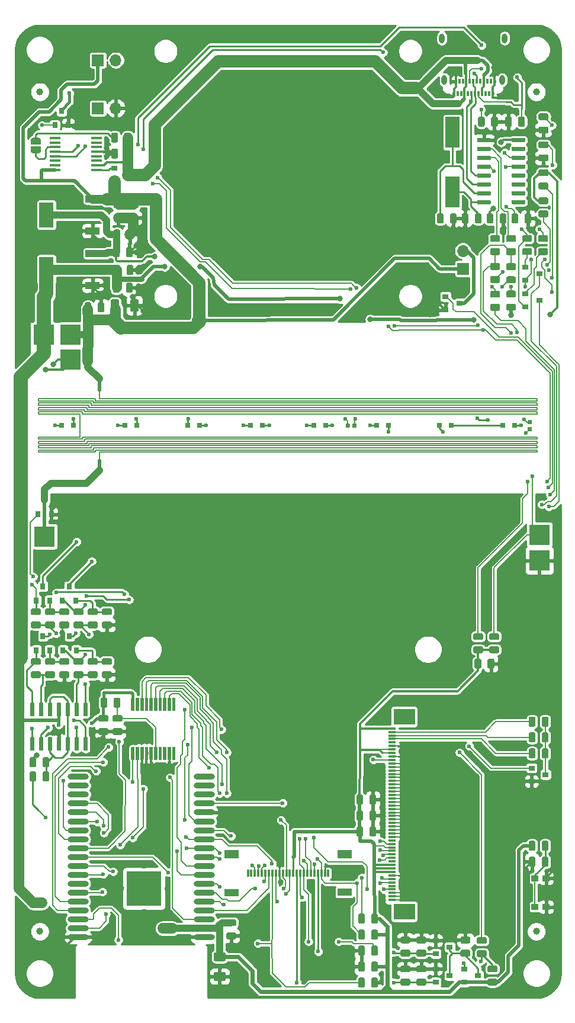
<source format=gbr>
G04 #@! TF.GenerationSoftware,KiCad,Pcbnew,5.1.5+dfsg1-2build2*
G04 #@! TF.CreationDate,2022-08-16T14:09:05+02:00*
G04 #@! TF.ProjectId,qCamPCR,7143616d-5043-4522-9e6b-696361645f70,rev?*
G04 #@! TF.SameCoordinates,Original*
G04 #@! TF.FileFunction,Copper,L1,Top*
G04 #@! TF.FilePolarity,Positive*
%FSLAX46Y46*%
G04 Gerber Fmt 4.6, Leading zero omitted, Abs format (unit mm)*
G04 Created by KiCad (PCBNEW 5.1.5+dfsg1-2build2) date 2022-08-16 14:09:05*
%MOMM*%
%LPD*%
G04 APERTURE LIST*
%ADD10C,0.100000*%
%ADD11R,1.500000X0.450000*%
%ADD12C,0.800000*%
%ADD13O,3.000000X0.900000*%
%ADD14R,5.000000X5.000000*%
%ADD15R,0.900000X0.800000*%
%ADD16R,2.000000X1.300000*%
%ADD17R,0.300000X1.000000*%
%ADD18R,0.300000X0.700000*%
%ADD19O,0.800000X1.400000*%
%ADD20R,1.100000X0.300000*%
%ADD21R,3.100000X2.300000*%
%ADD22R,0.700000X0.800000*%
%ADD23C,1.000000*%
%ADD24R,2.032000X3.657600*%
%ADD25R,2.032000X1.016000*%
%ADD26R,1.700000X1.700000*%
%ADD27O,1.700000X1.700000*%
%ADD28R,0.800000X0.900000*%
%ADD29R,2.000000X4.500000*%
%ADD30R,1.000000X0.900000*%
%ADD31R,3.000000X3.000000*%
%ADD32R,2.000000X1.000000*%
%ADD33C,0.600000*%
%ADD34C,0.150000*%
%ADD35C,0.152400*%
%ADD36C,0.300000*%
%ADD37C,0.250000*%
%ADD38C,1.500000*%
%ADD39C,0.500000*%
%ADD40C,0.400000*%
%ADD41C,1.400000*%
%ADD42C,0.600000*%
%ADD43C,1.000000*%
%ADD44C,0.800000*%
%ADD45C,2.000000*%
%ADD46C,1.800000*%
%ADD47C,0.160000*%
%ADD48C,1.300000*%
%ADD49C,0.254000*%
G04 APERTURE END LIST*
G04 #@! TA.AperFunction,SMDPad,CuDef*
D10*
G36*
X75454142Y-45834174D02*
G01*
X75477803Y-45837684D01*
X75501007Y-45843496D01*
X75523529Y-45851554D01*
X75545153Y-45861782D01*
X75565670Y-45874079D01*
X75584883Y-45888329D01*
X75602607Y-45904393D01*
X75618671Y-45922117D01*
X75632921Y-45941330D01*
X75645218Y-45961847D01*
X75655446Y-45983471D01*
X75663504Y-46005993D01*
X75669316Y-46029197D01*
X75672826Y-46052858D01*
X75674000Y-46076750D01*
X75674000Y-46989250D01*
X75672826Y-47013142D01*
X75669316Y-47036803D01*
X75663504Y-47060007D01*
X75655446Y-47082529D01*
X75645218Y-47104153D01*
X75632921Y-47124670D01*
X75618671Y-47143883D01*
X75602607Y-47161607D01*
X75584883Y-47177671D01*
X75565670Y-47191921D01*
X75545153Y-47204218D01*
X75523529Y-47214446D01*
X75501007Y-47222504D01*
X75477803Y-47228316D01*
X75454142Y-47231826D01*
X75430250Y-47233000D01*
X74942750Y-47233000D01*
X74918858Y-47231826D01*
X74895197Y-47228316D01*
X74871993Y-47222504D01*
X74849471Y-47214446D01*
X74827847Y-47204218D01*
X74807330Y-47191921D01*
X74788117Y-47177671D01*
X74770393Y-47161607D01*
X74754329Y-47143883D01*
X74740079Y-47124670D01*
X74727782Y-47104153D01*
X74717554Y-47082529D01*
X74709496Y-47060007D01*
X74703684Y-47036803D01*
X74700174Y-47013142D01*
X74699000Y-46989250D01*
X74699000Y-46076750D01*
X74700174Y-46052858D01*
X74703684Y-46029197D01*
X74709496Y-46005993D01*
X74717554Y-45983471D01*
X74727782Y-45961847D01*
X74740079Y-45941330D01*
X74754329Y-45922117D01*
X74770393Y-45904393D01*
X74788117Y-45888329D01*
X74807330Y-45874079D01*
X74827847Y-45861782D01*
X74849471Y-45851554D01*
X74871993Y-45843496D01*
X74895197Y-45837684D01*
X74918858Y-45834174D01*
X74942750Y-45833000D01*
X75430250Y-45833000D01*
X75454142Y-45834174D01*
G37*
G04 #@! TD.AperFunction*
G04 #@! TA.AperFunction,SMDPad,CuDef*
G36*
X77329142Y-45834174D02*
G01*
X77352803Y-45837684D01*
X77376007Y-45843496D01*
X77398529Y-45851554D01*
X77420153Y-45861782D01*
X77440670Y-45874079D01*
X77459883Y-45888329D01*
X77477607Y-45904393D01*
X77493671Y-45922117D01*
X77507921Y-45941330D01*
X77520218Y-45961847D01*
X77530446Y-45983471D01*
X77538504Y-46005993D01*
X77544316Y-46029197D01*
X77547826Y-46052858D01*
X77549000Y-46076750D01*
X77549000Y-46989250D01*
X77547826Y-47013142D01*
X77544316Y-47036803D01*
X77538504Y-47060007D01*
X77530446Y-47082529D01*
X77520218Y-47104153D01*
X77507921Y-47124670D01*
X77493671Y-47143883D01*
X77477607Y-47161607D01*
X77459883Y-47177671D01*
X77440670Y-47191921D01*
X77420153Y-47204218D01*
X77398529Y-47214446D01*
X77376007Y-47222504D01*
X77352803Y-47228316D01*
X77329142Y-47231826D01*
X77305250Y-47233000D01*
X76817750Y-47233000D01*
X76793858Y-47231826D01*
X76770197Y-47228316D01*
X76746993Y-47222504D01*
X76724471Y-47214446D01*
X76702847Y-47204218D01*
X76682330Y-47191921D01*
X76663117Y-47177671D01*
X76645393Y-47161607D01*
X76629329Y-47143883D01*
X76615079Y-47124670D01*
X76602782Y-47104153D01*
X76592554Y-47082529D01*
X76584496Y-47060007D01*
X76578684Y-47036803D01*
X76575174Y-47013142D01*
X76574000Y-46989250D01*
X76574000Y-46076750D01*
X76575174Y-46052858D01*
X76578684Y-46029197D01*
X76584496Y-46005993D01*
X76592554Y-45983471D01*
X76602782Y-45961847D01*
X76615079Y-45941330D01*
X76629329Y-45922117D01*
X76645393Y-45904393D01*
X76663117Y-45888329D01*
X76682330Y-45874079D01*
X76702847Y-45861782D01*
X76724471Y-45851554D01*
X76746993Y-45843496D01*
X76770197Y-45837684D01*
X76793858Y-45834174D01*
X76817750Y-45833000D01*
X77305250Y-45833000D01*
X77329142Y-45834174D01*
G37*
G04 #@! TD.AperFunction*
D11*
X72626000Y-51150000D03*
X72626000Y-50500000D03*
X72626000Y-49850000D03*
X72626000Y-49200000D03*
X72626000Y-48550000D03*
X72626000Y-47900000D03*
X72626000Y-47250000D03*
X72626000Y-46600000D03*
X66726000Y-46600000D03*
X66726000Y-47250000D03*
X66726000Y-47900000D03*
X66726000Y-48550000D03*
X66726000Y-49200000D03*
X66726000Y-49850000D03*
X66726000Y-50500000D03*
X66726000Y-51150000D03*
G04 #@! TA.AperFunction,SMDPad,CuDef*
D10*
G36*
X77949252Y-133594602D02*
G01*
X77961386Y-133596402D01*
X77973286Y-133599382D01*
X77984835Y-133603515D01*
X77995925Y-133608760D01*
X78006446Y-133615066D01*
X78016299Y-133622374D01*
X78025388Y-133630612D01*
X78033626Y-133639701D01*
X78040934Y-133649554D01*
X78047240Y-133660075D01*
X78052485Y-133671165D01*
X78056618Y-133682714D01*
X78059598Y-133694614D01*
X78061398Y-133706748D01*
X78062000Y-133719000D01*
X78062000Y-135369000D01*
X78061398Y-135381252D01*
X78059598Y-135393386D01*
X78056618Y-135405286D01*
X78052485Y-135416835D01*
X78047240Y-135427925D01*
X78040934Y-135438446D01*
X78033626Y-135448299D01*
X78025388Y-135457388D01*
X78016299Y-135465626D01*
X78006446Y-135472934D01*
X77995925Y-135479240D01*
X77984835Y-135484485D01*
X77973286Y-135488618D01*
X77961386Y-135491598D01*
X77949252Y-135493398D01*
X77937000Y-135494000D01*
X77687000Y-135494000D01*
X77674748Y-135493398D01*
X77662614Y-135491598D01*
X77650714Y-135488618D01*
X77639165Y-135484485D01*
X77628075Y-135479240D01*
X77617554Y-135472934D01*
X77607701Y-135465626D01*
X77598612Y-135457388D01*
X77590374Y-135448299D01*
X77583066Y-135438446D01*
X77576760Y-135427925D01*
X77571515Y-135416835D01*
X77567382Y-135405286D01*
X77564402Y-135393386D01*
X77562602Y-135381252D01*
X77562000Y-135369000D01*
X77562000Y-133719000D01*
X77562602Y-133706748D01*
X77564402Y-133694614D01*
X77567382Y-133682714D01*
X77571515Y-133671165D01*
X77576760Y-133660075D01*
X77583066Y-133649554D01*
X77590374Y-133639701D01*
X77598612Y-133630612D01*
X77607701Y-133622374D01*
X77617554Y-133615066D01*
X77628075Y-133608760D01*
X77639165Y-133603515D01*
X77650714Y-133599382D01*
X77662614Y-133596402D01*
X77674748Y-133594602D01*
X77687000Y-133594000D01*
X77937000Y-133594000D01*
X77949252Y-133594602D01*
G37*
G04 #@! TD.AperFunction*
G04 #@! TA.AperFunction,SMDPad,CuDef*
G36*
X78599252Y-133594602D02*
G01*
X78611386Y-133596402D01*
X78623286Y-133599382D01*
X78634835Y-133603515D01*
X78645925Y-133608760D01*
X78656446Y-133615066D01*
X78666299Y-133622374D01*
X78675388Y-133630612D01*
X78683626Y-133639701D01*
X78690934Y-133649554D01*
X78697240Y-133660075D01*
X78702485Y-133671165D01*
X78706618Y-133682714D01*
X78709598Y-133694614D01*
X78711398Y-133706748D01*
X78712000Y-133719000D01*
X78712000Y-135369000D01*
X78711398Y-135381252D01*
X78709598Y-135393386D01*
X78706618Y-135405286D01*
X78702485Y-135416835D01*
X78697240Y-135427925D01*
X78690934Y-135438446D01*
X78683626Y-135448299D01*
X78675388Y-135457388D01*
X78666299Y-135465626D01*
X78656446Y-135472934D01*
X78645925Y-135479240D01*
X78634835Y-135484485D01*
X78623286Y-135488618D01*
X78611386Y-135491598D01*
X78599252Y-135493398D01*
X78587000Y-135494000D01*
X78337000Y-135494000D01*
X78324748Y-135493398D01*
X78312614Y-135491598D01*
X78300714Y-135488618D01*
X78289165Y-135484485D01*
X78278075Y-135479240D01*
X78267554Y-135472934D01*
X78257701Y-135465626D01*
X78248612Y-135457388D01*
X78240374Y-135448299D01*
X78233066Y-135438446D01*
X78226760Y-135427925D01*
X78221515Y-135416835D01*
X78217382Y-135405286D01*
X78214402Y-135393386D01*
X78212602Y-135381252D01*
X78212000Y-135369000D01*
X78212000Y-133719000D01*
X78212602Y-133706748D01*
X78214402Y-133694614D01*
X78217382Y-133682714D01*
X78221515Y-133671165D01*
X78226760Y-133660075D01*
X78233066Y-133649554D01*
X78240374Y-133639701D01*
X78248612Y-133630612D01*
X78257701Y-133622374D01*
X78267554Y-133615066D01*
X78278075Y-133608760D01*
X78289165Y-133603515D01*
X78300714Y-133599382D01*
X78312614Y-133596402D01*
X78324748Y-133594602D01*
X78337000Y-133594000D01*
X78587000Y-133594000D01*
X78599252Y-133594602D01*
G37*
G04 #@! TD.AperFunction*
G04 #@! TA.AperFunction,SMDPad,CuDef*
G36*
X79249252Y-133594602D02*
G01*
X79261386Y-133596402D01*
X79273286Y-133599382D01*
X79284835Y-133603515D01*
X79295925Y-133608760D01*
X79306446Y-133615066D01*
X79316299Y-133622374D01*
X79325388Y-133630612D01*
X79333626Y-133639701D01*
X79340934Y-133649554D01*
X79347240Y-133660075D01*
X79352485Y-133671165D01*
X79356618Y-133682714D01*
X79359598Y-133694614D01*
X79361398Y-133706748D01*
X79362000Y-133719000D01*
X79362000Y-135369000D01*
X79361398Y-135381252D01*
X79359598Y-135393386D01*
X79356618Y-135405286D01*
X79352485Y-135416835D01*
X79347240Y-135427925D01*
X79340934Y-135438446D01*
X79333626Y-135448299D01*
X79325388Y-135457388D01*
X79316299Y-135465626D01*
X79306446Y-135472934D01*
X79295925Y-135479240D01*
X79284835Y-135484485D01*
X79273286Y-135488618D01*
X79261386Y-135491598D01*
X79249252Y-135493398D01*
X79237000Y-135494000D01*
X78987000Y-135494000D01*
X78974748Y-135493398D01*
X78962614Y-135491598D01*
X78950714Y-135488618D01*
X78939165Y-135484485D01*
X78928075Y-135479240D01*
X78917554Y-135472934D01*
X78907701Y-135465626D01*
X78898612Y-135457388D01*
X78890374Y-135448299D01*
X78883066Y-135438446D01*
X78876760Y-135427925D01*
X78871515Y-135416835D01*
X78867382Y-135405286D01*
X78864402Y-135393386D01*
X78862602Y-135381252D01*
X78862000Y-135369000D01*
X78862000Y-133719000D01*
X78862602Y-133706748D01*
X78864402Y-133694614D01*
X78867382Y-133682714D01*
X78871515Y-133671165D01*
X78876760Y-133660075D01*
X78883066Y-133649554D01*
X78890374Y-133639701D01*
X78898612Y-133630612D01*
X78907701Y-133622374D01*
X78917554Y-133615066D01*
X78928075Y-133608760D01*
X78939165Y-133603515D01*
X78950714Y-133599382D01*
X78962614Y-133596402D01*
X78974748Y-133594602D01*
X78987000Y-133594000D01*
X79237000Y-133594000D01*
X79249252Y-133594602D01*
G37*
G04 #@! TD.AperFunction*
G04 #@! TA.AperFunction,SMDPad,CuDef*
G36*
X79899252Y-133594602D02*
G01*
X79911386Y-133596402D01*
X79923286Y-133599382D01*
X79934835Y-133603515D01*
X79945925Y-133608760D01*
X79956446Y-133615066D01*
X79966299Y-133622374D01*
X79975388Y-133630612D01*
X79983626Y-133639701D01*
X79990934Y-133649554D01*
X79997240Y-133660075D01*
X80002485Y-133671165D01*
X80006618Y-133682714D01*
X80009598Y-133694614D01*
X80011398Y-133706748D01*
X80012000Y-133719000D01*
X80012000Y-135369000D01*
X80011398Y-135381252D01*
X80009598Y-135393386D01*
X80006618Y-135405286D01*
X80002485Y-135416835D01*
X79997240Y-135427925D01*
X79990934Y-135438446D01*
X79983626Y-135448299D01*
X79975388Y-135457388D01*
X79966299Y-135465626D01*
X79956446Y-135472934D01*
X79945925Y-135479240D01*
X79934835Y-135484485D01*
X79923286Y-135488618D01*
X79911386Y-135491598D01*
X79899252Y-135493398D01*
X79887000Y-135494000D01*
X79637000Y-135494000D01*
X79624748Y-135493398D01*
X79612614Y-135491598D01*
X79600714Y-135488618D01*
X79589165Y-135484485D01*
X79578075Y-135479240D01*
X79567554Y-135472934D01*
X79557701Y-135465626D01*
X79548612Y-135457388D01*
X79540374Y-135448299D01*
X79533066Y-135438446D01*
X79526760Y-135427925D01*
X79521515Y-135416835D01*
X79517382Y-135405286D01*
X79514402Y-135393386D01*
X79512602Y-135381252D01*
X79512000Y-135369000D01*
X79512000Y-133719000D01*
X79512602Y-133706748D01*
X79514402Y-133694614D01*
X79517382Y-133682714D01*
X79521515Y-133671165D01*
X79526760Y-133660075D01*
X79533066Y-133649554D01*
X79540374Y-133639701D01*
X79548612Y-133630612D01*
X79557701Y-133622374D01*
X79567554Y-133615066D01*
X79578075Y-133608760D01*
X79589165Y-133603515D01*
X79600714Y-133599382D01*
X79612614Y-133596402D01*
X79624748Y-133594602D01*
X79637000Y-133594000D01*
X79887000Y-133594000D01*
X79899252Y-133594602D01*
G37*
G04 #@! TD.AperFunction*
G04 #@! TA.AperFunction,SMDPad,CuDef*
G36*
X80549252Y-133594602D02*
G01*
X80561386Y-133596402D01*
X80573286Y-133599382D01*
X80584835Y-133603515D01*
X80595925Y-133608760D01*
X80606446Y-133615066D01*
X80616299Y-133622374D01*
X80625388Y-133630612D01*
X80633626Y-133639701D01*
X80640934Y-133649554D01*
X80647240Y-133660075D01*
X80652485Y-133671165D01*
X80656618Y-133682714D01*
X80659598Y-133694614D01*
X80661398Y-133706748D01*
X80662000Y-133719000D01*
X80662000Y-135369000D01*
X80661398Y-135381252D01*
X80659598Y-135393386D01*
X80656618Y-135405286D01*
X80652485Y-135416835D01*
X80647240Y-135427925D01*
X80640934Y-135438446D01*
X80633626Y-135448299D01*
X80625388Y-135457388D01*
X80616299Y-135465626D01*
X80606446Y-135472934D01*
X80595925Y-135479240D01*
X80584835Y-135484485D01*
X80573286Y-135488618D01*
X80561386Y-135491598D01*
X80549252Y-135493398D01*
X80537000Y-135494000D01*
X80287000Y-135494000D01*
X80274748Y-135493398D01*
X80262614Y-135491598D01*
X80250714Y-135488618D01*
X80239165Y-135484485D01*
X80228075Y-135479240D01*
X80217554Y-135472934D01*
X80207701Y-135465626D01*
X80198612Y-135457388D01*
X80190374Y-135448299D01*
X80183066Y-135438446D01*
X80176760Y-135427925D01*
X80171515Y-135416835D01*
X80167382Y-135405286D01*
X80164402Y-135393386D01*
X80162602Y-135381252D01*
X80162000Y-135369000D01*
X80162000Y-133719000D01*
X80162602Y-133706748D01*
X80164402Y-133694614D01*
X80167382Y-133682714D01*
X80171515Y-133671165D01*
X80176760Y-133660075D01*
X80183066Y-133649554D01*
X80190374Y-133639701D01*
X80198612Y-133630612D01*
X80207701Y-133622374D01*
X80217554Y-133615066D01*
X80228075Y-133608760D01*
X80239165Y-133603515D01*
X80250714Y-133599382D01*
X80262614Y-133596402D01*
X80274748Y-133594602D01*
X80287000Y-133594000D01*
X80537000Y-133594000D01*
X80549252Y-133594602D01*
G37*
G04 #@! TD.AperFunction*
G04 #@! TA.AperFunction,SMDPad,CuDef*
G36*
X81199252Y-133594602D02*
G01*
X81211386Y-133596402D01*
X81223286Y-133599382D01*
X81234835Y-133603515D01*
X81245925Y-133608760D01*
X81256446Y-133615066D01*
X81266299Y-133622374D01*
X81275388Y-133630612D01*
X81283626Y-133639701D01*
X81290934Y-133649554D01*
X81297240Y-133660075D01*
X81302485Y-133671165D01*
X81306618Y-133682714D01*
X81309598Y-133694614D01*
X81311398Y-133706748D01*
X81312000Y-133719000D01*
X81312000Y-135369000D01*
X81311398Y-135381252D01*
X81309598Y-135393386D01*
X81306618Y-135405286D01*
X81302485Y-135416835D01*
X81297240Y-135427925D01*
X81290934Y-135438446D01*
X81283626Y-135448299D01*
X81275388Y-135457388D01*
X81266299Y-135465626D01*
X81256446Y-135472934D01*
X81245925Y-135479240D01*
X81234835Y-135484485D01*
X81223286Y-135488618D01*
X81211386Y-135491598D01*
X81199252Y-135493398D01*
X81187000Y-135494000D01*
X80937000Y-135494000D01*
X80924748Y-135493398D01*
X80912614Y-135491598D01*
X80900714Y-135488618D01*
X80889165Y-135484485D01*
X80878075Y-135479240D01*
X80867554Y-135472934D01*
X80857701Y-135465626D01*
X80848612Y-135457388D01*
X80840374Y-135448299D01*
X80833066Y-135438446D01*
X80826760Y-135427925D01*
X80821515Y-135416835D01*
X80817382Y-135405286D01*
X80814402Y-135393386D01*
X80812602Y-135381252D01*
X80812000Y-135369000D01*
X80812000Y-133719000D01*
X80812602Y-133706748D01*
X80814402Y-133694614D01*
X80817382Y-133682714D01*
X80821515Y-133671165D01*
X80826760Y-133660075D01*
X80833066Y-133649554D01*
X80840374Y-133639701D01*
X80848612Y-133630612D01*
X80857701Y-133622374D01*
X80867554Y-133615066D01*
X80878075Y-133608760D01*
X80889165Y-133603515D01*
X80900714Y-133599382D01*
X80912614Y-133596402D01*
X80924748Y-133594602D01*
X80937000Y-133594000D01*
X81187000Y-133594000D01*
X81199252Y-133594602D01*
G37*
G04 #@! TD.AperFunction*
G04 #@! TA.AperFunction,SMDPad,CuDef*
G36*
X81849252Y-133594602D02*
G01*
X81861386Y-133596402D01*
X81873286Y-133599382D01*
X81884835Y-133603515D01*
X81895925Y-133608760D01*
X81906446Y-133615066D01*
X81916299Y-133622374D01*
X81925388Y-133630612D01*
X81933626Y-133639701D01*
X81940934Y-133649554D01*
X81947240Y-133660075D01*
X81952485Y-133671165D01*
X81956618Y-133682714D01*
X81959598Y-133694614D01*
X81961398Y-133706748D01*
X81962000Y-133719000D01*
X81962000Y-135369000D01*
X81961398Y-135381252D01*
X81959598Y-135393386D01*
X81956618Y-135405286D01*
X81952485Y-135416835D01*
X81947240Y-135427925D01*
X81940934Y-135438446D01*
X81933626Y-135448299D01*
X81925388Y-135457388D01*
X81916299Y-135465626D01*
X81906446Y-135472934D01*
X81895925Y-135479240D01*
X81884835Y-135484485D01*
X81873286Y-135488618D01*
X81861386Y-135491598D01*
X81849252Y-135493398D01*
X81837000Y-135494000D01*
X81587000Y-135494000D01*
X81574748Y-135493398D01*
X81562614Y-135491598D01*
X81550714Y-135488618D01*
X81539165Y-135484485D01*
X81528075Y-135479240D01*
X81517554Y-135472934D01*
X81507701Y-135465626D01*
X81498612Y-135457388D01*
X81490374Y-135448299D01*
X81483066Y-135438446D01*
X81476760Y-135427925D01*
X81471515Y-135416835D01*
X81467382Y-135405286D01*
X81464402Y-135393386D01*
X81462602Y-135381252D01*
X81462000Y-135369000D01*
X81462000Y-133719000D01*
X81462602Y-133706748D01*
X81464402Y-133694614D01*
X81467382Y-133682714D01*
X81471515Y-133671165D01*
X81476760Y-133660075D01*
X81483066Y-133649554D01*
X81490374Y-133639701D01*
X81498612Y-133630612D01*
X81507701Y-133622374D01*
X81517554Y-133615066D01*
X81528075Y-133608760D01*
X81539165Y-133603515D01*
X81550714Y-133599382D01*
X81562614Y-133596402D01*
X81574748Y-133594602D01*
X81587000Y-133594000D01*
X81837000Y-133594000D01*
X81849252Y-133594602D01*
G37*
G04 #@! TD.AperFunction*
G04 #@! TA.AperFunction,SMDPad,CuDef*
G36*
X82499252Y-133594602D02*
G01*
X82511386Y-133596402D01*
X82523286Y-133599382D01*
X82534835Y-133603515D01*
X82545925Y-133608760D01*
X82556446Y-133615066D01*
X82566299Y-133622374D01*
X82575388Y-133630612D01*
X82583626Y-133639701D01*
X82590934Y-133649554D01*
X82597240Y-133660075D01*
X82602485Y-133671165D01*
X82606618Y-133682714D01*
X82609598Y-133694614D01*
X82611398Y-133706748D01*
X82612000Y-133719000D01*
X82612000Y-135369000D01*
X82611398Y-135381252D01*
X82609598Y-135393386D01*
X82606618Y-135405286D01*
X82602485Y-135416835D01*
X82597240Y-135427925D01*
X82590934Y-135438446D01*
X82583626Y-135448299D01*
X82575388Y-135457388D01*
X82566299Y-135465626D01*
X82556446Y-135472934D01*
X82545925Y-135479240D01*
X82534835Y-135484485D01*
X82523286Y-135488618D01*
X82511386Y-135491598D01*
X82499252Y-135493398D01*
X82487000Y-135494000D01*
X82237000Y-135494000D01*
X82224748Y-135493398D01*
X82212614Y-135491598D01*
X82200714Y-135488618D01*
X82189165Y-135484485D01*
X82178075Y-135479240D01*
X82167554Y-135472934D01*
X82157701Y-135465626D01*
X82148612Y-135457388D01*
X82140374Y-135448299D01*
X82133066Y-135438446D01*
X82126760Y-135427925D01*
X82121515Y-135416835D01*
X82117382Y-135405286D01*
X82114402Y-135393386D01*
X82112602Y-135381252D01*
X82112000Y-135369000D01*
X82112000Y-133719000D01*
X82112602Y-133706748D01*
X82114402Y-133694614D01*
X82117382Y-133682714D01*
X82121515Y-133671165D01*
X82126760Y-133660075D01*
X82133066Y-133649554D01*
X82140374Y-133639701D01*
X82148612Y-133630612D01*
X82157701Y-133622374D01*
X82167554Y-133615066D01*
X82178075Y-133608760D01*
X82189165Y-133603515D01*
X82200714Y-133599382D01*
X82212614Y-133596402D01*
X82224748Y-133594602D01*
X82237000Y-133594000D01*
X82487000Y-133594000D01*
X82499252Y-133594602D01*
G37*
G04 #@! TD.AperFunction*
G04 #@! TA.AperFunction,SMDPad,CuDef*
G36*
X83149252Y-133594602D02*
G01*
X83161386Y-133596402D01*
X83173286Y-133599382D01*
X83184835Y-133603515D01*
X83195925Y-133608760D01*
X83206446Y-133615066D01*
X83216299Y-133622374D01*
X83225388Y-133630612D01*
X83233626Y-133639701D01*
X83240934Y-133649554D01*
X83247240Y-133660075D01*
X83252485Y-133671165D01*
X83256618Y-133682714D01*
X83259598Y-133694614D01*
X83261398Y-133706748D01*
X83262000Y-133719000D01*
X83262000Y-135369000D01*
X83261398Y-135381252D01*
X83259598Y-135393386D01*
X83256618Y-135405286D01*
X83252485Y-135416835D01*
X83247240Y-135427925D01*
X83240934Y-135438446D01*
X83233626Y-135448299D01*
X83225388Y-135457388D01*
X83216299Y-135465626D01*
X83206446Y-135472934D01*
X83195925Y-135479240D01*
X83184835Y-135484485D01*
X83173286Y-135488618D01*
X83161386Y-135491598D01*
X83149252Y-135493398D01*
X83137000Y-135494000D01*
X82887000Y-135494000D01*
X82874748Y-135493398D01*
X82862614Y-135491598D01*
X82850714Y-135488618D01*
X82839165Y-135484485D01*
X82828075Y-135479240D01*
X82817554Y-135472934D01*
X82807701Y-135465626D01*
X82798612Y-135457388D01*
X82790374Y-135448299D01*
X82783066Y-135438446D01*
X82776760Y-135427925D01*
X82771515Y-135416835D01*
X82767382Y-135405286D01*
X82764402Y-135393386D01*
X82762602Y-135381252D01*
X82762000Y-135369000D01*
X82762000Y-133719000D01*
X82762602Y-133706748D01*
X82764402Y-133694614D01*
X82767382Y-133682714D01*
X82771515Y-133671165D01*
X82776760Y-133660075D01*
X82783066Y-133649554D01*
X82790374Y-133639701D01*
X82798612Y-133630612D01*
X82807701Y-133622374D01*
X82817554Y-133615066D01*
X82828075Y-133608760D01*
X82839165Y-133603515D01*
X82850714Y-133599382D01*
X82862614Y-133596402D01*
X82874748Y-133594602D01*
X82887000Y-133594000D01*
X83137000Y-133594000D01*
X83149252Y-133594602D01*
G37*
G04 #@! TD.AperFunction*
G04 #@! TA.AperFunction,SMDPad,CuDef*
G36*
X83799252Y-133594602D02*
G01*
X83811386Y-133596402D01*
X83823286Y-133599382D01*
X83834835Y-133603515D01*
X83845925Y-133608760D01*
X83856446Y-133615066D01*
X83866299Y-133622374D01*
X83875388Y-133630612D01*
X83883626Y-133639701D01*
X83890934Y-133649554D01*
X83897240Y-133660075D01*
X83902485Y-133671165D01*
X83906618Y-133682714D01*
X83909598Y-133694614D01*
X83911398Y-133706748D01*
X83912000Y-133719000D01*
X83912000Y-135369000D01*
X83911398Y-135381252D01*
X83909598Y-135393386D01*
X83906618Y-135405286D01*
X83902485Y-135416835D01*
X83897240Y-135427925D01*
X83890934Y-135438446D01*
X83883626Y-135448299D01*
X83875388Y-135457388D01*
X83866299Y-135465626D01*
X83856446Y-135472934D01*
X83845925Y-135479240D01*
X83834835Y-135484485D01*
X83823286Y-135488618D01*
X83811386Y-135491598D01*
X83799252Y-135493398D01*
X83787000Y-135494000D01*
X83537000Y-135494000D01*
X83524748Y-135493398D01*
X83512614Y-135491598D01*
X83500714Y-135488618D01*
X83489165Y-135484485D01*
X83478075Y-135479240D01*
X83467554Y-135472934D01*
X83457701Y-135465626D01*
X83448612Y-135457388D01*
X83440374Y-135448299D01*
X83433066Y-135438446D01*
X83426760Y-135427925D01*
X83421515Y-135416835D01*
X83417382Y-135405286D01*
X83414402Y-135393386D01*
X83412602Y-135381252D01*
X83412000Y-135369000D01*
X83412000Y-133719000D01*
X83412602Y-133706748D01*
X83414402Y-133694614D01*
X83417382Y-133682714D01*
X83421515Y-133671165D01*
X83426760Y-133660075D01*
X83433066Y-133649554D01*
X83440374Y-133639701D01*
X83448612Y-133630612D01*
X83457701Y-133622374D01*
X83467554Y-133615066D01*
X83478075Y-133608760D01*
X83489165Y-133603515D01*
X83500714Y-133599382D01*
X83512614Y-133596402D01*
X83524748Y-133594602D01*
X83537000Y-133594000D01*
X83787000Y-133594000D01*
X83799252Y-133594602D01*
G37*
G04 #@! TD.AperFunction*
G04 #@! TA.AperFunction,SMDPad,CuDef*
G36*
X83799252Y-126594602D02*
G01*
X83811386Y-126596402D01*
X83823286Y-126599382D01*
X83834835Y-126603515D01*
X83845925Y-126608760D01*
X83856446Y-126615066D01*
X83866299Y-126622374D01*
X83875388Y-126630612D01*
X83883626Y-126639701D01*
X83890934Y-126649554D01*
X83897240Y-126660075D01*
X83902485Y-126671165D01*
X83906618Y-126682714D01*
X83909598Y-126694614D01*
X83911398Y-126706748D01*
X83912000Y-126719000D01*
X83912000Y-128369000D01*
X83911398Y-128381252D01*
X83909598Y-128393386D01*
X83906618Y-128405286D01*
X83902485Y-128416835D01*
X83897240Y-128427925D01*
X83890934Y-128438446D01*
X83883626Y-128448299D01*
X83875388Y-128457388D01*
X83866299Y-128465626D01*
X83856446Y-128472934D01*
X83845925Y-128479240D01*
X83834835Y-128484485D01*
X83823286Y-128488618D01*
X83811386Y-128491598D01*
X83799252Y-128493398D01*
X83787000Y-128494000D01*
X83537000Y-128494000D01*
X83524748Y-128493398D01*
X83512614Y-128491598D01*
X83500714Y-128488618D01*
X83489165Y-128484485D01*
X83478075Y-128479240D01*
X83467554Y-128472934D01*
X83457701Y-128465626D01*
X83448612Y-128457388D01*
X83440374Y-128448299D01*
X83433066Y-128438446D01*
X83426760Y-128427925D01*
X83421515Y-128416835D01*
X83417382Y-128405286D01*
X83414402Y-128393386D01*
X83412602Y-128381252D01*
X83412000Y-128369000D01*
X83412000Y-126719000D01*
X83412602Y-126706748D01*
X83414402Y-126694614D01*
X83417382Y-126682714D01*
X83421515Y-126671165D01*
X83426760Y-126660075D01*
X83433066Y-126649554D01*
X83440374Y-126639701D01*
X83448612Y-126630612D01*
X83457701Y-126622374D01*
X83467554Y-126615066D01*
X83478075Y-126608760D01*
X83489165Y-126603515D01*
X83500714Y-126599382D01*
X83512614Y-126596402D01*
X83524748Y-126594602D01*
X83537000Y-126594000D01*
X83787000Y-126594000D01*
X83799252Y-126594602D01*
G37*
G04 #@! TD.AperFunction*
G04 #@! TA.AperFunction,SMDPad,CuDef*
G36*
X83149252Y-126594602D02*
G01*
X83161386Y-126596402D01*
X83173286Y-126599382D01*
X83184835Y-126603515D01*
X83195925Y-126608760D01*
X83206446Y-126615066D01*
X83216299Y-126622374D01*
X83225388Y-126630612D01*
X83233626Y-126639701D01*
X83240934Y-126649554D01*
X83247240Y-126660075D01*
X83252485Y-126671165D01*
X83256618Y-126682714D01*
X83259598Y-126694614D01*
X83261398Y-126706748D01*
X83262000Y-126719000D01*
X83262000Y-128369000D01*
X83261398Y-128381252D01*
X83259598Y-128393386D01*
X83256618Y-128405286D01*
X83252485Y-128416835D01*
X83247240Y-128427925D01*
X83240934Y-128438446D01*
X83233626Y-128448299D01*
X83225388Y-128457388D01*
X83216299Y-128465626D01*
X83206446Y-128472934D01*
X83195925Y-128479240D01*
X83184835Y-128484485D01*
X83173286Y-128488618D01*
X83161386Y-128491598D01*
X83149252Y-128493398D01*
X83137000Y-128494000D01*
X82887000Y-128494000D01*
X82874748Y-128493398D01*
X82862614Y-128491598D01*
X82850714Y-128488618D01*
X82839165Y-128484485D01*
X82828075Y-128479240D01*
X82817554Y-128472934D01*
X82807701Y-128465626D01*
X82798612Y-128457388D01*
X82790374Y-128448299D01*
X82783066Y-128438446D01*
X82776760Y-128427925D01*
X82771515Y-128416835D01*
X82767382Y-128405286D01*
X82764402Y-128393386D01*
X82762602Y-128381252D01*
X82762000Y-128369000D01*
X82762000Y-126719000D01*
X82762602Y-126706748D01*
X82764402Y-126694614D01*
X82767382Y-126682714D01*
X82771515Y-126671165D01*
X82776760Y-126660075D01*
X82783066Y-126649554D01*
X82790374Y-126639701D01*
X82798612Y-126630612D01*
X82807701Y-126622374D01*
X82817554Y-126615066D01*
X82828075Y-126608760D01*
X82839165Y-126603515D01*
X82850714Y-126599382D01*
X82862614Y-126596402D01*
X82874748Y-126594602D01*
X82887000Y-126594000D01*
X83137000Y-126594000D01*
X83149252Y-126594602D01*
G37*
G04 #@! TD.AperFunction*
G04 #@! TA.AperFunction,SMDPad,CuDef*
G36*
X82499252Y-126594602D02*
G01*
X82511386Y-126596402D01*
X82523286Y-126599382D01*
X82534835Y-126603515D01*
X82545925Y-126608760D01*
X82556446Y-126615066D01*
X82566299Y-126622374D01*
X82575388Y-126630612D01*
X82583626Y-126639701D01*
X82590934Y-126649554D01*
X82597240Y-126660075D01*
X82602485Y-126671165D01*
X82606618Y-126682714D01*
X82609598Y-126694614D01*
X82611398Y-126706748D01*
X82612000Y-126719000D01*
X82612000Y-128369000D01*
X82611398Y-128381252D01*
X82609598Y-128393386D01*
X82606618Y-128405286D01*
X82602485Y-128416835D01*
X82597240Y-128427925D01*
X82590934Y-128438446D01*
X82583626Y-128448299D01*
X82575388Y-128457388D01*
X82566299Y-128465626D01*
X82556446Y-128472934D01*
X82545925Y-128479240D01*
X82534835Y-128484485D01*
X82523286Y-128488618D01*
X82511386Y-128491598D01*
X82499252Y-128493398D01*
X82487000Y-128494000D01*
X82237000Y-128494000D01*
X82224748Y-128493398D01*
X82212614Y-128491598D01*
X82200714Y-128488618D01*
X82189165Y-128484485D01*
X82178075Y-128479240D01*
X82167554Y-128472934D01*
X82157701Y-128465626D01*
X82148612Y-128457388D01*
X82140374Y-128448299D01*
X82133066Y-128438446D01*
X82126760Y-128427925D01*
X82121515Y-128416835D01*
X82117382Y-128405286D01*
X82114402Y-128393386D01*
X82112602Y-128381252D01*
X82112000Y-128369000D01*
X82112000Y-126719000D01*
X82112602Y-126706748D01*
X82114402Y-126694614D01*
X82117382Y-126682714D01*
X82121515Y-126671165D01*
X82126760Y-126660075D01*
X82133066Y-126649554D01*
X82140374Y-126639701D01*
X82148612Y-126630612D01*
X82157701Y-126622374D01*
X82167554Y-126615066D01*
X82178075Y-126608760D01*
X82189165Y-126603515D01*
X82200714Y-126599382D01*
X82212614Y-126596402D01*
X82224748Y-126594602D01*
X82237000Y-126594000D01*
X82487000Y-126594000D01*
X82499252Y-126594602D01*
G37*
G04 #@! TD.AperFunction*
G04 #@! TA.AperFunction,SMDPad,CuDef*
G36*
X81849252Y-126594602D02*
G01*
X81861386Y-126596402D01*
X81873286Y-126599382D01*
X81884835Y-126603515D01*
X81895925Y-126608760D01*
X81906446Y-126615066D01*
X81916299Y-126622374D01*
X81925388Y-126630612D01*
X81933626Y-126639701D01*
X81940934Y-126649554D01*
X81947240Y-126660075D01*
X81952485Y-126671165D01*
X81956618Y-126682714D01*
X81959598Y-126694614D01*
X81961398Y-126706748D01*
X81962000Y-126719000D01*
X81962000Y-128369000D01*
X81961398Y-128381252D01*
X81959598Y-128393386D01*
X81956618Y-128405286D01*
X81952485Y-128416835D01*
X81947240Y-128427925D01*
X81940934Y-128438446D01*
X81933626Y-128448299D01*
X81925388Y-128457388D01*
X81916299Y-128465626D01*
X81906446Y-128472934D01*
X81895925Y-128479240D01*
X81884835Y-128484485D01*
X81873286Y-128488618D01*
X81861386Y-128491598D01*
X81849252Y-128493398D01*
X81837000Y-128494000D01*
X81587000Y-128494000D01*
X81574748Y-128493398D01*
X81562614Y-128491598D01*
X81550714Y-128488618D01*
X81539165Y-128484485D01*
X81528075Y-128479240D01*
X81517554Y-128472934D01*
X81507701Y-128465626D01*
X81498612Y-128457388D01*
X81490374Y-128448299D01*
X81483066Y-128438446D01*
X81476760Y-128427925D01*
X81471515Y-128416835D01*
X81467382Y-128405286D01*
X81464402Y-128393386D01*
X81462602Y-128381252D01*
X81462000Y-128369000D01*
X81462000Y-126719000D01*
X81462602Y-126706748D01*
X81464402Y-126694614D01*
X81467382Y-126682714D01*
X81471515Y-126671165D01*
X81476760Y-126660075D01*
X81483066Y-126649554D01*
X81490374Y-126639701D01*
X81498612Y-126630612D01*
X81507701Y-126622374D01*
X81517554Y-126615066D01*
X81528075Y-126608760D01*
X81539165Y-126603515D01*
X81550714Y-126599382D01*
X81562614Y-126596402D01*
X81574748Y-126594602D01*
X81587000Y-126594000D01*
X81837000Y-126594000D01*
X81849252Y-126594602D01*
G37*
G04 #@! TD.AperFunction*
G04 #@! TA.AperFunction,SMDPad,CuDef*
G36*
X81199252Y-126594602D02*
G01*
X81211386Y-126596402D01*
X81223286Y-126599382D01*
X81234835Y-126603515D01*
X81245925Y-126608760D01*
X81256446Y-126615066D01*
X81266299Y-126622374D01*
X81275388Y-126630612D01*
X81283626Y-126639701D01*
X81290934Y-126649554D01*
X81297240Y-126660075D01*
X81302485Y-126671165D01*
X81306618Y-126682714D01*
X81309598Y-126694614D01*
X81311398Y-126706748D01*
X81312000Y-126719000D01*
X81312000Y-128369000D01*
X81311398Y-128381252D01*
X81309598Y-128393386D01*
X81306618Y-128405286D01*
X81302485Y-128416835D01*
X81297240Y-128427925D01*
X81290934Y-128438446D01*
X81283626Y-128448299D01*
X81275388Y-128457388D01*
X81266299Y-128465626D01*
X81256446Y-128472934D01*
X81245925Y-128479240D01*
X81234835Y-128484485D01*
X81223286Y-128488618D01*
X81211386Y-128491598D01*
X81199252Y-128493398D01*
X81187000Y-128494000D01*
X80937000Y-128494000D01*
X80924748Y-128493398D01*
X80912614Y-128491598D01*
X80900714Y-128488618D01*
X80889165Y-128484485D01*
X80878075Y-128479240D01*
X80867554Y-128472934D01*
X80857701Y-128465626D01*
X80848612Y-128457388D01*
X80840374Y-128448299D01*
X80833066Y-128438446D01*
X80826760Y-128427925D01*
X80821515Y-128416835D01*
X80817382Y-128405286D01*
X80814402Y-128393386D01*
X80812602Y-128381252D01*
X80812000Y-128369000D01*
X80812000Y-126719000D01*
X80812602Y-126706748D01*
X80814402Y-126694614D01*
X80817382Y-126682714D01*
X80821515Y-126671165D01*
X80826760Y-126660075D01*
X80833066Y-126649554D01*
X80840374Y-126639701D01*
X80848612Y-126630612D01*
X80857701Y-126622374D01*
X80867554Y-126615066D01*
X80878075Y-126608760D01*
X80889165Y-126603515D01*
X80900714Y-126599382D01*
X80912614Y-126596402D01*
X80924748Y-126594602D01*
X80937000Y-126594000D01*
X81187000Y-126594000D01*
X81199252Y-126594602D01*
G37*
G04 #@! TD.AperFunction*
G04 #@! TA.AperFunction,SMDPad,CuDef*
G36*
X80549252Y-126594602D02*
G01*
X80561386Y-126596402D01*
X80573286Y-126599382D01*
X80584835Y-126603515D01*
X80595925Y-126608760D01*
X80606446Y-126615066D01*
X80616299Y-126622374D01*
X80625388Y-126630612D01*
X80633626Y-126639701D01*
X80640934Y-126649554D01*
X80647240Y-126660075D01*
X80652485Y-126671165D01*
X80656618Y-126682714D01*
X80659598Y-126694614D01*
X80661398Y-126706748D01*
X80662000Y-126719000D01*
X80662000Y-128369000D01*
X80661398Y-128381252D01*
X80659598Y-128393386D01*
X80656618Y-128405286D01*
X80652485Y-128416835D01*
X80647240Y-128427925D01*
X80640934Y-128438446D01*
X80633626Y-128448299D01*
X80625388Y-128457388D01*
X80616299Y-128465626D01*
X80606446Y-128472934D01*
X80595925Y-128479240D01*
X80584835Y-128484485D01*
X80573286Y-128488618D01*
X80561386Y-128491598D01*
X80549252Y-128493398D01*
X80537000Y-128494000D01*
X80287000Y-128494000D01*
X80274748Y-128493398D01*
X80262614Y-128491598D01*
X80250714Y-128488618D01*
X80239165Y-128484485D01*
X80228075Y-128479240D01*
X80217554Y-128472934D01*
X80207701Y-128465626D01*
X80198612Y-128457388D01*
X80190374Y-128448299D01*
X80183066Y-128438446D01*
X80176760Y-128427925D01*
X80171515Y-128416835D01*
X80167382Y-128405286D01*
X80164402Y-128393386D01*
X80162602Y-128381252D01*
X80162000Y-128369000D01*
X80162000Y-126719000D01*
X80162602Y-126706748D01*
X80164402Y-126694614D01*
X80167382Y-126682714D01*
X80171515Y-126671165D01*
X80176760Y-126660075D01*
X80183066Y-126649554D01*
X80190374Y-126639701D01*
X80198612Y-126630612D01*
X80207701Y-126622374D01*
X80217554Y-126615066D01*
X80228075Y-126608760D01*
X80239165Y-126603515D01*
X80250714Y-126599382D01*
X80262614Y-126596402D01*
X80274748Y-126594602D01*
X80287000Y-126594000D01*
X80537000Y-126594000D01*
X80549252Y-126594602D01*
G37*
G04 #@! TD.AperFunction*
G04 #@! TA.AperFunction,SMDPad,CuDef*
G36*
X79899252Y-126594602D02*
G01*
X79911386Y-126596402D01*
X79923286Y-126599382D01*
X79934835Y-126603515D01*
X79945925Y-126608760D01*
X79956446Y-126615066D01*
X79966299Y-126622374D01*
X79975388Y-126630612D01*
X79983626Y-126639701D01*
X79990934Y-126649554D01*
X79997240Y-126660075D01*
X80002485Y-126671165D01*
X80006618Y-126682714D01*
X80009598Y-126694614D01*
X80011398Y-126706748D01*
X80012000Y-126719000D01*
X80012000Y-128369000D01*
X80011398Y-128381252D01*
X80009598Y-128393386D01*
X80006618Y-128405286D01*
X80002485Y-128416835D01*
X79997240Y-128427925D01*
X79990934Y-128438446D01*
X79983626Y-128448299D01*
X79975388Y-128457388D01*
X79966299Y-128465626D01*
X79956446Y-128472934D01*
X79945925Y-128479240D01*
X79934835Y-128484485D01*
X79923286Y-128488618D01*
X79911386Y-128491598D01*
X79899252Y-128493398D01*
X79887000Y-128494000D01*
X79637000Y-128494000D01*
X79624748Y-128493398D01*
X79612614Y-128491598D01*
X79600714Y-128488618D01*
X79589165Y-128484485D01*
X79578075Y-128479240D01*
X79567554Y-128472934D01*
X79557701Y-128465626D01*
X79548612Y-128457388D01*
X79540374Y-128448299D01*
X79533066Y-128438446D01*
X79526760Y-128427925D01*
X79521515Y-128416835D01*
X79517382Y-128405286D01*
X79514402Y-128393386D01*
X79512602Y-128381252D01*
X79512000Y-128369000D01*
X79512000Y-126719000D01*
X79512602Y-126706748D01*
X79514402Y-126694614D01*
X79517382Y-126682714D01*
X79521515Y-126671165D01*
X79526760Y-126660075D01*
X79533066Y-126649554D01*
X79540374Y-126639701D01*
X79548612Y-126630612D01*
X79557701Y-126622374D01*
X79567554Y-126615066D01*
X79578075Y-126608760D01*
X79589165Y-126603515D01*
X79600714Y-126599382D01*
X79612614Y-126596402D01*
X79624748Y-126594602D01*
X79637000Y-126594000D01*
X79887000Y-126594000D01*
X79899252Y-126594602D01*
G37*
G04 #@! TD.AperFunction*
G04 #@! TA.AperFunction,SMDPad,CuDef*
G36*
X79249252Y-126594602D02*
G01*
X79261386Y-126596402D01*
X79273286Y-126599382D01*
X79284835Y-126603515D01*
X79295925Y-126608760D01*
X79306446Y-126615066D01*
X79316299Y-126622374D01*
X79325388Y-126630612D01*
X79333626Y-126639701D01*
X79340934Y-126649554D01*
X79347240Y-126660075D01*
X79352485Y-126671165D01*
X79356618Y-126682714D01*
X79359598Y-126694614D01*
X79361398Y-126706748D01*
X79362000Y-126719000D01*
X79362000Y-128369000D01*
X79361398Y-128381252D01*
X79359598Y-128393386D01*
X79356618Y-128405286D01*
X79352485Y-128416835D01*
X79347240Y-128427925D01*
X79340934Y-128438446D01*
X79333626Y-128448299D01*
X79325388Y-128457388D01*
X79316299Y-128465626D01*
X79306446Y-128472934D01*
X79295925Y-128479240D01*
X79284835Y-128484485D01*
X79273286Y-128488618D01*
X79261386Y-128491598D01*
X79249252Y-128493398D01*
X79237000Y-128494000D01*
X78987000Y-128494000D01*
X78974748Y-128493398D01*
X78962614Y-128491598D01*
X78950714Y-128488618D01*
X78939165Y-128484485D01*
X78928075Y-128479240D01*
X78917554Y-128472934D01*
X78907701Y-128465626D01*
X78898612Y-128457388D01*
X78890374Y-128448299D01*
X78883066Y-128438446D01*
X78876760Y-128427925D01*
X78871515Y-128416835D01*
X78867382Y-128405286D01*
X78864402Y-128393386D01*
X78862602Y-128381252D01*
X78862000Y-128369000D01*
X78862000Y-126719000D01*
X78862602Y-126706748D01*
X78864402Y-126694614D01*
X78867382Y-126682714D01*
X78871515Y-126671165D01*
X78876760Y-126660075D01*
X78883066Y-126649554D01*
X78890374Y-126639701D01*
X78898612Y-126630612D01*
X78907701Y-126622374D01*
X78917554Y-126615066D01*
X78928075Y-126608760D01*
X78939165Y-126603515D01*
X78950714Y-126599382D01*
X78962614Y-126596402D01*
X78974748Y-126594602D01*
X78987000Y-126594000D01*
X79237000Y-126594000D01*
X79249252Y-126594602D01*
G37*
G04 #@! TD.AperFunction*
G04 #@! TA.AperFunction,SMDPad,CuDef*
G36*
X78599252Y-126594602D02*
G01*
X78611386Y-126596402D01*
X78623286Y-126599382D01*
X78634835Y-126603515D01*
X78645925Y-126608760D01*
X78656446Y-126615066D01*
X78666299Y-126622374D01*
X78675388Y-126630612D01*
X78683626Y-126639701D01*
X78690934Y-126649554D01*
X78697240Y-126660075D01*
X78702485Y-126671165D01*
X78706618Y-126682714D01*
X78709598Y-126694614D01*
X78711398Y-126706748D01*
X78712000Y-126719000D01*
X78712000Y-128369000D01*
X78711398Y-128381252D01*
X78709598Y-128393386D01*
X78706618Y-128405286D01*
X78702485Y-128416835D01*
X78697240Y-128427925D01*
X78690934Y-128438446D01*
X78683626Y-128448299D01*
X78675388Y-128457388D01*
X78666299Y-128465626D01*
X78656446Y-128472934D01*
X78645925Y-128479240D01*
X78634835Y-128484485D01*
X78623286Y-128488618D01*
X78611386Y-128491598D01*
X78599252Y-128493398D01*
X78587000Y-128494000D01*
X78337000Y-128494000D01*
X78324748Y-128493398D01*
X78312614Y-128491598D01*
X78300714Y-128488618D01*
X78289165Y-128484485D01*
X78278075Y-128479240D01*
X78267554Y-128472934D01*
X78257701Y-128465626D01*
X78248612Y-128457388D01*
X78240374Y-128448299D01*
X78233066Y-128438446D01*
X78226760Y-128427925D01*
X78221515Y-128416835D01*
X78217382Y-128405286D01*
X78214402Y-128393386D01*
X78212602Y-128381252D01*
X78212000Y-128369000D01*
X78212000Y-126719000D01*
X78212602Y-126706748D01*
X78214402Y-126694614D01*
X78217382Y-126682714D01*
X78221515Y-126671165D01*
X78226760Y-126660075D01*
X78233066Y-126649554D01*
X78240374Y-126639701D01*
X78248612Y-126630612D01*
X78257701Y-126622374D01*
X78267554Y-126615066D01*
X78278075Y-126608760D01*
X78289165Y-126603515D01*
X78300714Y-126599382D01*
X78312614Y-126596402D01*
X78324748Y-126594602D01*
X78337000Y-126594000D01*
X78587000Y-126594000D01*
X78599252Y-126594602D01*
G37*
G04 #@! TD.AperFunction*
G04 #@! TA.AperFunction,SMDPad,CuDef*
G36*
X77949252Y-126594602D02*
G01*
X77961386Y-126596402D01*
X77973286Y-126599382D01*
X77984835Y-126603515D01*
X77995925Y-126608760D01*
X78006446Y-126615066D01*
X78016299Y-126622374D01*
X78025388Y-126630612D01*
X78033626Y-126639701D01*
X78040934Y-126649554D01*
X78047240Y-126660075D01*
X78052485Y-126671165D01*
X78056618Y-126682714D01*
X78059598Y-126694614D01*
X78061398Y-126706748D01*
X78062000Y-126719000D01*
X78062000Y-128369000D01*
X78061398Y-128381252D01*
X78059598Y-128393386D01*
X78056618Y-128405286D01*
X78052485Y-128416835D01*
X78047240Y-128427925D01*
X78040934Y-128438446D01*
X78033626Y-128448299D01*
X78025388Y-128457388D01*
X78016299Y-128465626D01*
X78006446Y-128472934D01*
X77995925Y-128479240D01*
X77984835Y-128484485D01*
X77973286Y-128488618D01*
X77961386Y-128491598D01*
X77949252Y-128493398D01*
X77937000Y-128494000D01*
X77687000Y-128494000D01*
X77674748Y-128493398D01*
X77662614Y-128491598D01*
X77650714Y-128488618D01*
X77639165Y-128484485D01*
X77628075Y-128479240D01*
X77617554Y-128472934D01*
X77607701Y-128465626D01*
X77598612Y-128457388D01*
X77590374Y-128448299D01*
X77583066Y-128438446D01*
X77576760Y-128427925D01*
X77571515Y-128416835D01*
X77567382Y-128405286D01*
X77564402Y-128393386D01*
X77562602Y-128381252D01*
X77562000Y-128369000D01*
X77562000Y-126719000D01*
X77562602Y-126706748D01*
X77564402Y-126694614D01*
X77567382Y-126682714D01*
X77571515Y-126671165D01*
X77576760Y-126660075D01*
X77583066Y-126649554D01*
X77590374Y-126639701D01*
X77598612Y-126630612D01*
X77607701Y-126622374D01*
X77617554Y-126615066D01*
X77628075Y-126608760D01*
X77639165Y-126603515D01*
X77650714Y-126599382D01*
X77662614Y-126596402D01*
X77674748Y-126594602D01*
X77687000Y-126594000D01*
X77937000Y-126594000D01*
X77949252Y-126594602D01*
G37*
G04 #@! TD.AperFunction*
G04 #@! TA.AperFunction,SMDPad,CuDef*
G36*
X132682642Y-57391174D02*
G01*
X132706303Y-57394684D01*
X132729507Y-57400496D01*
X132752029Y-57408554D01*
X132773653Y-57418782D01*
X132794170Y-57431079D01*
X132813383Y-57445329D01*
X132831107Y-57461393D01*
X132847171Y-57479117D01*
X132861421Y-57498330D01*
X132873718Y-57518847D01*
X132883946Y-57540471D01*
X132892004Y-57562993D01*
X132897816Y-57586197D01*
X132901326Y-57609858D01*
X132902500Y-57633750D01*
X132902500Y-58546250D01*
X132901326Y-58570142D01*
X132897816Y-58593803D01*
X132892004Y-58617007D01*
X132883946Y-58639529D01*
X132873718Y-58661153D01*
X132861421Y-58681670D01*
X132847171Y-58700883D01*
X132831107Y-58718607D01*
X132813383Y-58734671D01*
X132794170Y-58748921D01*
X132773653Y-58761218D01*
X132752029Y-58771446D01*
X132729507Y-58779504D01*
X132706303Y-58785316D01*
X132682642Y-58788826D01*
X132658750Y-58790000D01*
X132171250Y-58790000D01*
X132147358Y-58788826D01*
X132123697Y-58785316D01*
X132100493Y-58779504D01*
X132077971Y-58771446D01*
X132056347Y-58761218D01*
X132035830Y-58748921D01*
X132016617Y-58734671D01*
X131998893Y-58718607D01*
X131982829Y-58700883D01*
X131968579Y-58681670D01*
X131956282Y-58661153D01*
X131946054Y-58639529D01*
X131937996Y-58617007D01*
X131932184Y-58593803D01*
X131928674Y-58570142D01*
X131927500Y-58546250D01*
X131927500Y-57633750D01*
X131928674Y-57609858D01*
X131932184Y-57586197D01*
X131937996Y-57562993D01*
X131946054Y-57540471D01*
X131956282Y-57518847D01*
X131968579Y-57498330D01*
X131982829Y-57479117D01*
X131998893Y-57461393D01*
X132016617Y-57445329D01*
X132035830Y-57431079D01*
X132056347Y-57418782D01*
X132077971Y-57408554D01*
X132100493Y-57400496D01*
X132123697Y-57394684D01*
X132147358Y-57391174D01*
X132171250Y-57390000D01*
X132658750Y-57390000D01*
X132682642Y-57391174D01*
G37*
G04 #@! TD.AperFunction*
G04 #@! TA.AperFunction,SMDPad,CuDef*
G36*
X134557642Y-57391174D02*
G01*
X134581303Y-57394684D01*
X134604507Y-57400496D01*
X134627029Y-57408554D01*
X134648653Y-57418782D01*
X134669170Y-57431079D01*
X134688383Y-57445329D01*
X134706107Y-57461393D01*
X134722171Y-57479117D01*
X134736421Y-57498330D01*
X134748718Y-57518847D01*
X134758946Y-57540471D01*
X134767004Y-57562993D01*
X134772816Y-57586197D01*
X134776326Y-57609858D01*
X134777500Y-57633750D01*
X134777500Y-58546250D01*
X134776326Y-58570142D01*
X134772816Y-58593803D01*
X134767004Y-58617007D01*
X134758946Y-58639529D01*
X134748718Y-58661153D01*
X134736421Y-58681670D01*
X134722171Y-58700883D01*
X134706107Y-58718607D01*
X134688383Y-58734671D01*
X134669170Y-58748921D01*
X134648653Y-58761218D01*
X134627029Y-58771446D01*
X134604507Y-58779504D01*
X134581303Y-58785316D01*
X134557642Y-58788826D01*
X134533750Y-58790000D01*
X134046250Y-58790000D01*
X134022358Y-58788826D01*
X133998697Y-58785316D01*
X133975493Y-58779504D01*
X133952971Y-58771446D01*
X133931347Y-58761218D01*
X133910830Y-58748921D01*
X133891617Y-58734671D01*
X133873893Y-58718607D01*
X133857829Y-58700883D01*
X133843579Y-58681670D01*
X133831282Y-58661153D01*
X133821054Y-58639529D01*
X133812996Y-58617007D01*
X133807184Y-58593803D01*
X133803674Y-58570142D01*
X133802500Y-58546250D01*
X133802500Y-57633750D01*
X133803674Y-57609858D01*
X133807184Y-57586197D01*
X133812996Y-57562993D01*
X133821054Y-57540471D01*
X133831282Y-57518847D01*
X133843579Y-57498330D01*
X133857829Y-57479117D01*
X133873893Y-57461393D01*
X133891617Y-57445329D01*
X133910830Y-57431079D01*
X133931347Y-57418782D01*
X133952971Y-57408554D01*
X133975493Y-57400496D01*
X133998697Y-57394684D01*
X134022358Y-57391174D01*
X134046250Y-57390000D01*
X134533750Y-57390000D01*
X134557642Y-57391174D01*
G37*
G04 #@! TD.AperFunction*
D12*
X77400000Y-155880000D03*
X77400000Y-154880000D03*
X77400000Y-153880000D03*
X77400000Y-152880000D03*
X77400000Y-151880000D03*
X79400000Y-155880000D03*
X79400000Y-154880000D03*
X79400000Y-153880000D03*
X79400000Y-152880000D03*
X79400000Y-151880000D03*
X78400000Y-151880000D03*
X78400000Y-152880000D03*
X78400000Y-153880000D03*
X78400000Y-154880000D03*
X78400000Y-155880000D03*
X80400000Y-155880000D03*
X80400000Y-154880000D03*
X80400000Y-153880000D03*
X80400000Y-152880000D03*
X80400000Y-151880000D03*
X81400000Y-151880000D03*
X81400000Y-152880000D03*
X81400000Y-153880000D03*
X81400000Y-154880000D03*
D13*
X69970000Y-160790000D03*
X69970000Y-159520000D03*
X69970000Y-158250000D03*
X69970000Y-156980000D03*
X69970000Y-155710000D03*
X69970000Y-154440000D03*
X69970000Y-153170000D03*
X69970000Y-151900000D03*
X69970000Y-150630000D03*
X69970000Y-149360000D03*
X69970000Y-148090000D03*
X69970000Y-146820000D03*
X69970000Y-145550000D03*
X69970000Y-144280000D03*
X70000000Y-142980000D03*
X70000000Y-141710000D03*
X70000000Y-140440000D03*
X70000000Y-139170000D03*
X70000000Y-137900000D03*
X88000000Y-137900000D03*
X88000000Y-139170000D03*
X88000000Y-140440000D03*
X88000000Y-141710000D03*
X88000000Y-142980000D03*
X88000000Y-144280000D03*
X88000000Y-145550000D03*
X88000000Y-146820000D03*
X88000000Y-148090000D03*
X88000000Y-149360000D03*
X88000000Y-150630000D03*
X88000000Y-151900000D03*
X88000000Y-153170000D03*
X88000000Y-154440000D03*
X88000000Y-155710000D03*
X88000000Y-156980000D03*
X88000000Y-158250000D03*
X88000000Y-159520000D03*
X88000000Y-160790000D03*
D14*
X79400000Y-153870000D03*
D12*
X81400000Y-155880000D03*
D15*
X123114000Y-162230000D03*
X121114000Y-163180000D03*
X121114000Y-161280000D03*
X121098000Y-165344000D03*
X121098000Y-167244000D03*
X123098000Y-166294000D03*
G04 #@! TA.AperFunction,SMDPad,CuDef*
D10*
G36*
X128839703Y-46572722D02*
G01*
X128854264Y-46574882D01*
X128868543Y-46578459D01*
X128882403Y-46583418D01*
X128895710Y-46589712D01*
X128908336Y-46597280D01*
X128920159Y-46606048D01*
X128931066Y-46615934D01*
X128940952Y-46626841D01*
X128949720Y-46638664D01*
X128957288Y-46651290D01*
X128963582Y-46664597D01*
X128968541Y-46678457D01*
X128972118Y-46692736D01*
X128974278Y-46707297D01*
X128975000Y-46722000D01*
X128975000Y-47022000D01*
X128974278Y-47036703D01*
X128972118Y-47051264D01*
X128968541Y-47065543D01*
X128963582Y-47079403D01*
X128957288Y-47092710D01*
X128949720Y-47105336D01*
X128940952Y-47117159D01*
X128931066Y-47128066D01*
X128920159Y-47137952D01*
X128908336Y-47146720D01*
X128895710Y-47154288D01*
X128882403Y-47160582D01*
X128868543Y-47165541D01*
X128854264Y-47169118D01*
X128839703Y-47171278D01*
X128825000Y-47172000D01*
X127175000Y-47172000D01*
X127160297Y-47171278D01*
X127145736Y-47169118D01*
X127131457Y-47165541D01*
X127117597Y-47160582D01*
X127104290Y-47154288D01*
X127091664Y-47146720D01*
X127079841Y-47137952D01*
X127068934Y-47128066D01*
X127059048Y-47117159D01*
X127050280Y-47105336D01*
X127042712Y-47092710D01*
X127036418Y-47079403D01*
X127031459Y-47065543D01*
X127027882Y-47051264D01*
X127025722Y-47036703D01*
X127025000Y-47022000D01*
X127025000Y-46722000D01*
X127025722Y-46707297D01*
X127027882Y-46692736D01*
X127031459Y-46678457D01*
X127036418Y-46664597D01*
X127042712Y-46651290D01*
X127050280Y-46638664D01*
X127059048Y-46626841D01*
X127068934Y-46615934D01*
X127079841Y-46606048D01*
X127091664Y-46597280D01*
X127104290Y-46589712D01*
X127117597Y-46583418D01*
X127131457Y-46578459D01*
X127145736Y-46574882D01*
X127160297Y-46572722D01*
X127175000Y-46572000D01*
X128825000Y-46572000D01*
X128839703Y-46572722D01*
G37*
G04 #@! TD.AperFunction*
G04 #@! TA.AperFunction,SMDPad,CuDef*
G36*
X128839703Y-47842722D02*
G01*
X128854264Y-47844882D01*
X128868543Y-47848459D01*
X128882403Y-47853418D01*
X128895710Y-47859712D01*
X128908336Y-47867280D01*
X128920159Y-47876048D01*
X128931066Y-47885934D01*
X128940952Y-47896841D01*
X128949720Y-47908664D01*
X128957288Y-47921290D01*
X128963582Y-47934597D01*
X128968541Y-47948457D01*
X128972118Y-47962736D01*
X128974278Y-47977297D01*
X128975000Y-47992000D01*
X128975000Y-48292000D01*
X128974278Y-48306703D01*
X128972118Y-48321264D01*
X128968541Y-48335543D01*
X128963582Y-48349403D01*
X128957288Y-48362710D01*
X128949720Y-48375336D01*
X128940952Y-48387159D01*
X128931066Y-48398066D01*
X128920159Y-48407952D01*
X128908336Y-48416720D01*
X128895710Y-48424288D01*
X128882403Y-48430582D01*
X128868543Y-48435541D01*
X128854264Y-48439118D01*
X128839703Y-48441278D01*
X128825000Y-48442000D01*
X127175000Y-48442000D01*
X127160297Y-48441278D01*
X127145736Y-48439118D01*
X127131457Y-48435541D01*
X127117597Y-48430582D01*
X127104290Y-48424288D01*
X127091664Y-48416720D01*
X127079841Y-48407952D01*
X127068934Y-48398066D01*
X127059048Y-48387159D01*
X127050280Y-48375336D01*
X127042712Y-48362710D01*
X127036418Y-48349403D01*
X127031459Y-48335543D01*
X127027882Y-48321264D01*
X127025722Y-48306703D01*
X127025000Y-48292000D01*
X127025000Y-47992000D01*
X127025722Y-47977297D01*
X127027882Y-47962736D01*
X127031459Y-47948457D01*
X127036418Y-47934597D01*
X127042712Y-47921290D01*
X127050280Y-47908664D01*
X127059048Y-47896841D01*
X127068934Y-47885934D01*
X127079841Y-47876048D01*
X127091664Y-47867280D01*
X127104290Y-47859712D01*
X127117597Y-47853418D01*
X127131457Y-47848459D01*
X127145736Y-47844882D01*
X127160297Y-47842722D01*
X127175000Y-47842000D01*
X128825000Y-47842000D01*
X128839703Y-47842722D01*
G37*
G04 #@! TD.AperFunction*
G04 #@! TA.AperFunction,SMDPad,CuDef*
G36*
X128839703Y-49112722D02*
G01*
X128854264Y-49114882D01*
X128868543Y-49118459D01*
X128882403Y-49123418D01*
X128895710Y-49129712D01*
X128908336Y-49137280D01*
X128920159Y-49146048D01*
X128931066Y-49155934D01*
X128940952Y-49166841D01*
X128949720Y-49178664D01*
X128957288Y-49191290D01*
X128963582Y-49204597D01*
X128968541Y-49218457D01*
X128972118Y-49232736D01*
X128974278Y-49247297D01*
X128975000Y-49262000D01*
X128975000Y-49562000D01*
X128974278Y-49576703D01*
X128972118Y-49591264D01*
X128968541Y-49605543D01*
X128963582Y-49619403D01*
X128957288Y-49632710D01*
X128949720Y-49645336D01*
X128940952Y-49657159D01*
X128931066Y-49668066D01*
X128920159Y-49677952D01*
X128908336Y-49686720D01*
X128895710Y-49694288D01*
X128882403Y-49700582D01*
X128868543Y-49705541D01*
X128854264Y-49709118D01*
X128839703Y-49711278D01*
X128825000Y-49712000D01*
X127175000Y-49712000D01*
X127160297Y-49711278D01*
X127145736Y-49709118D01*
X127131457Y-49705541D01*
X127117597Y-49700582D01*
X127104290Y-49694288D01*
X127091664Y-49686720D01*
X127079841Y-49677952D01*
X127068934Y-49668066D01*
X127059048Y-49657159D01*
X127050280Y-49645336D01*
X127042712Y-49632710D01*
X127036418Y-49619403D01*
X127031459Y-49605543D01*
X127027882Y-49591264D01*
X127025722Y-49576703D01*
X127025000Y-49562000D01*
X127025000Y-49262000D01*
X127025722Y-49247297D01*
X127027882Y-49232736D01*
X127031459Y-49218457D01*
X127036418Y-49204597D01*
X127042712Y-49191290D01*
X127050280Y-49178664D01*
X127059048Y-49166841D01*
X127068934Y-49155934D01*
X127079841Y-49146048D01*
X127091664Y-49137280D01*
X127104290Y-49129712D01*
X127117597Y-49123418D01*
X127131457Y-49118459D01*
X127145736Y-49114882D01*
X127160297Y-49112722D01*
X127175000Y-49112000D01*
X128825000Y-49112000D01*
X128839703Y-49112722D01*
G37*
G04 #@! TD.AperFunction*
G04 #@! TA.AperFunction,SMDPad,CuDef*
G36*
X128839703Y-50382722D02*
G01*
X128854264Y-50384882D01*
X128868543Y-50388459D01*
X128882403Y-50393418D01*
X128895710Y-50399712D01*
X128908336Y-50407280D01*
X128920159Y-50416048D01*
X128931066Y-50425934D01*
X128940952Y-50436841D01*
X128949720Y-50448664D01*
X128957288Y-50461290D01*
X128963582Y-50474597D01*
X128968541Y-50488457D01*
X128972118Y-50502736D01*
X128974278Y-50517297D01*
X128975000Y-50532000D01*
X128975000Y-50832000D01*
X128974278Y-50846703D01*
X128972118Y-50861264D01*
X128968541Y-50875543D01*
X128963582Y-50889403D01*
X128957288Y-50902710D01*
X128949720Y-50915336D01*
X128940952Y-50927159D01*
X128931066Y-50938066D01*
X128920159Y-50947952D01*
X128908336Y-50956720D01*
X128895710Y-50964288D01*
X128882403Y-50970582D01*
X128868543Y-50975541D01*
X128854264Y-50979118D01*
X128839703Y-50981278D01*
X128825000Y-50982000D01*
X127175000Y-50982000D01*
X127160297Y-50981278D01*
X127145736Y-50979118D01*
X127131457Y-50975541D01*
X127117597Y-50970582D01*
X127104290Y-50964288D01*
X127091664Y-50956720D01*
X127079841Y-50947952D01*
X127068934Y-50938066D01*
X127059048Y-50927159D01*
X127050280Y-50915336D01*
X127042712Y-50902710D01*
X127036418Y-50889403D01*
X127031459Y-50875543D01*
X127027882Y-50861264D01*
X127025722Y-50846703D01*
X127025000Y-50832000D01*
X127025000Y-50532000D01*
X127025722Y-50517297D01*
X127027882Y-50502736D01*
X127031459Y-50488457D01*
X127036418Y-50474597D01*
X127042712Y-50461290D01*
X127050280Y-50448664D01*
X127059048Y-50436841D01*
X127068934Y-50425934D01*
X127079841Y-50416048D01*
X127091664Y-50407280D01*
X127104290Y-50399712D01*
X127117597Y-50393418D01*
X127131457Y-50388459D01*
X127145736Y-50384882D01*
X127160297Y-50382722D01*
X127175000Y-50382000D01*
X128825000Y-50382000D01*
X128839703Y-50382722D01*
G37*
G04 #@! TD.AperFunction*
G04 #@! TA.AperFunction,SMDPad,CuDef*
G36*
X128839703Y-51652722D02*
G01*
X128854264Y-51654882D01*
X128868543Y-51658459D01*
X128882403Y-51663418D01*
X128895710Y-51669712D01*
X128908336Y-51677280D01*
X128920159Y-51686048D01*
X128931066Y-51695934D01*
X128940952Y-51706841D01*
X128949720Y-51718664D01*
X128957288Y-51731290D01*
X128963582Y-51744597D01*
X128968541Y-51758457D01*
X128972118Y-51772736D01*
X128974278Y-51787297D01*
X128975000Y-51802000D01*
X128975000Y-52102000D01*
X128974278Y-52116703D01*
X128972118Y-52131264D01*
X128968541Y-52145543D01*
X128963582Y-52159403D01*
X128957288Y-52172710D01*
X128949720Y-52185336D01*
X128940952Y-52197159D01*
X128931066Y-52208066D01*
X128920159Y-52217952D01*
X128908336Y-52226720D01*
X128895710Y-52234288D01*
X128882403Y-52240582D01*
X128868543Y-52245541D01*
X128854264Y-52249118D01*
X128839703Y-52251278D01*
X128825000Y-52252000D01*
X127175000Y-52252000D01*
X127160297Y-52251278D01*
X127145736Y-52249118D01*
X127131457Y-52245541D01*
X127117597Y-52240582D01*
X127104290Y-52234288D01*
X127091664Y-52226720D01*
X127079841Y-52217952D01*
X127068934Y-52208066D01*
X127059048Y-52197159D01*
X127050280Y-52185336D01*
X127042712Y-52172710D01*
X127036418Y-52159403D01*
X127031459Y-52145543D01*
X127027882Y-52131264D01*
X127025722Y-52116703D01*
X127025000Y-52102000D01*
X127025000Y-51802000D01*
X127025722Y-51787297D01*
X127027882Y-51772736D01*
X127031459Y-51758457D01*
X127036418Y-51744597D01*
X127042712Y-51731290D01*
X127050280Y-51718664D01*
X127059048Y-51706841D01*
X127068934Y-51695934D01*
X127079841Y-51686048D01*
X127091664Y-51677280D01*
X127104290Y-51669712D01*
X127117597Y-51663418D01*
X127131457Y-51658459D01*
X127145736Y-51654882D01*
X127160297Y-51652722D01*
X127175000Y-51652000D01*
X128825000Y-51652000D01*
X128839703Y-51652722D01*
G37*
G04 #@! TD.AperFunction*
G04 #@! TA.AperFunction,SMDPad,CuDef*
G36*
X128839703Y-52922722D02*
G01*
X128854264Y-52924882D01*
X128868543Y-52928459D01*
X128882403Y-52933418D01*
X128895710Y-52939712D01*
X128908336Y-52947280D01*
X128920159Y-52956048D01*
X128931066Y-52965934D01*
X128940952Y-52976841D01*
X128949720Y-52988664D01*
X128957288Y-53001290D01*
X128963582Y-53014597D01*
X128968541Y-53028457D01*
X128972118Y-53042736D01*
X128974278Y-53057297D01*
X128975000Y-53072000D01*
X128975000Y-53372000D01*
X128974278Y-53386703D01*
X128972118Y-53401264D01*
X128968541Y-53415543D01*
X128963582Y-53429403D01*
X128957288Y-53442710D01*
X128949720Y-53455336D01*
X128940952Y-53467159D01*
X128931066Y-53478066D01*
X128920159Y-53487952D01*
X128908336Y-53496720D01*
X128895710Y-53504288D01*
X128882403Y-53510582D01*
X128868543Y-53515541D01*
X128854264Y-53519118D01*
X128839703Y-53521278D01*
X128825000Y-53522000D01*
X127175000Y-53522000D01*
X127160297Y-53521278D01*
X127145736Y-53519118D01*
X127131457Y-53515541D01*
X127117597Y-53510582D01*
X127104290Y-53504288D01*
X127091664Y-53496720D01*
X127079841Y-53487952D01*
X127068934Y-53478066D01*
X127059048Y-53467159D01*
X127050280Y-53455336D01*
X127042712Y-53442710D01*
X127036418Y-53429403D01*
X127031459Y-53415543D01*
X127027882Y-53401264D01*
X127025722Y-53386703D01*
X127025000Y-53372000D01*
X127025000Y-53072000D01*
X127025722Y-53057297D01*
X127027882Y-53042736D01*
X127031459Y-53028457D01*
X127036418Y-53014597D01*
X127042712Y-53001290D01*
X127050280Y-52988664D01*
X127059048Y-52976841D01*
X127068934Y-52965934D01*
X127079841Y-52956048D01*
X127091664Y-52947280D01*
X127104290Y-52939712D01*
X127117597Y-52933418D01*
X127131457Y-52928459D01*
X127145736Y-52924882D01*
X127160297Y-52922722D01*
X127175000Y-52922000D01*
X128825000Y-52922000D01*
X128839703Y-52922722D01*
G37*
G04 #@! TD.AperFunction*
G04 #@! TA.AperFunction,SMDPad,CuDef*
G36*
X128839703Y-54192722D02*
G01*
X128854264Y-54194882D01*
X128868543Y-54198459D01*
X128882403Y-54203418D01*
X128895710Y-54209712D01*
X128908336Y-54217280D01*
X128920159Y-54226048D01*
X128931066Y-54235934D01*
X128940952Y-54246841D01*
X128949720Y-54258664D01*
X128957288Y-54271290D01*
X128963582Y-54284597D01*
X128968541Y-54298457D01*
X128972118Y-54312736D01*
X128974278Y-54327297D01*
X128975000Y-54342000D01*
X128975000Y-54642000D01*
X128974278Y-54656703D01*
X128972118Y-54671264D01*
X128968541Y-54685543D01*
X128963582Y-54699403D01*
X128957288Y-54712710D01*
X128949720Y-54725336D01*
X128940952Y-54737159D01*
X128931066Y-54748066D01*
X128920159Y-54757952D01*
X128908336Y-54766720D01*
X128895710Y-54774288D01*
X128882403Y-54780582D01*
X128868543Y-54785541D01*
X128854264Y-54789118D01*
X128839703Y-54791278D01*
X128825000Y-54792000D01*
X127175000Y-54792000D01*
X127160297Y-54791278D01*
X127145736Y-54789118D01*
X127131457Y-54785541D01*
X127117597Y-54780582D01*
X127104290Y-54774288D01*
X127091664Y-54766720D01*
X127079841Y-54757952D01*
X127068934Y-54748066D01*
X127059048Y-54737159D01*
X127050280Y-54725336D01*
X127042712Y-54712710D01*
X127036418Y-54699403D01*
X127031459Y-54685543D01*
X127027882Y-54671264D01*
X127025722Y-54656703D01*
X127025000Y-54642000D01*
X127025000Y-54342000D01*
X127025722Y-54327297D01*
X127027882Y-54312736D01*
X127031459Y-54298457D01*
X127036418Y-54284597D01*
X127042712Y-54271290D01*
X127050280Y-54258664D01*
X127059048Y-54246841D01*
X127068934Y-54235934D01*
X127079841Y-54226048D01*
X127091664Y-54217280D01*
X127104290Y-54209712D01*
X127117597Y-54203418D01*
X127131457Y-54198459D01*
X127145736Y-54194882D01*
X127160297Y-54192722D01*
X127175000Y-54192000D01*
X128825000Y-54192000D01*
X128839703Y-54192722D01*
G37*
G04 #@! TD.AperFunction*
G04 #@! TA.AperFunction,SMDPad,CuDef*
G36*
X128839703Y-55462722D02*
G01*
X128854264Y-55464882D01*
X128868543Y-55468459D01*
X128882403Y-55473418D01*
X128895710Y-55479712D01*
X128908336Y-55487280D01*
X128920159Y-55496048D01*
X128931066Y-55505934D01*
X128940952Y-55516841D01*
X128949720Y-55528664D01*
X128957288Y-55541290D01*
X128963582Y-55554597D01*
X128968541Y-55568457D01*
X128972118Y-55582736D01*
X128974278Y-55597297D01*
X128975000Y-55612000D01*
X128975000Y-55912000D01*
X128974278Y-55926703D01*
X128972118Y-55941264D01*
X128968541Y-55955543D01*
X128963582Y-55969403D01*
X128957288Y-55982710D01*
X128949720Y-55995336D01*
X128940952Y-56007159D01*
X128931066Y-56018066D01*
X128920159Y-56027952D01*
X128908336Y-56036720D01*
X128895710Y-56044288D01*
X128882403Y-56050582D01*
X128868543Y-56055541D01*
X128854264Y-56059118D01*
X128839703Y-56061278D01*
X128825000Y-56062000D01*
X127175000Y-56062000D01*
X127160297Y-56061278D01*
X127145736Y-56059118D01*
X127131457Y-56055541D01*
X127117597Y-56050582D01*
X127104290Y-56044288D01*
X127091664Y-56036720D01*
X127079841Y-56027952D01*
X127068934Y-56018066D01*
X127059048Y-56007159D01*
X127050280Y-55995336D01*
X127042712Y-55982710D01*
X127036418Y-55969403D01*
X127031459Y-55955543D01*
X127027882Y-55941264D01*
X127025722Y-55926703D01*
X127025000Y-55912000D01*
X127025000Y-55612000D01*
X127025722Y-55597297D01*
X127027882Y-55582736D01*
X127031459Y-55568457D01*
X127036418Y-55554597D01*
X127042712Y-55541290D01*
X127050280Y-55528664D01*
X127059048Y-55516841D01*
X127068934Y-55505934D01*
X127079841Y-55496048D01*
X127091664Y-55487280D01*
X127104290Y-55479712D01*
X127117597Y-55473418D01*
X127131457Y-55468459D01*
X127145736Y-55464882D01*
X127160297Y-55462722D01*
X127175000Y-55462000D01*
X128825000Y-55462000D01*
X128839703Y-55462722D01*
G37*
G04 #@! TD.AperFunction*
G04 #@! TA.AperFunction,SMDPad,CuDef*
G36*
X133789703Y-55462722D02*
G01*
X133804264Y-55464882D01*
X133818543Y-55468459D01*
X133832403Y-55473418D01*
X133845710Y-55479712D01*
X133858336Y-55487280D01*
X133870159Y-55496048D01*
X133881066Y-55505934D01*
X133890952Y-55516841D01*
X133899720Y-55528664D01*
X133907288Y-55541290D01*
X133913582Y-55554597D01*
X133918541Y-55568457D01*
X133922118Y-55582736D01*
X133924278Y-55597297D01*
X133925000Y-55612000D01*
X133925000Y-55912000D01*
X133924278Y-55926703D01*
X133922118Y-55941264D01*
X133918541Y-55955543D01*
X133913582Y-55969403D01*
X133907288Y-55982710D01*
X133899720Y-55995336D01*
X133890952Y-56007159D01*
X133881066Y-56018066D01*
X133870159Y-56027952D01*
X133858336Y-56036720D01*
X133845710Y-56044288D01*
X133832403Y-56050582D01*
X133818543Y-56055541D01*
X133804264Y-56059118D01*
X133789703Y-56061278D01*
X133775000Y-56062000D01*
X132125000Y-56062000D01*
X132110297Y-56061278D01*
X132095736Y-56059118D01*
X132081457Y-56055541D01*
X132067597Y-56050582D01*
X132054290Y-56044288D01*
X132041664Y-56036720D01*
X132029841Y-56027952D01*
X132018934Y-56018066D01*
X132009048Y-56007159D01*
X132000280Y-55995336D01*
X131992712Y-55982710D01*
X131986418Y-55969403D01*
X131981459Y-55955543D01*
X131977882Y-55941264D01*
X131975722Y-55926703D01*
X131975000Y-55912000D01*
X131975000Y-55612000D01*
X131975722Y-55597297D01*
X131977882Y-55582736D01*
X131981459Y-55568457D01*
X131986418Y-55554597D01*
X131992712Y-55541290D01*
X132000280Y-55528664D01*
X132009048Y-55516841D01*
X132018934Y-55505934D01*
X132029841Y-55496048D01*
X132041664Y-55487280D01*
X132054290Y-55479712D01*
X132067597Y-55473418D01*
X132081457Y-55468459D01*
X132095736Y-55464882D01*
X132110297Y-55462722D01*
X132125000Y-55462000D01*
X133775000Y-55462000D01*
X133789703Y-55462722D01*
G37*
G04 #@! TD.AperFunction*
G04 #@! TA.AperFunction,SMDPad,CuDef*
G36*
X133789703Y-54192722D02*
G01*
X133804264Y-54194882D01*
X133818543Y-54198459D01*
X133832403Y-54203418D01*
X133845710Y-54209712D01*
X133858336Y-54217280D01*
X133870159Y-54226048D01*
X133881066Y-54235934D01*
X133890952Y-54246841D01*
X133899720Y-54258664D01*
X133907288Y-54271290D01*
X133913582Y-54284597D01*
X133918541Y-54298457D01*
X133922118Y-54312736D01*
X133924278Y-54327297D01*
X133925000Y-54342000D01*
X133925000Y-54642000D01*
X133924278Y-54656703D01*
X133922118Y-54671264D01*
X133918541Y-54685543D01*
X133913582Y-54699403D01*
X133907288Y-54712710D01*
X133899720Y-54725336D01*
X133890952Y-54737159D01*
X133881066Y-54748066D01*
X133870159Y-54757952D01*
X133858336Y-54766720D01*
X133845710Y-54774288D01*
X133832403Y-54780582D01*
X133818543Y-54785541D01*
X133804264Y-54789118D01*
X133789703Y-54791278D01*
X133775000Y-54792000D01*
X132125000Y-54792000D01*
X132110297Y-54791278D01*
X132095736Y-54789118D01*
X132081457Y-54785541D01*
X132067597Y-54780582D01*
X132054290Y-54774288D01*
X132041664Y-54766720D01*
X132029841Y-54757952D01*
X132018934Y-54748066D01*
X132009048Y-54737159D01*
X132000280Y-54725336D01*
X131992712Y-54712710D01*
X131986418Y-54699403D01*
X131981459Y-54685543D01*
X131977882Y-54671264D01*
X131975722Y-54656703D01*
X131975000Y-54642000D01*
X131975000Y-54342000D01*
X131975722Y-54327297D01*
X131977882Y-54312736D01*
X131981459Y-54298457D01*
X131986418Y-54284597D01*
X131992712Y-54271290D01*
X132000280Y-54258664D01*
X132009048Y-54246841D01*
X132018934Y-54235934D01*
X132029841Y-54226048D01*
X132041664Y-54217280D01*
X132054290Y-54209712D01*
X132067597Y-54203418D01*
X132081457Y-54198459D01*
X132095736Y-54194882D01*
X132110297Y-54192722D01*
X132125000Y-54192000D01*
X133775000Y-54192000D01*
X133789703Y-54192722D01*
G37*
G04 #@! TD.AperFunction*
G04 #@! TA.AperFunction,SMDPad,CuDef*
G36*
X133789703Y-52922722D02*
G01*
X133804264Y-52924882D01*
X133818543Y-52928459D01*
X133832403Y-52933418D01*
X133845710Y-52939712D01*
X133858336Y-52947280D01*
X133870159Y-52956048D01*
X133881066Y-52965934D01*
X133890952Y-52976841D01*
X133899720Y-52988664D01*
X133907288Y-53001290D01*
X133913582Y-53014597D01*
X133918541Y-53028457D01*
X133922118Y-53042736D01*
X133924278Y-53057297D01*
X133925000Y-53072000D01*
X133925000Y-53372000D01*
X133924278Y-53386703D01*
X133922118Y-53401264D01*
X133918541Y-53415543D01*
X133913582Y-53429403D01*
X133907288Y-53442710D01*
X133899720Y-53455336D01*
X133890952Y-53467159D01*
X133881066Y-53478066D01*
X133870159Y-53487952D01*
X133858336Y-53496720D01*
X133845710Y-53504288D01*
X133832403Y-53510582D01*
X133818543Y-53515541D01*
X133804264Y-53519118D01*
X133789703Y-53521278D01*
X133775000Y-53522000D01*
X132125000Y-53522000D01*
X132110297Y-53521278D01*
X132095736Y-53519118D01*
X132081457Y-53515541D01*
X132067597Y-53510582D01*
X132054290Y-53504288D01*
X132041664Y-53496720D01*
X132029841Y-53487952D01*
X132018934Y-53478066D01*
X132009048Y-53467159D01*
X132000280Y-53455336D01*
X131992712Y-53442710D01*
X131986418Y-53429403D01*
X131981459Y-53415543D01*
X131977882Y-53401264D01*
X131975722Y-53386703D01*
X131975000Y-53372000D01*
X131975000Y-53072000D01*
X131975722Y-53057297D01*
X131977882Y-53042736D01*
X131981459Y-53028457D01*
X131986418Y-53014597D01*
X131992712Y-53001290D01*
X132000280Y-52988664D01*
X132009048Y-52976841D01*
X132018934Y-52965934D01*
X132029841Y-52956048D01*
X132041664Y-52947280D01*
X132054290Y-52939712D01*
X132067597Y-52933418D01*
X132081457Y-52928459D01*
X132095736Y-52924882D01*
X132110297Y-52922722D01*
X132125000Y-52922000D01*
X133775000Y-52922000D01*
X133789703Y-52922722D01*
G37*
G04 #@! TD.AperFunction*
G04 #@! TA.AperFunction,SMDPad,CuDef*
G36*
X133789703Y-51652722D02*
G01*
X133804264Y-51654882D01*
X133818543Y-51658459D01*
X133832403Y-51663418D01*
X133845710Y-51669712D01*
X133858336Y-51677280D01*
X133870159Y-51686048D01*
X133881066Y-51695934D01*
X133890952Y-51706841D01*
X133899720Y-51718664D01*
X133907288Y-51731290D01*
X133913582Y-51744597D01*
X133918541Y-51758457D01*
X133922118Y-51772736D01*
X133924278Y-51787297D01*
X133925000Y-51802000D01*
X133925000Y-52102000D01*
X133924278Y-52116703D01*
X133922118Y-52131264D01*
X133918541Y-52145543D01*
X133913582Y-52159403D01*
X133907288Y-52172710D01*
X133899720Y-52185336D01*
X133890952Y-52197159D01*
X133881066Y-52208066D01*
X133870159Y-52217952D01*
X133858336Y-52226720D01*
X133845710Y-52234288D01*
X133832403Y-52240582D01*
X133818543Y-52245541D01*
X133804264Y-52249118D01*
X133789703Y-52251278D01*
X133775000Y-52252000D01*
X132125000Y-52252000D01*
X132110297Y-52251278D01*
X132095736Y-52249118D01*
X132081457Y-52245541D01*
X132067597Y-52240582D01*
X132054290Y-52234288D01*
X132041664Y-52226720D01*
X132029841Y-52217952D01*
X132018934Y-52208066D01*
X132009048Y-52197159D01*
X132000280Y-52185336D01*
X131992712Y-52172710D01*
X131986418Y-52159403D01*
X131981459Y-52145543D01*
X131977882Y-52131264D01*
X131975722Y-52116703D01*
X131975000Y-52102000D01*
X131975000Y-51802000D01*
X131975722Y-51787297D01*
X131977882Y-51772736D01*
X131981459Y-51758457D01*
X131986418Y-51744597D01*
X131992712Y-51731290D01*
X132000280Y-51718664D01*
X132009048Y-51706841D01*
X132018934Y-51695934D01*
X132029841Y-51686048D01*
X132041664Y-51677280D01*
X132054290Y-51669712D01*
X132067597Y-51663418D01*
X132081457Y-51658459D01*
X132095736Y-51654882D01*
X132110297Y-51652722D01*
X132125000Y-51652000D01*
X133775000Y-51652000D01*
X133789703Y-51652722D01*
G37*
G04 #@! TD.AperFunction*
G04 #@! TA.AperFunction,SMDPad,CuDef*
G36*
X133789703Y-50382722D02*
G01*
X133804264Y-50384882D01*
X133818543Y-50388459D01*
X133832403Y-50393418D01*
X133845710Y-50399712D01*
X133858336Y-50407280D01*
X133870159Y-50416048D01*
X133881066Y-50425934D01*
X133890952Y-50436841D01*
X133899720Y-50448664D01*
X133907288Y-50461290D01*
X133913582Y-50474597D01*
X133918541Y-50488457D01*
X133922118Y-50502736D01*
X133924278Y-50517297D01*
X133925000Y-50532000D01*
X133925000Y-50832000D01*
X133924278Y-50846703D01*
X133922118Y-50861264D01*
X133918541Y-50875543D01*
X133913582Y-50889403D01*
X133907288Y-50902710D01*
X133899720Y-50915336D01*
X133890952Y-50927159D01*
X133881066Y-50938066D01*
X133870159Y-50947952D01*
X133858336Y-50956720D01*
X133845710Y-50964288D01*
X133832403Y-50970582D01*
X133818543Y-50975541D01*
X133804264Y-50979118D01*
X133789703Y-50981278D01*
X133775000Y-50982000D01*
X132125000Y-50982000D01*
X132110297Y-50981278D01*
X132095736Y-50979118D01*
X132081457Y-50975541D01*
X132067597Y-50970582D01*
X132054290Y-50964288D01*
X132041664Y-50956720D01*
X132029841Y-50947952D01*
X132018934Y-50938066D01*
X132009048Y-50927159D01*
X132000280Y-50915336D01*
X131992712Y-50902710D01*
X131986418Y-50889403D01*
X131981459Y-50875543D01*
X131977882Y-50861264D01*
X131975722Y-50846703D01*
X131975000Y-50832000D01*
X131975000Y-50532000D01*
X131975722Y-50517297D01*
X131977882Y-50502736D01*
X131981459Y-50488457D01*
X131986418Y-50474597D01*
X131992712Y-50461290D01*
X132000280Y-50448664D01*
X132009048Y-50436841D01*
X132018934Y-50425934D01*
X132029841Y-50416048D01*
X132041664Y-50407280D01*
X132054290Y-50399712D01*
X132067597Y-50393418D01*
X132081457Y-50388459D01*
X132095736Y-50384882D01*
X132110297Y-50382722D01*
X132125000Y-50382000D01*
X133775000Y-50382000D01*
X133789703Y-50382722D01*
G37*
G04 #@! TD.AperFunction*
G04 #@! TA.AperFunction,SMDPad,CuDef*
G36*
X133789703Y-49112722D02*
G01*
X133804264Y-49114882D01*
X133818543Y-49118459D01*
X133832403Y-49123418D01*
X133845710Y-49129712D01*
X133858336Y-49137280D01*
X133870159Y-49146048D01*
X133881066Y-49155934D01*
X133890952Y-49166841D01*
X133899720Y-49178664D01*
X133907288Y-49191290D01*
X133913582Y-49204597D01*
X133918541Y-49218457D01*
X133922118Y-49232736D01*
X133924278Y-49247297D01*
X133925000Y-49262000D01*
X133925000Y-49562000D01*
X133924278Y-49576703D01*
X133922118Y-49591264D01*
X133918541Y-49605543D01*
X133913582Y-49619403D01*
X133907288Y-49632710D01*
X133899720Y-49645336D01*
X133890952Y-49657159D01*
X133881066Y-49668066D01*
X133870159Y-49677952D01*
X133858336Y-49686720D01*
X133845710Y-49694288D01*
X133832403Y-49700582D01*
X133818543Y-49705541D01*
X133804264Y-49709118D01*
X133789703Y-49711278D01*
X133775000Y-49712000D01*
X132125000Y-49712000D01*
X132110297Y-49711278D01*
X132095736Y-49709118D01*
X132081457Y-49705541D01*
X132067597Y-49700582D01*
X132054290Y-49694288D01*
X132041664Y-49686720D01*
X132029841Y-49677952D01*
X132018934Y-49668066D01*
X132009048Y-49657159D01*
X132000280Y-49645336D01*
X131992712Y-49632710D01*
X131986418Y-49619403D01*
X131981459Y-49605543D01*
X131977882Y-49591264D01*
X131975722Y-49576703D01*
X131975000Y-49562000D01*
X131975000Y-49262000D01*
X131975722Y-49247297D01*
X131977882Y-49232736D01*
X131981459Y-49218457D01*
X131986418Y-49204597D01*
X131992712Y-49191290D01*
X132000280Y-49178664D01*
X132009048Y-49166841D01*
X132018934Y-49155934D01*
X132029841Y-49146048D01*
X132041664Y-49137280D01*
X132054290Y-49129712D01*
X132067597Y-49123418D01*
X132081457Y-49118459D01*
X132095736Y-49114882D01*
X132110297Y-49112722D01*
X132125000Y-49112000D01*
X133775000Y-49112000D01*
X133789703Y-49112722D01*
G37*
G04 #@! TD.AperFunction*
G04 #@! TA.AperFunction,SMDPad,CuDef*
G36*
X133789703Y-47842722D02*
G01*
X133804264Y-47844882D01*
X133818543Y-47848459D01*
X133832403Y-47853418D01*
X133845710Y-47859712D01*
X133858336Y-47867280D01*
X133870159Y-47876048D01*
X133881066Y-47885934D01*
X133890952Y-47896841D01*
X133899720Y-47908664D01*
X133907288Y-47921290D01*
X133913582Y-47934597D01*
X133918541Y-47948457D01*
X133922118Y-47962736D01*
X133924278Y-47977297D01*
X133925000Y-47992000D01*
X133925000Y-48292000D01*
X133924278Y-48306703D01*
X133922118Y-48321264D01*
X133918541Y-48335543D01*
X133913582Y-48349403D01*
X133907288Y-48362710D01*
X133899720Y-48375336D01*
X133890952Y-48387159D01*
X133881066Y-48398066D01*
X133870159Y-48407952D01*
X133858336Y-48416720D01*
X133845710Y-48424288D01*
X133832403Y-48430582D01*
X133818543Y-48435541D01*
X133804264Y-48439118D01*
X133789703Y-48441278D01*
X133775000Y-48442000D01*
X132125000Y-48442000D01*
X132110297Y-48441278D01*
X132095736Y-48439118D01*
X132081457Y-48435541D01*
X132067597Y-48430582D01*
X132054290Y-48424288D01*
X132041664Y-48416720D01*
X132029841Y-48407952D01*
X132018934Y-48398066D01*
X132009048Y-48387159D01*
X132000280Y-48375336D01*
X131992712Y-48362710D01*
X131986418Y-48349403D01*
X131981459Y-48335543D01*
X131977882Y-48321264D01*
X131975722Y-48306703D01*
X131975000Y-48292000D01*
X131975000Y-47992000D01*
X131975722Y-47977297D01*
X131977882Y-47962736D01*
X131981459Y-47948457D01*
X131986418Y-47934597D01*
X131992712Y-47921290D01*
X132000280Y-47908664D01*
X132009048Y-47896841D01*
X132018934Y-47885934D01*
X132029841Y-47876048D01*
X132041664Y-47867280D01*
X132054290Y-47859712D01*
X132067597Y-47853418D01*
X132081457Y-47848459D01*
X132095736Y-47844882D01*
X132110297Y-47842722D01*
X132125000Y-47842000D01*
X133775000Y-47842000D01*
X133789703Y-47842722D01*
G37*
G04 #@! TD.AperFunction*
G04 #@! TA.AperFunction,SMDPad,CuDef*
G36*
X133789703Y-46572722D02*
G01*
X133804264Y-46574882D01*
X133818543Y-46578459D01*
X133832403Y-46583418D01*
X133845710Y-46589712D01*
X133858336Y-46597280D01*
X133870159Y-46606048D01*
X133881066Y-46615934D01*
X133890952Y-46626841D01*
X133899720Y-46638664D01*
X133907288Y-46651290D01*
X133913582Y-46664597D01*
X133918541Y-46678457D01*
X133922118Y-46692736D01*
X133924278Y-46707297D01*
X133925000Y-46722000D01*
X133925000Y-47022000D01*
X133924278Y-47036703D01*
X133922118Y-47051264D01*
X133918541Y-47065543D01*
X133913582Y-47079403D01*
X133907288Y-47092710D01*
X133899720Y-47105336D01*
X133890952Y-47117159D01*
X133881066Y-47128066D01*
X133870159Y-47137952D01*
X133858336Y-47146720D01*
X133845710Y-47154288D01*
X133832403Y-47160582D01*
X133818543Y-47165541D01*
X133804264Y-47169118D01*
X133789703Y-47171278D01*
X133775000Y-47172000D01*
X132125000Y-47172000D01*
X132110297Y-47171278D01*
X132095736Y-47169118D01*
X132081457Y-47165541D01*
X132067597Y-47160582D01*
X132054290Y-47154288D01*
X132041664Y-47146720D01*
X132029841Y-47137952D01*
X132018934Y-47128066D01*
X132009048Y-47117159D01*
X132000280Y-47105336D01*
X131992712Y-47092710D01*
X131986418Y-47079403D01*
X131981459Y-47065543D01*
X131977882Y-47051264D01*
X131975722Y-47036703D01*
X131975000Y-47022000D01*
X131975000Y-46722000D01*
X131975722Y-46707297D01*
X131977882Y-46692736D01*
X131981459Y-46678457D01*
X131986418Y-46664597D01*
X131992712Y-46651290D01*
X132000280Y-46638664D01*
X132009048Y-46626841D01*
X132018934Y-46615934D01*
X132029841Y-46606048D01*
X132041664Y-46597280D01*
X132054290Y-46589712D01*
X132067597Y-46583418D01*
X132081457Y-46578459D01*
X132095736Y-46574882D01*
X132110297Y-46572722D01*
X132125000Y-46572000D01*
X133775000Y-46572000D01*
X133789703Y-46572722D01*
G37*
G04 #@! TD.AperFunction*
D16*
X108050000Y-149000000D03*
X91950000Y-149000000D03*
D17*
X105750000Y-151700000D03*
X105250000Y-151700000D03*
X104750000Y-151700000D03*
X104250000Y-151700000D03*
X103750000Y-151700000D03*
X103250000Y-151700000D03*
X102750000Y-151700000D03*
X102250000Y-151700000D03*
X101750000Y-151700000D03*
X101250000Y-151700000D03*
X100750000Y-151700000D03*
X100250000Y-151700000D03*
X99750000Y-151700000D03*
X99250000Y-151700000D03*
X98750000Y-151700000D03*
X98250000Y-151700000D03*
X97750000Y-151700000D03*
X97250000Y-151700000D03*
X96750000Y-151700000D03*
X96250000Y-151700000D03*
X95750000Y-151700000D03*
X95250000Y-151700000D03*
X94750000Y-151700000D03*
X94250000Y-151700000D03*
D18*
X129480000Y-38510000D03*
X128980000Y-38510000D03*
X128480000Y-38510000D03*
X127980000Y-38510000D03*
X127480000Y-38510000D03*
X126980000Y-38510000D03*
X126480000Y-38510000D03*
X125980000Y-38510000D03*
X125480000Y-38510000D03*
X124980000Y-38510000D03*
X124480000Y-38510000D03*
D19*
X130970000Y-32350000D03*
X121990000Y-32350000D03*
X122350000Y-38300000D03*
D18*
X123980000Y-38510000D03*
X124230000Y-40210000D03*
X125730000Y-40210000D03*
X125230000Y-40210000D03*
X124730000Y-40210000D03*
X123730000Y-40210000D03*
X126230000Y-40210000D03*
X126730000Y-40210000D03*
X127230000Y-40210000D03*
X127730000Y-40210000D03*
X128230000Y-40210000D03*
X128730000Y-40210000D03*
X129230000Y-40210000D03*
D19*
X130610000Y-38300000D03*
D20*
X114900000Y-155490000D03*
X114900000Y-154990000D03*
X114900000Y-154490000D03*
X114900000Y-153990000D03*
X114900000Y-153490000D03*
X114900000Y-152990000D03*
X114900000Y-152490000D03*
X114900000Y-151990000D03*
X114900000Y-151490000D03*
X114900000Y-150990000D03*
X114900000Y-150490000D03*
X114900000Y-149990000D03*
X114900000Y-149490000D03*
X114900000Y-148990000D03*
X114900000Y-148490000D03*
X114900000Y-147990000D03*
X114900000Y-147490000D03*
X114900000Y-146990000D03*
X114900000Y-146490000D03*
X114900000Y-145990000D03*
X114900000Y-145490000D03*
X114900000Y-144990000D03*
X114900000Y-144490000D03*
X114900000Y-143990000D03*
X114900000Y-143490000D03*
X114900000Y-142990000D03*
X114900000Y-142490000D03*
X114900000Y-141990000D03*
X114900000Y-141490000D03*
X114900000Y-140990000D03*
X114900000Y-140490000D03*
X114900000Y-139990000D03*
X114900000Y-139490000D03*
X114900000Y-138990000D03*
X114900000Y-138490000D03*
X114900000Y-137990000D03*
X114900000Y-137490000D03*
X114900000Y-136990000D03*
X114900000Y-136490000D03*
X114900000Y-135990000D03*
X114900000Y-135490000D03*
X114900000Y-134990000D03*
X114900000Y-134490000D03*
X114900000Y-133990000D03*
X114900000Y-133490000D03*
X114900000Y-132990000D03*
X114900000Y-132490000D03*
X114900000Y-131990000D03*
X114900000Y-131490000D03*
X114900000Y-130990000D03*
D21*
X116600000Y-157160000D03*
X116600000Y-129320000D03*
D22*
X67650000Y-87698074D03*
X69350000Y-87698074D03*
X78350000Y-87698074D03*
X76650000Y-87698074D03*
X85650000Y-87698074D03*
X87350000Y-87698074D03*
X96350000Y-87698074D03*
X94650000Y-87698074D03*
X105350000Y-87698074D03*
X103650000Y-87698074D03*
X112650000Y-87698074D03*
X114350000Y-87698074D03*
X123350000Y-87698074D03*
X121650000Y-87698074D03*
X130650000Y-87698074D03*
X132350000Y-87698074D03*
G04 #@! TA.AperFunction,SMDPad,CuDef*
D10*
G36*
X110760142Y-162039174D02*
G01*
X110783803Y-162042684D01*
X110807007Y-162048496D01*
X110829529Y-162056554D01*
X110851153Y-162066782D01*
X110871670Y-162079079D01*
X110890883Y-162093329D01*
X110908607Y-162109393D01*
X110924671Y-162127117D01*
X110938921Y-162146330D01*
X110951218Y-162166847D01*
X110961446Y-162188471D01*
X110969504Y-162210993D01*
X110975316Y-162234197D01*
X110978826Y-162257858D01*
X110980000Y-162281750D01*
X110980000Y-163194250D01*
X110978826Y-163218142D01*
X110975316Y-163241803D01*
X110969504Y-163265007D01*
X110961446Y-163287529D01*
X110951218Y-163309153D01*
X110938921Y-163329670D01*
X110924671Y-163348883D01*
X110908607Y-163366607D01*
X110890883Y-163382671D01*
X110871670Y-163396921D01*
X110851153Y-163409218D01*
X110829529Y-163419446D01*
X110807007Y-163427504D01*
X110783803Y-163433316D01*
X110760142Y-163436826D01*
X110736250Y-163438000D01*
X110248750Y-163438000D01*
X110224858Y-163436826D01*
X110201197Y-163433316D01*
X110177993Y-163427504D01*
X110155471Y-163419446D01*
X110133847Y-163409218D01*
X110113330Y-163396921D01*
X110094117Y-163382671D01*
X110076393Y-163366607D01*
X110060329Y-163348883D01*
X110046079Y-163329670D01*
X110033782Y-163309153D01*
X110023554Y-163287529D01*
X110015496Y-163265007D01*
X110009684Y-163241803D01*
X110006174Y-163218142D01*
X110005000Y-163194250D01*
X110005000Y-162281750D01*
X110006174Y-162257858D01*
X110009684Y-162234197D01*
X110015496Y-162210993D01*
X110023554Y-162188471D01*
X110033782Y-162166847D01*
X110046079Y-162146330D01*
X110060329Y-162127117D01*
X110076393Y-162109393D01*
X110094117Y-162093329D01*
X110113330Y-162079079D01*
X110133847Y-162066782D01*
X110155471Y-162056554D01*
X110177993Y-162048496D01*
X110201197Y-162042684D01*
X110224858Y-162039174D01*
X110248750Y-162038000D01*
X110736250Y-162038000D01*
X110760142Y-162039174D01*
G37*
G04 #@! TD.AperFunction*
G04 #@! TA.AperFunction,SMDPad,CuDef*
G36*
X112635142Y-162039174D02*
G01*
X112658803Y-162042684D01*
X112682007Y-162048496D01*
X112704529Y-162056554D01*
X112726153Y-162066782D01*
X112746670Y-162079079D01*
X112765883Y-162093329D01*
X112783607Y-162109393D01*
X112799671Y-162127117D01*
X112813921Y-162146330D01*
X112826218Y-162166847D01*
X112836446Y-162188471D01*
X112844504Y-162210993D01*
X112850316Y-162234197D01*
X112853826Y-162257858D01*
X112855000Y-162281750D01*
X112855000Y-163194250D01*
X112853826Y-163218142D01*
X112850316Y-163241803D01*
X112844504Y-163265007D01*
X112836446Y-163287529D01*
X112826218Y-163309153D01*
X112813921Y-163329670D01*
X112799671Y-163348883D01*
X112783607Y-163366607D01*
X112765883Y-163382671D01*
X112746670Y-163396921D01*
X112726153Y-163409218D01*
X112704529Y-163419446D01*
X112682007Y-163427504D01*
X112658803Y-163433316D01*
X112635142Y-163436826D01*
X112611250Y-163438000D01*
X112123750Y-163438000D01*
X112099858Y-163436826D01*
X112076197Y-163433316D01*
X112052993Y-163427504D01*
X112030471Y-163419446D01*
X112008847Y-163409218D01*
X111988330Y-163396921D01*
X111969117Y-163382671D01*
X111951393Y-163366607D01*
X111935329Y-163348883D01*
X111921079Y-163329670D01*
X111908782Y-163309153D01*
X111898554Y-163287529D01*
X111890496Y-163265007D01*
X111884684Y-163241803D01*
X111881174Y-163218142D01*
X111880000Y-163194250D01*
X111880000Y-162281750D01*
X111881174Y-162257858D01*
X111884684Y-162234197D01*
X111890496Y-162210993D01*
X111898554Y-162188471D01*
X111908782Y-162166847D01*
X111921079Y-162146330D01*
X111935329Y-162127117D01*
X111951393Y-162109393D01*
X111969117Y-162093329D01*
X111988330Y-162079079D01*
X112008847Y-162066782D01*
X112030471Y-162056554D01*
X112052993Y-162048496D01*
X112076197Y-162042684D01*
X112099858Y-162039174D01*
X112123750Y-162038000D01*
X112611250Y-162038000D01*
X112635142Y-162039174D01*
G37*
G04 #@! TD.AperFunction*
G04 #@! TA.AperFunction,SMDPad,CuDef*
G36*
X110760142Y-157467174D02*
G01*
X110783803Y-157470684D01*
X110807007Y-157476496D01*
X110829529Y-157484554D01*
X110851153Y-157494782D01*
X110871670Y-157507079D01*
X110890883Y-157521329D01*
X110908607Y-157537393D01*
X110924671Y-157555117D01*
X110938921Y-157574330D01*
X110951218Y-157594847D01*
X110961446Y-157616471D01*
X110969504Y-157638993D01*
X110975316Y-157662197D01*
X110978826Y-157685858D01*
X110980000Y-157709750D01*
X110980000Y-158622250D01*
X110978826Y-158646142D01*
X110975316Y-158669803D01*
X110969504Y-158693007D01*
X110961446Y-158715529D01*
X110951218Y-158737153D01*
X110938921Y-158757670D01*
X110924671Y-158776883D01*
X110908607Y-158794607D01*
X110890883Y-158810671D01*
X110871670Y-158824921D01*
X110851153Y-158837218D01*
X110829529Y-158847446D01*
X110807007Y-158855504D01*
X110783803Y-158861316D01*
X110760142Y-158864826D01*
X110736250Y-158866000D01*
X110248750Y-158866000D01*
X110224858Y-158864826D01*
X110201197Y-158861316D01*
X110177993Y-158855504D01*
X110155471Y-158847446D01*
X110133847Y-158837218D01*
X110113330Y-158824921D01*
X110094117Y-158810671D01*
X110076393Y-158794607D01*
X110060329Y-158776883D01*
X110046079Y-158757670D01*
X110033782Y-158737153D01*
X110023554Y-158715529D01*
X110015496Y-158693007D01*
X110009684Y-158669803D01*
X110006174Y-158646142D01*
X110005000Y-158622250D01*
X110005000Y-157709750D01*
X110006174Y-157685858D01*
X110009684Y-157662197D01*
X110015496Y-157638993D01*
X110023554Y-157616471D01*
X110033782Y-157594847D01*
X110046079Y-157574330D01*
X110060329Y-157555117D01*
X110076393Y-157537393D01*
X110094117Y-157521329D01*
X110113330Y-157507079D01*
X110133847Y-157494782D01*
X110155471Y-157484554D01*
X110177993Y-157476496D01*
X110201197Y-157470684D01*
X110224858Y-157467174D01*
X110248750Y-157466000D01*
X110736250Y-157466000D01*
X110760142Y-157467174D01*
G37*
G04 #@! TD.AperFunction*
G04 #@! TA.AperFunction,SMDPad,CuDef*
G36*
X112635142Y-157467174D02*
G01*
X112658803Y-157470684D01*
X112682007Y-157476496D01*
X112704529Y-157484554D01*
X112726153Y-157494782D01*
X112746670Y-157507079D01*
X112765883Y-157521329D01*
X112783607Y-157537393D01*
X112799671Y-157555117D01*
X112813921Y-157574330D01*
X112826218Y-157594847D01*
X112836446Y-157616471D01*
X112844504Y-157638993D01*
X112850316Y-157662197D01*
X112853826Y-157685858D01*
X112855000Y-157709750D01*
X112855000Y-158622250D01*
X112853826Y-158646142D01*
X112850316Y-158669803D01*
X112844504Y-158693007D01*
X112836446Y-158715529D01*
X112826218Y-158737153D01*
X112813921Y-158757670D01*
X112799671Y-158776883D01*
X112783607Y-158794607D01*
X112765883Y-158810671D01*
X112746670Y-158824921D01*
X112726153Y-158837218D01*
X112704529Y-158847446D01*
X112682007Y-158855504D01*
X112658803Y-158861316D01*
X112635142Y-158864826D01*
X112611250Y-158866000D01*
X112123750Y-158866000D01*
X112099858Y-158864826D01*
X112076197Y-158861316D01*
X112052993Y-158855504D01*
X112030471Y-158847446D01*
X112008847Y-158837218D01*
X111988330Y-158824921D01*
X111969117Y-158810671D01*
X111951393Y-158794607D01*
X111935329Y-158776883D01*
X111921079Y-158757670D01*
X111908782Y-158737153D01*
X111898554Y-158715529D01*
X111890496Y-158693007D01*
X111884684Y-158669803D01*
X111881174Y-158646142D01*
X111880000Y-158622250D01*
X111880000Y-157709750D01*
X111881174Y-157685858D01*
X111884684Y-157662197D01*
X111890496Y-157638993D01*
X111898554Y-157616471D01*
X111908782Y-157594847D01*
X111921079Y-157574330D01*
X111935329Y-157555117D01*
X111951393Y-157537393D01*
X111969117Y-157521329D01*
X111988330Y-157507079D01*
X112008847Y-157494782D01*
X112030471Y-157484554D01*
X112052993Y-157476496D01*
X112076197Y-157470684D01*
X112099858Y-157467174D01*
X112123750Y-157466000D01*
X112611250Y-157466000D01*
X112635142Y-157467174D01*
G37*
G04 #@! TD.AperFunction*
G04 #@! TA.AperFunction,SMDPad,CuDef*
G36*
X110760142Y-159753174D02*
G01*
X110783803Y-159756684D01*
X110807007Y-159762496D01*
X110829529Y-159770554D01*
X110851153Y-159780782D01*
X110871670Y-159793079D01*
X110890883Y-159807329D01*
X110908607Y-159823393D01*
X110924671Y-159841117D01*
X110938921Y-159860330D01*
X110951218Y-159880847D01*
X110961446Y-159902471D01*
X110969504Y-159924993D01*
X110975316Y-159948197D01*
X110978826Y-159971858D01*
X110980000Y-159995750D01*
X110980000Y-160908250D01*
X110978826Y-160932142D01*
X110975316Y-160955803D01*
X110969504Y-160979007D01*
X110961446Y-161001529D01*
X110951218Y-161023153D01*
X110938921Y-161043670D01*
X110924671Y-161062883D01*
X110908607Y-161080607D01*
X110890883Y-161096671D01*
X110871670Y-161110921D01*
X110851153Y-161123218D01*
X110829529Y-161133446D01*
X110807007Y-161141504D01*
X110783803Y-161147316D01*
X110760142Y-161150826D01*
X110736250Y-161152000D01*
X110248750Y-161152000D01*
X110224858Y-161150826D01*
X110201197Y-161147316D01*
X110177993Y-161141504D01*
X110155471Y-161133446D01*
X110133847Y-161123218D01*
X110113330Y-161110921D01*
X110094117Y-161096671D01*
X110076393Y-161080607D01*
X110060329Y-161062883D01*
X110046079Y-161043670D01*
X110033782Y-161023153D01*
X110023554Y-161001529D01*
X110015496Y-160979007D01*
X110009684Y-160955803D01*
X110006174Y-160932142D01*
X110005000Y-160908250D01*
X110005000Y-159995750D01*
X110006174Y-159971858D01*
X110009684Y-159948197D01*
X110015496Y-159924993D01*
X110023554Y-159902471D01*
X110033782Y-159880847D01*
X110046079Y-159860330D01*
X110060329Y-159841117D01*
X110076393Y-159823393D01*
X110094117Y-159807329D01*
X110113330Y-159793079D01*
X110133847Y-159780782D01*
X110155471Y-159770554D01*
X110177993Y-159762496D01*
X110201197Y-159756684D01*
X110224858Y-159753174D01*
X110248750Y-159752000D01*
X110736250Y-159752000D01*
X110760142Y-159753174D01*
G37*
G04 #@! TD.AperFunction*
G04 #@! TA.AperFunction,SMDPad,CuDef*
G36*
X112635142Y-159753174D02*
G01*
X112658803Y-159756684D01*
X112682007Y-159762496D01*
X112704529Y-159770554D01*
X112726153Y-159780782D01*
X112746670Y-159793079D01*
X112765883Y-159807329D01*
X112783607Y-159823393D01*
X112799671Y-159841117D01*
X112813921Y-159860330D01*
X112826218Y-159880847D01*
X112836446Y-159902471D01*
X112844504Y-159924993D01*
X112850316Y-159948197D01*
X112853826Y-159971858D01*
X112855000Y-159995750D01*
X112855000Y-160908250D01*
X112853826Y-160932142D01*
X112850316Y-160955803D01*
X112844504Y-160979007D01*
X112836446Y-161001529D01*
X112826218Y-161023153D01*
X112813921Y-161043670D01*
X112799671Y-161062883D01*
X112783607Y-161080607D01*
X112765883Y-161096671D01*
X112746670Y-161110921D01*
X112726153Y-161123218D01*
X112704529Y-161133446D01*
X112682007Y-161141504D01*
X112658803Y-161147316D01*
X112635142Y-161150826D01*
X112611250Y-161152000D01*
X112123750Y-161152000D01*
X112099858Y-161150826D01*
X112076197Y-161147316D01*
X112052993Y-161141504D01*
X112030471Y-161133446D01*
X112008847Y-161123218D01*
X111988330Y-161110921D01*
X111969117Y-161096671D01*
X111951393Y-161080607D01*
X111935329Y-161062883D01*
X111921079Y-161043670D01*
X111908782Y-161023153D01*
X111898554Y-161001529D01*
X111890496Y-160979007D01*
X111884684Y-160955803D01*
X111881174Y-160932142D01*
X111880000Y-160908250D01*
X111880000Y-159995750D01*
X111881174Y-159971858D01*
X111884684Y-159948197D01*
X111890496Y-159924993D01*
X111898554Y-159902471D01*
X111908782Y-159880847D01*
X111921079Y-159860330D01*
X111935329Y-159841117D01*
X111951393Y-159823393D01*
X111969117Y-159807329D01*
X111988330Y-159793079D01*
X112008847Y-159780782D01*
X112030471Y-159770554D01*
X112052993Y-159762496D01*
X112076197Y-159756684D01*
X112099858Y-159753174D01*
X112123750Y-159752000D01*
X112611250Y-159752000D01*
X112635142Y-159753174D01*
G37*
G04 #@! TD.AperFunction*
G04 #@! TA.AperFunction,SMDPad,CuDef*
G36*
X129690142Y-164870174D02*
G01*
X129713803Y-164873684D01*
X129737007Y-164879496D01*
X129759529Y-164887554D01*
X129781153Y-164897782D01*
X129801670Y-164910079D01*
X129820883Y-164924329D01*
X129838607Y-164940393D01*
X129854671Y-164958117D01*
X129868921Y-164977330D01*
X129881218Y-164997847D01*
X129891446Y-165019471D01*
X129899504Y-165041993D01*
X129905316Y-165065197D01*
X129908826Y-165088858D01*
X129910000Y-165112750D01*
X129910000Y-165600250D01*
X129908826Y-165624142D01*
X129905316Y-165647803D01*
X129899504Y-165671007D01*
X129891446Y-165693529D01*
X129881218Y-165715153D01*
X129868921Y-165735670D01*
X129854671Y-165754883D01*
X129838607Y-165772607D01*
X129820883Y-165788671D01*
X129801670Y-165802921D01*
X129781153Y-165815218D01*
X129759529Y-165825446D01*
X129737007Y-165833504D01*
X129713803Y-165839316D01*
X129690142Y-165842826D01*
X129666250Y-165844000D01*
X128753750Y-165844000D01*
X128729858Y-165842826D01*
X128706197Y-165839316D01*
X128682993Y-165833504D01*
X128660471Y-165825446D01*
X128638847Y-165815218D01*
X128618330Y-165802921D01*
X128599117Y-165788671D01*
X128581393Y-165772607D01*
X128565329Y-165754883D01*
X128551079Y-165735670D01*
X128538782Y-165715153D01*
X128528554Y-165693529D01*
X128520496Y-165671007D01*
X128514684Y-165647803D01*
X128511174Y-165624142D01*
X128510000Y-165600250D01*
X128510000Y-165112750D01*
X128511174Y-165088858D01*
X128514684Y-165065197D01*
X128520496Y-165041993D01*
X128528554Y-165019471D01*
X128538782Y-164997847D01*
X128551079Y-164977330D01*
X128565329Y-164958117D01*
X128581393Y-164940393D01*
X128599117Y-164924329D01*
X128618330Y-164910079D01*
X128638847Y-164897782D01*
X128660471Y-164887554D01*
X128682993Y-164879496D01*
X128706197Y-164873684D01*
X128729858Y-164870174D01*
X128753750Y-164869000D01*
X129666250Y-164869000D01*
X129690142Y-164870174D01*
G37*
G04 #@! TD.AperFunction*
G04 #@! TA.AperFunction,SMDPad,CuDef*
G36*
X129690142Y-166745174D02*
G01*
X129713803Y-166748684D01*
X129737007Y-166754496D01*
X129759529Y-166762554D01*
X129781153Y-166772782D01*
X129801670Y-166785079D01*
X129820883Y-166799329D01*
X129838607Y-166815393D01*
X129854671Y-166833117D01*
X129868921Y-166852330D01*
X129881218Y-166872847D01*
X129891446Y-166894471D01*
X129899504Y-166916993D01*
X129905316Y-166940197D01*
X129908826Y-166963858D01*
X129910000Y-166987750D01*
X129910000Y-167475250D01*
X129908826Y-167499142D01*
X129905316Y-167522803D01*
X129899504Y-167546007D01*
X129891446Y-167568529D01*
X129881218Y-167590153D01*
X129868921Y-167610670D01*
X129854671Y-167629883D01*
X129838607Y-167647607D01*
X129820883Y-167663671D01*
X129801670Y-167677921D01*
X129781153Y-167690218D01*
X129759529Y-167700446D01*
X129737007Y-167708504D01*
X129713803Y-167714316D01*
X129690142Y-167717826D01*
X129666250Y-167719000D01*
X128753750Y-167719000D01*
X128729858Y-167717826D01*
X128706197Y-167714316D01*
X128682993Y-167708504D01*
X128660471Y-167700446D01*
X128638847Y-167690218D01*
X128618330Y-167677921D01*
X128599117Y-167663671D01*
X128581393Y-167647607D01*
X128565329Y-167629883D01*
X128551079Y-167610670D01*
X128538782Y-167590153D01*
X128528554Y-167568529D01*
X128520496Y-167546007D01*
X128514684Y-167522803D01*
X128511174Y-167499142D01*
X128510000Y-167475250D01*
X128510000Y-166987750D01*
X128511174Y-166963858D01*
X128514684Y-166940197D01*
X128520496Y-166916993D01*
X128528554Y-166894471D01*
X128538782Y-166872847D01*
X128551079Y-166852330D01*
X128565329Y-166833117D01*
X128581393Y-166815393D01*
X128599117Y-166799329D01*
X128618330Y-166785079D01*
X128638847Y-166772782D01*
X128660471Y-166762554D01*
X128682993Y-166754496D01*
X128706197Y-166748684D01*
X128729858Y-166745174D01*
X128753750Y-166744000D01*
X129666250Y-166744000D01*
X129690142Y-166745174D01*
G37*
G04 #@! TD.AperFunction*
G04 #@! TA.AperFunction,SMDPad,CuDef*
G36*
X128166142Y-160806174D02*
G01*
X128189803Y-160809684D01*
X128213007Y-160815496D01*
X128235529Y-160823554D01*
X128257153Y-160833782D01*
X128277670Y-160846079D01*
X128296883Y-160860329D01*
X128314607Y-160876393D01*
X128330671Y-160894117D01*
X128344921Y-160913330D01*
X128357218Y-160933847D01*
X128367446Y-160955471D01*
X128375504Y-160977993D01*
X128381316Y-161001197D01*
X128384826Y-161024858D01*
X128386000Y-161048750D01*
X128386000Y-161536250D01*
X128384826Y-161560142D01*
X128381316Y-161583803D01*
X128375504Y-161607007D01*
X128367446Y-161629529D01*
X128357218Y-161651153D01*
X128344921Y-161671670D01*
X128330671Y-161690883D01*
X128314607Y-161708607D01*
X128296883Y-161724671D01*
X128277670Y-161738921D01*
X128257153Y-161751218D01*
X128235529Y-161761446D01*
X128213007Y-161769504D01*
X128189803Y-161775316D01*
X128166142Y-161778826D01*
X128142250Y-161780000D01*
X127229750Y-161780000D01*
X127205858Y-161778826D01*
X127182197Y-161775316D01*
X127158993Y-161769504D01*
X127136471Y-161761446D01*
X127114847Y-161751218D01*
X127094330Y-161738921D01*
X127075117Y-161724671D01*
X127057393Y-161708607D01*
X127041329Y-161690883D01*
X127027079Y-161671670D01*
X127014782Y-161651153D01*
X127004554Y-161629529D01*
X126996496Y-161607007D01*
X126990684Y-161583803D01*
X126987174Y-161560142D01*
X126986000Y-161536250D01*
X126986000Y-161048750D01*
X126987174Y-161024858D01*
X126990684Y-161001197D01*
X126996496Y-160977993D01*
X127004554Y-160955471D01*
X127014782Y-160933847D01*
X127027079Y-160913330D01*
X127041329Y-160894117D01*
X127057393Y-160876393D01*
X127075117Y-160860329D01*
X127094330Y-160846079D01*
X127114847Y-160833782D01*
X127136471Y-160823554D01*
X127158993Y-160815496D01*
X127182197Y-160809684D01*
X127205858Y-160806174D01*
X127229750Y-160805000D01*
X128142250Y-160805000D01*
X128166142Y-160806174D01*
G37*
G04 #@! TD.AperFunction*
G04 #@! TA.AperFunction,SMDPad,CuDef*
G36*
X128166142Y-162681174D02*
G01*
X128189803Y-162684684D01*
X128213007Y-162690496D01*
X128235529Y-162698554D01*
X128257153Y-162708782D01*
X128277670Y-162721079D01*
X128296883Y-162735329D01*
X128314607Y-162751393D01*
X128330671Y-162769117D01*
X128344921Y-162788330D01*
X128357218Y-162808847D01*
X128367446Y-162830471D01*
X128375504Y-162852993D01*
X128381316Y-162876197D01*
X128384826Y-162899858D01*
X128386000Y-162923750D01*
X128386000Y-163411250D01*
X128384826Y-163435142D01*
X128381316Y-163458803D01*
X128375504Y-163482007D01*
X128367446Y-163504529D01*
X128357218Y-163526153D01*
X128344921Y-163546670D01*
X128330671Y-163565883D01*
X128314607Y-163583607D01*
X128296883Y-163599671D01*
X128277670Y-163613921D01*
X128257153Y-163626218D01*
X128235529Y-163636446D01*
X128213007Y-163644504D01*
X128189803Y-163650316D01*
X128166142Y-163653826D01*
X128142250Y-163655000D01*
X127229750Y-163655000D01*
X127205858Y-163653826D01*
X127182197Y-163650316D01*
X127158993Y-163644504D01*
X127136471Y-163636446D01*
X127114847Y-163626218D01*
X127094330Y-163613921D01*
X127075117Y-163599671D01*
X127057393Y-163583607D01*
X127041329Y-163565883D01*
X127027079Y-163546670D01*
X127014782Y-163526153D01*
X127004554Y-163504529D01*
X126996496Y-163482007D01*
X126990684Y-163458803D01*
X126987174Y-163435142D01*
X126986000Y-163411250D01*
X126986000Y-162923750D01*
X126987174Y-162899858D01*
X126990684Y-162876197D01*
X126996496Y-162852993D01*
X127004554Y-162830471D01*
X127014782Y-162808847D01*
X127027079Y-162788330D01*
X127041329Y-162769117D01*
X127057393Y-162751393D01*
X127075117Y-162735329D01*
X127094330Y-162721079D01*
X127114847Y-162708782D01*
X127136471Y-162698554D01*
X127158993Y-162690496D01*
X127182197Y-162684684D01*
X127205858Y-162681174D01*
X127229750Y-162680000D01*
X128142250Y-162680000D01*
X128166142Y-162681174D01*
G37*
G04 #@! TD.AperFunction*
G04 #@! TA.AperFunction,SMDPad,CuDef*
G36*
X132357142Y-70273674D02*
G01*
X132380803Y-70277184D01*
X132404007Y-70282996D01*
X132426529Y-70291054D01*
X132448153Y-70301282D01*
X132468670Y-70313579D01*
X132487883Y-70327829D01*
X132505607Y-70343893D01*
X132521671Y-70361617D01*
X132535921Y-70380830D01*
X132548218Y-70401347D01*
X132558446Y-70422971D01*
X132566504Y-70445493D01*
X132572316Y-70468697D01*
X132575826Y-70492358D01*
X132577000Y-70516250D01*
X132577000Y-71003750D01*
X132575826Y-71027642D01*
X132572316Y-71051303D01*
X132566504Y-71074507D01*
X132558446Y-71097029D01*
X132548218Y-71118653D01*
X132535921Y-71139170D01*
X132521671Y-71158383D01*
X132505607Y-71176107D01*
X132487883Y-71192171D01*
X132468670Y-71206421D01*
X132448153Y-71218718D01*
X132426529Y-71228946D01*
X132404007Y-71237004D01*
X132380803Y-71242816D01*
X132357142Y-71246326D01*
X132333250Y-71247500D01*
X131420750Y-71247500D01*
X131396858Y-71246326D01*
X131373197Y-71242816D01*
X131349993Y-71237004D01*
X131327471Y-71228946D01*
X131305847Y-71218718D01*
X131285330Y-71206421D01*
X131266117Y-71192171D01*
X131248393Y-71176107D01*
X131232329Y-71158383D01*
X131218079Y-71139170D01*
X131205782Y-71118653D01*
X131195554Y-71097029D01*
X131187496Y-71074507D01*
X131181684Y-71051303D01*
X131178174Y-71027642D01*
X131177000Y-71003750D01*
X131177000Y-70516250D01*
X131178174Y-70492358D01*
X131181684Y-70468697D01*
X131187496Y-70445493D01*
X131195554Y-70422971D01*
X131205782Y-70401347D01*
X131218079Y-70380830D01*
X131232329Y-70361617D01*
X131248393Y-70343893D01*
X131266117Y-70327829D01*
X131285330Y-70313579D01*
X131305847Y-70301282D01*
X131327471Y-70291054D01*
X131349993Y-70282996D01*
X131373197Y-70277184D01*
X131396858Y-70273674D01*
X131420750Y-70272500D01*
X132333250Y-70272500D01*
X132357142Y-70273674D01*
G37*
G04 #@! TD.AperFunction*
G04 #@! TA.AperFunction,SMDPad,CuDef*
G36*
X132357142Y-68398674D02*
G01*
X132380803Y-68402184D01*
X132404007Y-68407996D01*
X132426529Y-68416054D01*
X132448153Y-68426282D01*
X132468670Y-68438579D01*
X132487883Y-68452829D01*
X132505607Y-68468893D01*
X132521671Y-68486617D01*
X132535921Y-68505830D01*
X132548218Y-68526347D01*
X132558446Y-68547971D01*
X132566504Y-68570493D01*
X132572316Y-68593697D01*
X132575826Y-68617358D01*
X132577000Y-68641250D01*
X132577000Y-69128750D01*
X132575826Y-69152642D01*
X132572316Y-69176303D01*
X132566504Y-69199507D01*
X132558446Y-69222029D01*
X132548218Y-69243653D01*
X132535921Y-69264170D01*
X132521671Y-69283383D01*
X132505607Y-69301107D01*
X132487883Y-69317171D01*
X132468670Y-69331421D01*
X132448153Y-69343718D01*
X132426529Y-69353946D01*
X132404007Y-69362004D01*
X132380803Y-69367816D01*
X132357142Y-69371326D01*
X132333250Y-69372500D01*
X131420750Y-69372500D01*
X131396858Y-69371326D01*
X131373197Y-69367816D01*
X131349993Y-69362004D01*
X131327471Y-69353946D01*
X131305847Y-69343718D01*
X131285330Y-69331421D01*
X131266117Y-69317171D01*
X131248393Y-69301107D01*
X131232329Y-69283383D01*
X131218079Y-69264170D01*
X131205782Y-69243653D01*
X131195554Y-69222029D01*
X131187496Y-69199507D01*
X131181684Y-69176303D01*
X131178174Y-69152642D01*
X131177000Y-69128750D01*
X131177000Y-68641250D01*
X131178174Y-68617358D01*
X131181684Y-68593697D01*
X131187496Y-68570493D01*
X131195554Y-68547971D01*
X131205782Y-68526347D01*
X131218079Y-68505830D01*
X131232329Y-68486617D01*
X131248393Y-68468893D01*
X131266117Y-68452829D01*
X131285330Y-68438579D01*
X131305847Y-68426282D01*
X131327471Y-68416054D01*
X131349993Y-68407996D01*
X131373197Y-68402184D01*
X131396858Y-68398674D01*
X131420750Y-68397500D01*
X132333250Y-68397500D01*
X132357142Y-68398674D01*
G37*
G04 #@! TD.AperFunction*
G04 #@! TA.AperFunction,SMDPad,CuDef*
G36*
X135144142Y-147053174D02*
G01*
X135167803Y-147056684D01*
X135191007Y-147062496D01*
X135213529Y-147070554D01*
X135235153Y-147080782D01*
X135255670Y-147093079D01*
X135274883Y-147107329D01*
X135292607Y-147123393D01*
X135308671Y-147141117D01*
X135322921Y-147160330D01*
X135335218Y-147180847D01*
X135345446Y-147202471D01*
X135353504Y-147224993D01*
X135359316Y-147248197D01*
X135362826Y-147271858D01*
X135364000Y-147295750D01*
X135364000Y-148208250D01*
X135362826Y-148232142D01*
X135359316Y-148255803D01*
X135353504Y-148279007D01*
X135345446Y-148301529D01*
X135335218Y-148323153D01*
X135322921Y-148343670D01*
X135308671Y-148362883D01*
X135292607Y-148380607D01*
X135274883Y-148396671D01*
X135255670Y-148410921D01*
X135235153Y-148423218D01*
X135213529Y-148433446D01*
X135191007Y-148441504D01*
X135167803Y-148447316D01*
X135144142Y-148450826D01*
X135120250Y-148452000D01*
X134632750Y-148452000D01*
X134608858Y-148450826D01*
X134585197Y-148447316D01*
X134561993Y-148441504D01*
X134539471Y-148433446D01*
X134517847Y-148423218D01*
X134497330Y-148410921D01*
X134478117Y-148396671D01*
X134460393Y-148380607D01*
X134444329Y-148362883D01*
X134430079Y-148343670D01*
X134417782Y-148323153D01*
X134407554Y-148301529D01*
X134399496Y-148279007D01*
X134393684Y-148255803D01*
X134390174Y-148232142D01*
X134389000Y-148208250D01*
X134389000Y-147295750D01*
X134390174Y-147271858D01*
X134393684Y-147248197D01*
X134399496Y-147224993D01*
X134407554Y-147202471D01*
X134417782Y-147180847D01*
X134430079Y-147160330D01*
X134444329Y-147141117D01*
X134460393Y-147123393D01*
X134478117Y-147107329D01*
X134497330Y-147093079D01*
X134517847Y-147080782D01*
X134539471Y-147070554D01*
X134561993Y-147062496D01*
X134585197Y-147056684D01*
X134608858Y-147053174D01*
X134632750Y-147052000D01*
X135120250Y-147052000D01*
X135144142Y-147053174D01*
G37*
G04 #@! TD.AperFunction*
G04 #@! TA.AperFunction,SMDPad,CuDef*
G36*
X137019142Y-147053174D02*
G01*
X137042803Y-147056684D01*
X137066007Y-147062496D01*
X137088529Y-147070554D01*
X137110153Y-147080782D01*
X137130670Y-147093079D01*
X137149883Y-147107329D01*
X137167607Y-147123393D01*
X137183671Y-147141117D01*
X137197921Y-147160330D01*
X137210218Y-147180847D01*
X137220446Y-147202471D01*
X137228504Y-147224993D01*
X137234316Y-147248197D01*
X137237826Y-147271858D01*
X137239000Y-147295750D01*
X137239000Y-148208250D01*
X137237826Y-148232142D01*
X137234316Y-148255803D01*
X137228504Y-148279007D01*
X137220446Y-148301529D01*
X137210218Y-148323153D01*
X137197921Y-148343670D01*
X137183671Y-148362883D01*
X137167607Y-148380607D01*
X137149883Y-148396671D01*
X137130670Y-148410921D01*
X137110153Y-148423218D01*
X137088529Y-148433446D01*
X137066007Y-148441504D01*
X137042803Y-148447316D01*
X137019142Y-148450826D01*
X136995250Y-148452000D01*
X136507750Y-148452000D01*
X136483858Y-148450826D01*
X136460197Y-148447316D01*
X136436993Y-148441504D01*
X136414471Y-148433446D01*
X136392847Y-148423218D01*
X136372330Y-148410921D01*
X136353117Y-148396671D01*
X136335393Y-148380607D01*
X136319329Y-148362883D01*
X136305079Y-148343670D01*
X136292782Y-148323153D01*
X136282554Y-148301529D01*
X136274496Y-148279007D01*
X136268684Y-148255803D01*
X136265174Y-148232142D01*
X136264000Y-148208250D01*
X136264000Y-147295750D01*
X136265174Y-147271858D01*
X136268684Y-147248197D01*
X136274496Y-147224993D01*
X136282554Y-147202471D01*
X136292782Y-147180847D01*
X136305079Y-147160330D01*
X136319329Y-147141117D01*
X136335393Y-147123393D01*
X136353117Y-147107329D01*
X136372330Y-147093079D01*
X136392847Y-147080782D01*
X136414471Y-147070554D01*
X136436993Y-147062496D01*
X136460197Y-147056684D01*
X136483858Y-147053174D01*
X136507750Y-147052000D01*
X136995250Y-147052000D01*
X137019142Y-147053174D01*
G37*
G04 #@! TD.AperFunction*
G04 #@! TA.AperFunction,SMDPad,CuDef*
G36*
X130071142Y-70303674D02*
G01*
X130094803Y-70307184D01*
X130118007Y-70312996D01*
X130140529Y-70321054D01*
X130162153Y-70331282D01*
X130182670Y-70343579D01*
X130201883Y-70357829D01*
X130219607Y-70373893D01*
X130235671Y-70391617D01*
X130249921Y-70410830D01*
X130262218Y-70431347D01*
X130272446Y-70452971D01*
X130280504Y-70475493D01*
X130286316Y-70498697D01*
X130289826Y-70522358D01*
X130291000Y-70546250D01*
X130291000Y-71033750D01*
X130289826Y-71057642D01*
X130286316Y-71081303D01*
X130280504Y-71104507D01*
X130272446Y-71127029D01*
X130262218Y-71148653D01*
X130249921Y-71169170D01*
X130235671Y-71188383D01*
X130219607Y-71206107D01*
X130201883Y-71222171D01*
X130182670Y-71236421D01*
X130162153Y-71248718D01*
X130140529Y-71258946D01*
X130118007Y-71267004D01*
X130094803Y-71272816D01*
X130071142Y-71276326D01*
X130047250Y-71277500D01*
X129134750Y-71277500D01*
X129110858Y-71276326D01*
X129087197Y-71272816D01*
X129063993Y-71267004D01*
X129041471Y-71258946D01*
X129019847Y-71248718D01*
X128999330Y-71236421D01*
X128980117Y-71222171D01*
X128962393Y-71206107D01*
X128946329Y-71188383D01*
X128932079Y-71169170D01*
X128919782Y-71148653D01*
X128909554Y-71127029D01*
X128901496Y-71104507D01*
X128895684Y-71081303D01*
X128892174Y-71057642D01*
X128891000Y-71033750D01*
X128891000Y-70546250D01*
X128892174Y-70522358D01*
X128895684Y-70498697D01*
X128901496Y-70475493D01*
X128909554Y-70452971D01*
X128919782Y-70431347D01*
X128932079Y-70410830D01*
X128946329Y-70391617D01*
X128962393Y-70373893D01*
X128980117Y-70357829D01*
X128999330Y-70343579D01*
X129019847Y-70331282D01*
X129041471Y-70321054D01*
X129063993Y-70312996D01*
X129087197Y-70307184D01*
X129110858Y-70303674D01*
X129134750Y-70302500D01*
X130047250Y-70302500D01*
X130071142Y-70303674D01*
G37*
G04 #@! TD.AperFunction*
G04 #@! TA.AperFunction,SMDPad,CuDef*
G36*
X130071142Y-68428674D02*
G01*
X130094803Y-68432184D01*
X130118007Y-68437996D01*
X130140529Y-68446054D01*
X130162153Y-68456282D01*
X130182670Y-68468579D01*
X130201883Y-68482829D01*
X130219607Y-68498893D01*
X130235671Y-68516617D01*
X130249921Y-68535830D01*
X130262218Y-68556347D01*
X130272446Y-68577971D01*
X130280504Y-68600493D01*
X130286316Y-68623697D01*
X130289826Y-68647358D01*
X130291000Y-68671250D01*
X130291000Y-69158750D01*
X130289826Y-69182642D01*
X130286316Y-69206303D01*
X130280504Y-69229507D01*
X130272446Y-69252029D01*
X130262218Y-69273653D01*
X130249921Y-69294170D01*
X130235671Y-69313383D01*
X130219607Y-69331107D01*
X130201883Y-69347171D01*
X130182670Y-69361421D01*
X130162153Y-69373718D01*
X130140529Y-69383946D01*
X130118007Y-69392004D01*
X130094803Y-69397816D01*
X130071142Y-69401326D01*
X130047250Y-69402500D01*
X129134750Y-69402500D01*
X129110858Y-69401326D01*
X129087197Y-69397816D01*
X129063993Y-69392004D01*
X129041471Y-69383946D01*
X129019847Y-69373718D01*
X128999330Y-69361421D01*
X128980117Y-69347171D01*
X128962393Y-69331107D01*
X128946329Y-69313383D01*
X128932079Y-69294170D01*
X128919782Y-69273653D01*
X128909554Y-69252029D01*
X128901496Y-69229507D01*
X128895684Y-69206303D01*
X128892174Y-69182642D01*
X128891000Y-69158750D01*
X128891000Y-68671250D01*
X128892174Y-68647358D01*
X128895684Y-68623697D01*
X128901496Y-68600493D01*
X128909554Y-68577971D01*
X128919782Y-68556347D01*
X128932079Y-68535830D01*
X128946329Y-68516617D01*
X128962393Y-68498893D01*
X128980117Y-68482829D01*
X128999330Y-68468579D01*
X129019847Y-68456282D01*
X129041471Y-68446054D01*
X129063993Y-68437996D01*
X129087197Y-68432184D01*
X129110858Y-68428674D01*
X129134750Y-68427500D01*
X130047250Y-68427500D01*
X130071142Y-68428674D01*
G37*
G04 #@! TD.AperFunction*
G04 #@! TA.AperFunction,SMDPad,CuDef*
G36*
X133642642Y-43563174D02*
G01*
X133666303Y-43566684D01*
X133689507Y-43572496D01*
X133712029Y-43580554D01*
X133733653Y-43590782D01*
X133754170Y-43603079D01*
X133773383Y-43617329D01*
X133791107Y-43633393D01*
X133807171Y-43651117D01*
X133821421Y-43670330D01*
X133833718Y-43690847D01*
X133843946Y-43712471D01*
X133852004Y-43734993D01*
X133857816Y-43758197D01*
X133861326Y-43781858D01*
X133862500Y-43805750D01*
X133862500Y-44718250D01*
X133861326Y-44742142D01*
X133857816Y-44765803D01*
X133852004Y-44789007D01*
X133843946Y-44811529D01*
X133833718Y-44833153D01*
X133821421Y-44853670D01*
X133807171Y-44872883D01*
X133791107Y-44890607D01*
X133773383Y-44906671D01*
X133754170Y-44920921D01*
X133733653Y-44933218D01*
X133712029Y-44943446D01*
X133689507Y-44951504D01*
X133666303Y-44957316D01*
X133642642Y-44960826D01*
X133618750Y-44962000D01*
X133131250Y-44962000D01*
X133107358Y-44960826D01*
X133083697Y-44957316D01*
X133060493Y-44951504D01*
X133037971Y-44943446D01*
X133016347Y-44933218D01*
X132995830Y-44920921D01*
X132976617Y-44906671D01*
X132958893Y-44890607D01*
X132942829Y-44872883D01*
X132928579Y-44853670D01*
X132916282Y-44833153D01*
X132906054Y-44811529D01*
X132897996Y-44789007D01*
X132892184Y-44765803D01*
X132888674Y-44742142D01*
X132887500Y-44718250D01*
X132887500Y-43805750D01*
X132888674Y-43781858D01*
X132892184Y-43758197D01*
X132897996Y-43734993D01*
X132906054Y-43712471D01*
X132916282Y-43690847D01*
X132928579Y-43670330D01*
X132942829Y-43651117D01*
X132958893Y-43633393D01*
X132976617Y-43617329D01*
X132995830Y-43603079D01*
X133016347Y-43590782D01*
X133037971Y-43580554D01*
X133060493Y-43572496D01*
X133083697Y-43566684D01*
X133107358Y-43563174D01*
X133131250Y-43562000D01*
X133618750Y-43562000D01*
X133642642Y-43563174D01*
G37*
G04 #@! TD.AperFunction*
G04 #@! TA.AperFunction,SMDPad,CuDef*
G36*
X131767642Y-43563174D02*
G01*
X131791303Y-43566684D01*
X131814507Y-43572496D01*
X131837029Y-43580554D01*
X131858653Y-43590782D01*
X131879170Y-43603079D01*
X131898383Y-43617329D01*
X131916107Y-43633393D01*
X131932171Y-43651117D01*
X131946421Y-43670330D01*
X131958718Y-43690847D01*
X131968946Y-43712471D01*
X131977004Y-43734993D01*
X131982816Y-43758197D01*
X131986326Y-43781858D01*
X131987500Y-43805750D01*
X131987500Y-44718250D01*
X131986326Y-44742142D01*
X131982816Y-44765803D01*
X131977004Y-44789007D01*
X131968946Y-44811529D01*
X131958718Y-44833153D01*
X131946421Y-44853670D01*
X131932171Y-44872883D01*
X131916107Y-44890607D01*
X131898383Y-44906671D01*
X131879170Y-44920921D01*
X131858653Y-44933218D01*
X131837029Y-44943446D01*
X131814507Y-44951504D01*
X131791303Y-44957316D01*
X131767642Y-44960826D01*
X131743750Y-44962000D01*
X131256250Y-44962000D01*
X131232358Y-44960826D01*
X131208697Y-44957316D01*
X131185493Y-44951504D01*
X131162971Y-44943446D01*
X131141347Y-44933218D01*
X131120830Y-44920921D01*
X131101617Y-44906671D01*
X131083893Y-44890607D01*
X131067829Y-44872883D01*
X131053579Y-44853670D01*
X131041282Y-44833153D01*
X131031054Y-44811529D01*
X131022996Y-44789007D01*
X131017184Y-44765803D01*
X131013674Y-44742142D01*
X131012500Y-44718250D01*
X131012500Y-43805750D01*
X131013674Y-43781858D01*
X131017184Y-43758197D01*
X131022996Y-43734993D01*
X131031054Y-43712471D01*
X131041282Y-43690847D01*
X131053579Y-43670330D01*
X131067829Y-43651117D01*
X131083893Y-43633393D01*
X131101617Y-43617329D01*
X131120830Y-43603079D01*
X131141347Y-43590782D01*
X131162971Y-43580554D01*
X131185493Y-43572496D01*
X131208697Y-43566684D01*
X131232358Y-43563174D01*
X131256250Y-43562000D01*
X131743750Y-43562000D01*
X131767642Y-43563174D01*
G37*
G04 #@! TD.AperFunction*
G04 #@! TA.AperFunction,SMDPad,CuDef*
G36*
X127892642Y-43563174D02*
G01*
X127916303Y-43566684D01*
X127939507Y-43572496D01*
X127962029Y-43580554D01*
X127983653Y-43590782D01*
X128004170Y-43603079D01*
X128023383Y-43617329D01*
X128041107Y-43633393D01*
X128057171Y-43651117D01*
X128071421Y-43670330D01*
X128083718Y-43690847D01*
X128093946Y-43712471D01*
X128102004Y-43734993D01*
X128107816Y-43758197D01*
X128111326Y-43781858D01*
X128112500Y-43805750D01*
X128112500Y-44718250D01*
X128111326Y-44742142D01*
X128107816Y-44765803D01*
X128102004Y-44789007D01*
X128093946Y-44811529D01*
X128083718Y-44833153D01*
X128071421Y-44853670D01*
X128057171Y-44872883D01*
X128041107Y-44890607D01*
X128023383Y-44906671D01*
X128004170Y-44920921D01*
X127983653Y-44933218D01*
X127962029Y-44943446D01*
X127939507Y-44951504D01*
X127916303Y-44957316D01*
X127892642Y-44960826D01*
X127868750Y-44962000D01*
X127381250Y-44962000D01*
X127357358Y-44960826D01*
X127333697Y-44957316D01*
X127310493Y-44951504D01*
X127287971Y-44943446D01*
X127266347Y-44933218D01*
X127245830Y-44920921D01*
X127226617Y-44906671D01*
X127208893Y-44890607D01*
X127192829Y-44872883D01*
X127178579Y-44853670D01*
X127166282Y-44833153D01*
X127156054Y-44811529D01*
X127147996Y-44789007D01*
X127142184Y-44765803D01*
X127138674Y-44742142D01*
X127137500Y-44718250D01*
X127137500Y-43805750D01*
X127138674Y-43781858D01*
X127142184Y-43758197D01*
X127147996Y-43734993D01*
X127156054Y-43712471D01*
X127166282Y-43690847D01*
X127178579Y-43670330D01*
X127192829Y-43651117D01*
X127208893Y-43633393D01*
X127226617Y-43617329D01*
X127245830Y-43603079D01*
X127266347Y-43590782D01*
X127287971Y-43580554D01*
X127310493Y-43572496D01*
X127333697Y-43566684D01*
X127357358Y-43563174D01*
X127381250Y-43562000D01*
X127868750Y-43562000D01*
X127892642Y-43563174D01*
G37*
G04 #@! TD.AperFunction*
G04 #@! TA.AperFunction,SMDPad,CuDef*
G36*
X129767642Y-43563174D02*
G01*
X129791303Y-43566684D01*
X129814507Y-43572496D01*
X129837029Y-43580554D01*
X129858653Y-43590782D01*
X129879170Y-43603079D01*
X129898383Y-43617329D01*
X129916107Y-43633393D01*
X129932171Y-43651117D01*
X129946421Y-43670330D01*
X129958718Y-43690847D01*
X129968946Y-43712471D01*
X129977004Y-43734993D01*
X129982816Y-43758197D01*
X129986326Y-43781858D01*
X129987500Y-43805750D01*
X129987500Y-44718250D01*
X129986326Y-44742142D01*
X129982816Y-44765803D01*
X129977004Y-44789007D01*
X129968946Y-44811529D01*
X129958718Y-44833153D01*
X129946421Y-44853670D01*
X129932171Y-44872883D01*
X129916107Y-44890607D01*
X129898383Y-44906671D01*
X129879170Y-44920921D01*
X129858653Y-44933218D01*
X129837029Y-44943446D01*
X129814507Y-44951504D01*
X129791303Y-44957316D01*
X129767642Y-44960826D01*
X129743750Y-44962000D01*
X129256250Y-44962000D01*
X129232358Y-44960826D01*
X129208697Y-44957316D01*
X129185493Y-44951504D01*
X129162971Y-44943446D01*
X129141347Y-44933218D01*
X129120830Y-44920921D01*
X129101617Y-44906671D01*
X129083893Y-44890607D01*
X129067829Y-44872883D01*
X129053579Y-44853670D01*
X129041282Y-44833153D01*
X129031054Y-44811529D01*
X129022996Y-44789007D01*
X129017184Y-44765803D01*
X129013674Y-44742142D01*
X129012500Y-44718250D01*
X129012500Y-43805750D01*
X129013674Y-43781858D01*
X129017184Y-43758197D01*
X129022996Y-43734993D01*
X129031054Y-43712471D01*
X129041282Y-43690847D01*
X129053579Y-43670330D01*
X129067829Y-43651117D01*
X129083893Y-43633393D01*
X129101617Y-43617329D01*
X129120830Y-43603079D01*
X129141347Y-43590782D01*
X129162971Y-43580554D01*
X129185493Y-43572496D01*
X129208697Y-43566684D01*
X129232358Y-43563174D01*
X129256250Y-43562000D01*
X129743750Y-43562000D01*
X129767642Y-43563174D01*
G37*
G04 #@! TD.AperFunction*
G04 #@! TA.AperFunction,SMDPad,CuDef*
G36*
X134643142Y-62336174D02*
G01*
X134666803Y-62339684D01*
X134690007Y-62345496D01*
X134712529Y-62353554D01*
X134734153Y-62363782D01*
X134754670Y-62376079D01*
X134773883Y-62390329D01*
X134791607Y-62406393D01*
X134807671Y-62424117D01*
X134821921Y-62443330D01*
X134834218Y-62463847D01*
X134844446Y-62485471D01*
X134852504Y-62507993D01*
X134858316Y-62531197D01*
X134861826Y-62554858D01*
X134863000Y-62578750D01*
X134863000Y-63066250D01*
X134861826Y-63090142D01*
X134858316Y-63113803D01*
X134852504Y-63137007D01*
X134844446Y-63159529D01*
X134834218Y-63181153D01*
X134821921Y-63201670D01*
X134807671Y-63220883D01*
X134791607Y-63238607D01*
X134773883Y-63254671D01*
X134754670Y-63268921D01*
X134734153Y-63281218D01*
X134712529Y-63291446D01*
X134690007Y-63299504D01*
X134666803Y-63305316D01*
X134643142Y-63308826D01*
X134619250Y-63310000D01*
X133706750Y-63310000D01*
X133682858Y-63308826D01*
X133659197Y-63305316D01*
X133635993Y-63299504D01*
X133613471Y-63291446D01*
X133591847Y-63281218D01*
X133571330Y-63268921D01*
X133552117Y-63254671D01*
X133534393Y-63238607D01*
X133518329Y-63220883D01*
X133504079Y-63201670D01*
X133491782Y-63181153D01*
X133481554Y-63159529D01*
X133473496Y-63137007D01*
X133467684Y-63113803D01*
X133464174Y-63090142D01*
X133463000Y-63066250D01*
X133463000Y-62578750D01*
X133464174Y-62554858D01*
X133467684Y-62531197D01*
X133473496Y-62507993D01*
X133481554Y-62485471D01*
X133491782Y-62463847D01*
X133504079Y-62443330D01*
X133518329Y-62424117D01*
X133534393Y-62406393D01*
X133552117Y-62390329D01*
X133571330Y-62376079D01*
X133591847Y-62363782D01*
X133613471Y-62353554D01*
X133635993Y-62345496D01*
X133659197Y-62339684D01*
X133682858Y-62336174D01*
X133706750Y-62335000D01*
X134619250Y-62335000D01*
X134643142Y-62336174D01*
G37*
G04 #@! TD.AperFunction*
G04 #@! TA.AperFunction,SMDPad,CuDef*
G36*
X134643142Y-60461174D02*
G01*
X134666803Y-60464684D01*
X134690007Y-60470496D01*
X134712529Y-60478554D01*
X134734153Y-60488782D01*
X134754670Y-60501079D01*
X134773883Y-60515329D01*
X134791607Y-60531393D01*
X134807671Y-60549117D01*
X134821921Y-60568330D01*
X134834218Y-60588847D01*
X134844446Y-60610471D01*
X134852504Y-60632993D01*
X134858316Y-60656197D01*
X134861826Y-60679858D01*
X134863000Y-60703750D01*
X134863000Y-61191250D01*
X134861826Y-61215142D01*
X134858316Y-61238803D01*
X134852504Y-61262007D01*
X134844446Y-61284529D01*
X134834218Y-61306153D01*
X134821921Y-61326670D01*
X134807671Y-61345883D01*
X134791607Y-61363607D01*
X134773883Y-61379671D01*
X134754670Y-61393921D01*
X134734153Y-61406218D01*
X134712529Y-61416446D01*
X134690007Y-61424504D01*
X134666803Y-61430316D01*
X134643142Y-61433826D01*
X134619250Y-61435000D01*
X133706750Y-61435000D01*
X133682858Y-61433826D01*
X133659197Y-61430316D01*
X133635993Y-61424504D01*
X133613471Y-61416446D01*
X133591847Y-61406218D01*
X133571330Y-61393921D01*
X133552117Y-61379671D01*
X133534393Y-61363607D01*
X133518329Y-61345883D01*
X133504079Y-61326670D01*
X133491782Y-61306153D01*
X133481554Y-61284529D01*
X133473496Y-61262007D01*
X133467684Y-61238803D01*
X133464174Y-61215142D01*
X133463000Y-61191250D01*
X133463000Y-60703750D01*
X133464174Y-60679858D01*
X133467684Y-60656197D01*
X133473496Y-60632993D01*
X133481554Y-60610471D01*
X133491782Y-60588847D01*
X133504079Y-60568330D01*
X133518329Y-60549117D01*
X133534393Y-60531393D01*
X133552117Y-60515329D01*
X133571330Y-60501079D01*
X133591847Y-60488782D01*
X133613471Y-60478554D01*
X133635993Y-60470496D01*
X133659197Y-60464684D01*
X133682858Y-60461174D01*
X133706750Y-60460000D01*
X134619250Y-60460000D01*
X134643142Y-60461174D01*
G37*
G04 #@! TD.AperFunction*
G04 #@! TA.AperFunction,SMDPad,CuDef*
G36*
X136929142Y-60476174D02*
G01*
X136952803Y-60479684D01*
X136976007Y-60485496D01*
X136998529Y-60493554D01*
X137020153Y-60503782D01*
X137040670Y-60516079D01*
X137059883Y-60530329D01*
X137077607Y-60546393D01*
X137093671Y-60564117D01*
X137107921Y-60583330D01*
X137120218Y-60603847D01*
X137130446Y-60625471D01*
X137138504Y-60647993D01*
X137144316Y-60671197D01*
X137147826Y-60694858D01*
X137149000Y-60718750D01*
X137149000Y-61206250D01*
X137147826Y-61230142D01*
X137144316Y-61253803D01*
X137138504Y-61277007D01*
X137130446Y-61299529D01*
X137120218Y-61321153D01*
X137107921Y-61341670D01*
X137093671Y-61360883D01*
X137077607Y-61378607D01*
X137059883Y-61394671D01*
X137040670Y-61408921D01*
X137020153Y-61421218D01*
X136998529Y-61431446D01*
X136976007Y-61439504D01*
X136952803Y-61445316D01*
X136929142Y-61448826D01*
X136905250Y-61450000D01*
X135992750Y-61450000D01*
X135968858Y-61448826D01*
X135945197Y-61445316D01*
X135921993Y-61439504D01*
X135899471Y-61431446D01*
X135877847Y-61421218D01*
X135857330Y-61408921D01*
X135838117Y-61394671D01*
X135820393Y-61378607D01*
X135804329Y-61360883D01*
X135790079Y-61341670D01*
X135777782Y-61321153D01*
X135767554Y-61299529D01*
X135759496Y-61277007D01*
X135753684Y-61253803D01*
X135750174Y-61230142D01*
X135749000Y-61206250D01*
X135749000Y-60718750D01*
X135750174Y-60694858D01*
X135753684Y-60671197D01*
X135759496Y-60647993D01*
X135767554Y-60625471D01*
X135777782Y-60603847D01*
X135790079Y-60583330D01*
X135804329Y-60564117D01*
X135820393Y-60546393D01*
X135838117Y-60530329D01*
X135857330Y-60516079D01*
X135877847Y-60503782D01*
X135899471Y-60493554D01*
X135921993Y-60485496D01*
X135945197Y-60479684D01*
X135968858Y-60476174D01*
X135992750Y-60475000D01*
X136905250Y-60475000D01*
X136929142Y-60476174D01*
G37*
G04 #@! TD.AperFunction*
G04 #@! TA.AperFunction,SMDPad,CuDef*
G36*
X136929142Y-62351174D02*
G01*
X136952803Y-62354684D01*
X136976007Y-62360496D01*
X136998529Y-62368554D01*
X137020153Y-62378782D01*
X137040670Y-62391079D01*
X137059883Y-62405329D01*
X137077607Y-62421393D01*
X137093671Y-62439117D01*
X137107921Y-62458330D01*
X137120218Y-62478847D01*
X137130446Y-62500471D01*
X137138504Y-62522993D01*
X137144316Y-62546197D01*
X137147826Y-62569858D01*
X137149000Y-62593750D01*
X137149000Y-63081250D01*
X137147826Y-63105142D01*
X137144316Y-63128803D01*
X137138504Y-63152007D01*
X137130446Y-63174529D01*
X137120218Y-63196153D01*
X137107921Y-63216670D01*
X137093671Y-63235883D01*
X137077607Y-63253607D01*
X137059883Y-63269671D01*
X137040670Y-63283921D01*
X137020153Y-63296218D01*
X136998529Y-63306446D01*
X136976007Y-63314504D01*
X136952803Y-63320316D01*
X136929142Y-63323826D01*
X136905250Y-63325000D01*
X135992750Y-63325000D01*
X135968858Y-63323826D01*
X135945197Y-63320316D01*
X135921993Y-63314504D01*
X135899471Y-63306446D01*
X135877847Y-63296218D01*
X135857330Y-63283921D01*
X135838117Y-63269671D01*
X135820393Y-63253607D01*
X135804329Y-63235883D01*
X135790079Y-63216670D01*
X135777782Y-63196153D01*
X135767554Y-63174529D01*
X135759496Y-63152007D01*
X135753684Y-63128803D01*
X135750174Y-63105142D01*
X135749000Y-63081250D01*
X135749000Y-62593750D01*
X135750174Y-62569858D01*
X135753684Y-62546197D01*
X135759496Y-62522993D01*
X135767554Y-62500471D01*
X135777782Y-62478847D01*
X135790079Y-62458330D01*
X135804329Y-62439117D01*
X135820393Y-62421393D01*
X135838117Y-62405329D01*
X135857330Y-62391079D01*
X135877847Y-62378782D01*
X135899471Y-62368554D01*
X135921993Y-62360496D01*
X135945197Y-62354684D01*
X135968858Y-62351174D01*
X135992750Y-62350000D01*
X136905250Y-62350000D01*
X136929142Y-62351174D01*
G37*
G04 #@! TD.AperFunction*
G04 #@! TA.AperFunction,SMDPad,CuDef*
G36*
X132357142Y-60476174D02*
G01*
X132380803Y-60479684D01*
X132404007Y-60485496D01*
X132426529Y-60493554D01*
X132448153Y-60503782D01*
X132468670Y-60516079D01*
X132487883Y-60530329D01*
X132505607Y-60546393D01*
X132521671Y-60564117D01*
X132535921Y-60583330D01*
X132548218Y-60603847D01*
X132558446Y-60625471D01*
X132566504Y-60647993D01*
X132572316Y-60671197D01*
X132575826Y-60694858D01*
X132577000Y-60718750D01*
X132577000Y-61206250D01*
X132575826Y-61230142D01*
X132572316Y-61253803D01*
X132566504Y-61277007D01*
X132558446Y-61299529D01*
X132548218Y-61321153D01*
X132535921Y-61341670D01*
X132521671Y-61360883D01*
X132505607Y-61378607D01*
X132487883Y-61394671D01*
X132468670Y-61408921D01*
X132448153Y-61421218D01*
X132426529Y-61431446D01*
X132404007Y-61439504D01*
X132380803Y-61445316D01*
X132357142Y-61448826D01*
X132333250Y-61450000D01*
X131420750Y-61450000D01*
X131396858Y-61448826D01*
X131373197Y-61445316D01*
X131349993Y-61439504D01*
X131327471Y-61431446D01*
X131305847Y-61421218D01*
X131285330Y-61408921D01*
X131266117Y-61394671D01*
X131248393Y-61378607D01*
X131232329Y-61360883D01*
X131218079Y-61341670D01*
X131205782Y-61321153D01*
X131195554Y-61299529D01*
X131187496Y-61277007D01*
X131181684Y-61253803D01*
X131178174Y-61230142D01*
X131177000Y-61206250D01*
X131177000Y-60718750D01*
X131178174Y-60694858D01*
X131181684Y-60671197D01*
X131187496Y-60647993D01*
X131195554Y-60625471D01*
X131205782Y-60603847D01*
X131218079Y-60583330D01*
X131232329Y-60564117D01*
X131248393Y-60546393D01*
X131266117Y-60530329D01*
X131285330Y-60516079D01*
X131305847Y-60503782D01*
X131327471Y-60493554D01*
X131349993Y-60485496D01*
X131373197Y-60479684D01*
X131396858Y-60476174D01*
X131420750Y-60475000D01*
X132333250Y-60475000D01*
X132357142Y-60476174D01*
G37*
G04 #@! TD.AperFunction*
G04 #@! TA.AperFunction,SMDPad,CuDef*
G36*
X132357142Y-62351174D02*
G01*
X132380803Y-62354684D01*
X132404007Y-62360496D01*
X132426529Y-62368554D01*
X132448153Y-62378782D01*
X132468670Y-62391079D01*
X132487883Y-62405329D01*
X132505607Y-62421393D01*
X132521671Y-62439117D01*
X132535921Y-62458330D01*
X132548218Y-62478847D01*
X132558446Y-62500471D01*
X132566504Y-62522993D01*
X132572316Y-62546197D01*
X132575826Y-62569858D01*
X132577000Y-62593750D01*
X132577000Y-63081250D01*
X132575826Y-63105142D01*
X132572316Y-63128803D01*
X132566504Y-63152007D01*
X132558446Y-63174529D01*
X132548218Y-63196153D01*
X132535921Y-63216670D01*
X132521671Y-63235883D01*
X132505607Y-63253607D01*
X132487883Y-63269671D01*
X132468670Y-63283921D01*
X132448153Y-63296218D01*
X132426529Y-63306446D01*
X132404007Y-63314504D01*
X132380803Y-63320316D01*
X132357142Y-63323826D01*
X132333250Y-63325000D01*
X131420750Y-63325000D01*
X131396858Y-63323826D01*
X131373197Y-63320316D01*
X131349993Y-63314504D01*
X131327471Y-63306446D01*
X131305847Y-63296218D01*
X131285330Y-63283921D01*
X131266117Y-63269671D01*
X131248393Y-63253607D01*
X131232329Y-63235883D01*
X131218079Y-63216670D01*
X131205782Y-63196153D01*
X131195554Y-63174529D01*
X131187496Y-63152007D01*
X131181684Y-63128803D01*
X131178174Y-63105142D01*
X131177000Y-63081250D01*
X131177000Y-62593750D01*
X131178174Y-62569858D01*
X131181684Y-62546197D01*
X131187496Y-62522993D01*
X131195554Y-62500471D01*
X131205782Y-62478847D01*
X131218079Y-62458330D01*
X131232329Y-62439117D01*
X131248393Y-62421393D01*
X131266117Y-62405329D01*
X131285330Y-62391079D01*
X131305847Y-62378782D01*
X131327471Y-62368554D01*
X131349993Y-62360496D01*
X131373197Y-62354684D01*
X131396858Y-62351174D01*
X131420750Y-62350000D01*
X132333250Y-62350000D01*
X132357142Y-62351174D01*
G37*
G04 #@! TD.AperFunction*
G04 #@! TA.AperFunction,SMDPad,CuDef*
G36*
X130071142Y-62351174D02*
G01*
X130094803Y-62354684D01*
X130118007Y-62360496D01*
X130140529Y-62368554D01*
X130162153Y-62378782D01*
X130182670Y-62391079D01*
X130201883Y-62405329D01*
X130219607Y-62421393D01*
X130235671Y-62439117D01*
X130249921Y-62458330D01*
X130262218Y-62478847D01*
X130272446Y-62500471D01*
X130280504Y-62522993D01*
X130286316Y-62546197D01*
X130289826Y-62569858D01*
X130291000Y-62593750D01*
X130291000Y-63081250D01*
X130289826Y-63105142D01*
X130286316Y-63128803D01*
X130280504Y-63152007D01*
X130272446Y-63174529D01*
X130262218Y-63196153D01*
X130249921Y-63216670D01*
X130235671Y-63235883D01*
X130219607Y-63253607D01*
X130201883Y-63269671D01*
X130182670Y-63283921D01*
X130162153Y-63296218D01*
X130140529Y-63306446D01*
X130118007Y-63314504D01*
X130094803Y-63320316D01*
X130071142Y-63323826D01*
X130047250Y-63325000D01*
X129134750Y-63325000D01*
X129110858Y-63323826D01*
X129087197Y-63320316D01*
X129063993Y-63314504D01*
X129041471Y-63306446D01*
X129019847Y-63296218D01*
X128999330Y-63283921D01*
X128980117Y-63269671D01*
X128962393Y-63253607D01*
X128946329Y-63235883D01*
X128932079Y-63216670D01*
X128919782Y-63196153D01*
X128909554Y-63174529D01*
X128901496Y-63152007D01*
X128895684Y-63128803D01*
X128892174Y-63105142D01*
X128891000Y-63081250D01*
X128891000Y-62593750D01*
X128892174Y-62569858D01*
X128895684Y-62546197D01*
X128901496Y-62522993D01*
X128909554Y-62500471D01*
X128919782Y-62478847D01*
X128932079Y-62458330D01*
X128946329Y-62439117D01*
X128962393Y-62421393D01*
X128980117Y-62405329D01*
X128999330Y-62391079D01*
X129019847Y-62378782D01*
X129041471Y-62368554D01*
X129063993Y-62360496D01*
X129087197Y-62354684D01*
X129110858Y-62351174D01*
X129134750Y-62350000D01*
X130047250Y-62350000D01*
X130071142Y-62351174D01*
G37*
G04 #@! TD.AperFunction*
G04 #@! TA.AperFunction,SMDPad,CuDef*
G36*
X130071142Y-60476174D02*
G01*
X130094803Y-60479684D01*
X130118007Y-60485496D01*
X130140529Y-60493554D01*
X130162153Y-60503782D01*
X130182670Y-60516079D01*
X130201883Y-60530329D01*
X130219607Y-60546393D01*
X130235671Y-60564117D01*
X130249921Y-60583330D01*
X130262218Y-60603847D01*
X130272446Y-60625471D01*
X130280504Y-60647993D01*
X130286316Y-60671197D01*
X130289826Y-60694858D01*
X130291000Y-60718750D01*
X130291000Y-61206250D01*
X130289826Y-61230142D01*
X130286316Y-61253803D01*
X130280504Y-61277007D01*
X130272446Y-61299529D01*
X130262218Y-61321153D01*
X130249921Y-61341670D01*
X130235671Y-61360883D01*
X130219607Y-61378607D01*
X130201883Y-61394671D01*
X130182670Y-61408921D01*
X130162153Y-61421218D01*
X130140529Y-61431446D01*
X130118007Y-61439504D01*
X130094803Y-61445316D01*
X130071142Y-61448826D01*
X130047250Y-61450000D01*
X129134750Y-61450000D01*
X129110858Y-61448826D01*
X129087197Y-61445316D01*
X129063993Y-61439504D01*
X129041471Y-61431446D01*
X129019847Y-61421218D01*
X128999330Y-61408921D01*
X128980117Y-61394671D01*
X128962393Y-61378607D01*
X128946329Y-61360883D01*
X128932079Y-61341670D01*
X128919782Y-61321153D01*
X128909554Y-61299529D01*
X128901496Y-61277007D01*
X128895684Y-61253803D01*
X128892174Y-61230142D01*
X128891000Y-61206250D01*
X128891000Y-60718750D01*
X128892174Y-60694858D01*
X128895684Y-60671197D01*
X128901496Y-60647993D01*
X128909554Y-60625471D01*
X128919782Y-60603847D01*
X128932079Y-60583330D01*
X128946329Y-60564117D01*
X128962393Y-60546393D01*
X128980117Y-60530329D01*
X128999330Y-60516079D01*
X129019847Y-60503782D01*
X129041471Y-60493554D01*
X129063993Y-60485496D01*
X129087197Y-60479684D01*
X129110858Y-60476174D01*
X129134750Y-60475000D01*
X130047250Y-60475000D01*
X130071142Y-60476174D01*
G37*
G04 #@! TD.AperFunction*
G04 #@! TA.AperFunction,SMDPad,CuDef*
G36*
X132357142Y-64491674D02*
G01*
X132380803Y-64495184D01*
X132404007Y-64500996D01*
X132426529Y-64509054D01*
X132448153Y-64519282D01*
X132468670Y-64531579D01*
X132487883Y-64545829D01*
X132505607Y-64561893D01*
X132521671Y-64579617D01*
X132535921Y-64598830D01*
X132548218Y-64619347D01*
X132558446Y-64640971D01*
X132566504Y-64663493D01*
X132572316Y-64686697D01*
X132575826Y-64710358D01*
X132577000Y-64734250D01*
X132577000Y-65221750D01*
X132575826Y-65245642D01*
X132572316Y-65269303D01*
X132566504Y-65292507D01*
X132558446Y-65315029D01*
X132548218Y-65336653D01*
X132535921Y-65357170D01*
X132521671Y-65376383D01*
X132505607Y-65394107D01*
X132487883Y-65410171D01*
X132468670Y-65424421D01*
X132448153Y-65436718D01*
X132426529Y-65446946D01*
X132404007Y-65455004D01*
X132380803Y-65460816D01*
X132357142Y-65464326D01*
X132333250Y-65465500D01*
X131420750Y-65465500D01*
X131396858Y-65464326D01*
X131373197Y-65460816D01*
X131349993Y-65455004D01*
X131327471Y-65446946D01*
X131305847Y-65436718D01*
X131285330Y-65424421D01*
X131266117Y-65410171D01*
X131248393Y-65394107D01*
X131232329Y-65376383D01*
X131218079Y-65357170D01*
X131205782Y-65336653D01*
X131195554Y-65315029D01*
X131187496Y-65292507D01*
X131181684Y-65269303D01*
X131178174Y-65245642D01*
X131177000Y-65221750D01*
X131177000Y-64734250D01*
X131178174Y-64710358D01*
X131181684Y-64686697D01*
X131187496Y-64663493D01*
X131195554Y-64640971D01*
X131205782Y-64619347D01*
X131218079Y-64598830D01*
X131232329Y-64579617D01*
X131248393Y-64561893D01*
X131266117Y-64545829D01*
X131285330Y-64531579D01*
X131305847Y-64519282D01*
X131327471Y-64509054D01*
X131349993Y-64500996D01*
X131373197Y-64495184D01*
X131396858Y-64491674D01*
X131420750Y-64490500D01*
X132333250Y-64490500D01*
X132357142Y-64491674D01*
G37*
G04 #@! TD.AperFunction*
G04 #@! TA.AperFunction,SMDPad,CuDef*
G36*
X132357142Y-66366674D02*
G01*
X132380803Y-66370184D01*
X132404007Y-66375996D01*
X132426529Y-66384054D01*
X132448153Y-66394282D01*
X132468670Y-66406579D01*
X132487883Y-66420829D01*
X132505607Y-66436893D01*
X132521671Y-66454617D01*
X132535921Y-66473830D01*
X132548218Y-66494347D01*
X132558446Y-66515971D01*
X132566504Y-66538493D01*
X132572316Y-66561697D01*
X132575826Y-66585358D01*
X132577000Y-66609250D01*
X132577000Y-67096750D01*
X132575826Y-67120642D01*
X132572316Y-67144303D01*
X132566504Y-67167507D01*
X132558446Y-67190029D01*
X132548218Y-67211653D01*
X132535921Y-67232170D01*
X132521671Y-67251383D01*
X132505607Y-67269107D01*
X132487883Y-67285171D01*
X132468670Y-67299421D01*
X132448153Y-67311718D01*
X132426529Y-67321946D01*
X132404007Y-67330004D01*
X132380803Y-67335816D01*
X132357142Y-67339326D01*
X132333250Y-67340500D01*
X131420750Y-67340500D01*
X131396858Y-67339326D01*
X131373197Y-67335816D01*
X131349993Y-67330004D01*
X131327471Y-67321946D01*
X131305847Y-67311718D01*
X131285330Y-67299421D01*
X131266117Y-67285171D01*
X131248393Y-67269107D01*
X131232329Y-67251383D01*
X131218079Y-67232170D01*
X131205782Y-67211653D01*
X131195554Y-67190029D01*
X131187496Y-67167507D01*
X131181684Y-67144303D01*
X131178174Y-67120642D01*
X131177000Y-67096750D01*
X131177000Y-66609250D01*
X131178174Y-66585358D01*
X131181684Y-66561697D01*
X131187496Y-66538493D01*
X131195554Y-66515971D01*
X131205782Y-66494347D01*
X131218079Y-66473830D01*
X131232329Y-66454617D01*
X131248393Y-66436893D01*
X131266117Y-66420829D01*
X131285330Y-66406579D01*
X131305847Y-66394282D01*
X131327471Y-66384054D01*
X131349993Y-66375996D01*
X131373197Y-66370184D01*
X131396858Y-66366674D01*
X131420750Y-66365500D01*
X132333250Y-66365500D01*
X132357142Y-66366674D01*
G37*
G04 #@! TD.AperFunction*
G04 #@! TA.AperFunction,SMDPad,CuDef*
G36*
X130071142Y-64461674D02*
G01*
X130094803Y-64465184D01*
X130118007Y-64470996D01*
X130140529Y-64479054D01*
X130162153Y-64489282D01*
X130182670Y-64501579D01*
X130201883Y-64515829D01*
X130219607Y-64531893D01*
X130235671Y-64549617D01*
X130249921Y-64568830D01*
X130262218Y-64589347D01*
X130272446Y-64610971D01*
X130280504Y-64633493D01*
X130286316Y-64656697D01*
X130289826Y-64680358D01*
X130291000Y-64704250D01*
X130291000Y-65191750D01*
X130289826Y-65215642D01*
X130286316Y-65239303D01*
X130280504Y-65262507D01*
X130272446Y-65285029D01*
X130262218Y-65306653D01*
X130249921Y-65327170D01*
X130235671Y-65346383D01*
X130219607Y-65364107D01*
X130201883Y-65380171D01*
X130182670Y-65394421D01*
X130162153Y-65406718D01*
X130140529Y-65416946D01*
X130118007Y-65425004D01*
X130094803Y-65430816D01*
X130071142Y-65434326D01*
X130047250Y-65435500D01*
X129134750Y-65435500D01*
X129110858Y-65434326D01*
X129087197Y-65430816D01*
X129063993Y-65425004D01*
X129041471Y-65416946D01*
X129019847Y-65406718D01*
X128999330Y-65394421D01*
X128980117Y-65380171D01*
X128962393Y-65364107D01*
X128946329Y-65346383D01*
X128932079Y-65327170D01*
X128919782Y-65306653D01*
X128909554Y-65285029D01*
X128901496Y-65262507D01*
X128895684Y-65239303D01*
X128892174Y-65215642D01*
X128891000Y-65191750D01*
X128891000Y-64704250D01*
X128892174Y-64680358D01*
X128895684Y-64656697D01*
X128901496Y-64633493D01*
X128909554Y-64610971D01*
X128919782Y-64589347D01*
X128932079Y-64568830D01*
X128946329Y-64549617D01*
X128962393Y-64531893D01*
X128980117Y-64515829D01*
X128999330Y-64501579D01*
X129019847Y-64489282D01*
X129041471Y-64479054D01*
X129063993Y-64470996D01*
X129087197Y-64465184D01*
X129110858Y-64461674D01*
X129134750Y-64460500D01*
X130047250Y-64460500D01*
X130071142Y-64461674D01*
G37*
G04 #@! TD.AperFunction*
G04 #@! TA.AperFunction,SMDPad,CuDef*
G36*
X130071142Y-66336674D02*
G01*
X130094803Y-66340184D01*
X130118007Y-66345996D01*
X130140529Y-66354054D01*
X130162153Y-66364282D01*
X130182670Y-66376579D01*
X130201883Y-66390829D01*
X130219607Y-66406893D01*
X130235671Y-66424617D01*
X130249921Y-66443830D01*
X130262218Y-66464347D01*
X130272446Y-66485971D01*
X130280504Y-66508493D01*
X130286316Y-66531697D01*
X130289826Y-66555358D01*
X130291000Y-66579250D01*
X130291000Y-67066750D01*
X130289826Y-67090642D01*
X130286316Y-67114303D01*
X130280504Y-67137507D01*
X130272446Y-67160029D01*
X130262218Y-67181653D01*
X130249921Y-67202170D01*
X130235671Y-67221383D01*
X130219607Y-67239107D01*
X130201883Y-67255171D01*
X130182670Y-67269421D01*
X130162153Y-67281718D01*
X130140529Y-67291946D01*
X130118007Y-67300004D01*
X130094803Y-67305816D01*
X130071142Y-67309326D01*
X130047250Y-67310500D01*
X129134750Y-67310500D01*
X129110858Y-67309326D01*
X129087197Y-67305816D01*
X129063993Y-67300004D01*
X129041471Y-67291946D01*
X129019847Y-67281718D01*
X128999330Y-67269421D01*
X128980117Y-67255171D01*
X128962393Y-67239107D01*
X128946329Y-67221383D01*
X128932079Y-67202170D01*
X128919782Y-67181653D01*
X128909554Y-67160029D01*
X128901496Y-67137507D01*
X128895684Y-67114303D01*
X128892174Y-67090642D01*
X128891000Y-67066750D01*
X128891000Y-66579250D01*
X128892174Y-66555358D01*
X128895684Y-66531697D01*
X128901496Y-66508493D01*
X128909554Y-66485971D01*
X128919782Y-66464347D01*
X128932079Y-66443830D01*
X128946329Y-66424617D01*
X128962393Y-66406893D01*
X128980117Y-66390829D01*
X128999330Y-66376579D01*
X129019847Y-66364282D01*
X129041471Y-66354054D01*
X129063993Y-66345996D01*
X129087197Y-66340184D01*
X129110858Y-66336674D01*
X129134750Y-66335500D01*
X130047250Y-66335500D01*
X130071142Y-66336674D01*
G37*
G04 #@! TD.AperFunction*
G04 #@! TA.AperFunction,SMDPad,CuDef*
G36*
X135144142Y-129326175D02*
G01*
X135167803Y-129329685D01*
X135191007Y-129335497D01*
X135213529Y-129343555D01*
X135235153Y-129353783D01*
X135255670Y-129366080D01*
X135274883Y-129380330D01*
X135292607Y-129396394D01*
X135308671Y-129414118D01*
X135322921Y-129433331D01*
X135335218Y-129453848D01*
X135345446Y-129475472D01*
X135353504Y-129497994D01*
X135359316Y-129521198D01*
X135362826Y-129544859D01*
X135364000Y-129568751D01*
X135364000Y-130481251D01*
X135362826Y-130505143D01*
X135359316Y-130528804D01*
X135353504Y-130552008D01*
X135345446Y-130574530D01*
X135335218Y-130596154D01*
X135322921Y-130616671D01*
X135308671Y-130635884D01*
X135292607Y-130653608D01*
X135274883Y-130669672D01*
X135255670Y-130683922D01*
X135235153Y-130696219D01*
X135213529Y-130706447D01*
X135191007Y-130714505D01*
X135167803Y-130720317D01*
X135144142Y-130723827D01*
X135120250Y-130725001D01*
X134632750Y-130725001D01*
X134608858Y-130723827D01*
X134585197Y-130720317D01*
X134561993Y-130714505D01*
X134539471Y-130706447D01*
X134517847Y-130696219D01*
X134497330Y-130683922D01*
X134478117Y-130669672D01*
X134460393Y-130653608D01*
X134444329Y-130635884D01*
X134430079Y-130616671D01*
X134417782Y-130596154D01*
X134407554Y-130574530D01*
X134399496Y-130552008D01*
X134393684Y-130528804D01*
X134390174Y-130505143D01*
X134389000Y-130481251D01*
X134389000Y-129568751D01*
X134390174Y-129544859D01*
X134393684Y-129521198D01*
X134399496Y-129497994D01*
X134407554Y-129475472D01*
X134417782Y-129453848D01*
X134430079Y-129433331D01*
X134444329Y-129414118D01*
X134460393Y-129396394D01*
X134478117Y-129380330D01*
X134497330Y-129366080D01*
X134517847Y-129353783D01*
X134539471Y-129343555D01*
X134561993Y-129335497D01*
X134585197Y-129329685D01*
X134608858Y-129326175D01*
X134632750Y-129325001D01*
X135120250Y-129325001D01*
X135144142Y-129326175D01*
G37*
G04 #@! TD.AperFunction*
G04 #@! TA.AperFunction,SMDPad,CuDef*
G36*
X137019142Y-129326175D02*
G01*
X137042803Y-129329685D01*
X137066007Y-129335497D01*
X137088529Y-129343555D01*
X137110153Y-129353783D01*
X137130670Y-129366080D01*
X137149883Y-129380330D01*
X137167607Y-129396394D01*
X137183671Y-129414118D01*
X137197921Y-129433331D01*
X137210218Y-129453848D01*
X137220446Y-129475472D01*
X137228504Y-129497994D01*
X137234316Y-129521198D01*
X137237826Y-129544859D01*
X137239000Y-129568751D01*
X137239000Y-130481251D01*
X137237826Y-130505143D01*
X137234316Y-130528804D01*
X137228504Y-130552008D01*
X137220446Y-130574530D01*
X137210218Y-130596154D01*
X137197921Y-130616671D01*
X137183671Y-130635884D01*
X137167607Y-130653608D01*
X137149883Y-130669672D01*
X137130670Y-130683922D01*
X137110153Y-130696219D01*
X137088529Y-130706447D01*
X137066007Y-130714505D01*
X137042803Y-130720317D01*
X137019142Y-130723827D01*
X136995250Y-130725001D01*
X136507750Y-130725001D01*
X136483858Y-130723827D01*
X136460197Y-130720317D01*
X136436993Y-130714505D01*
X136414471Y-130706447D01*
X136392847Y-130696219D01*
X136372330Y-130683922D01*
X136353117Y-130669672D01*
X136335393Y-130653608D01*
X136319329Y-130635884D01*
X136305079Y-130616671D01*
X136292782Y-130596154D01*
X136282554Y-130574530D01*
X136274496Y-130552008D01*
X136268684Y-130528804D01*
X136265174Y-130505143D01*
X136264000Y-130481251D01*
X136264000Y-129568751D01*
X136265174Y-129544859D01*
X136268684Y-129521198D01*
X136274496Y-129497994D01*
X136282554Y-129475472D01*
X136292782Y-129453848D01*
X136305079Y-129433331D01*
X136319329Y-129414118D01*
X136335393Y-129396394D01*
X136353117Y-129380330D01*
X136372330Y-129366080D01*
X136392847Y-129353783D01*
X136414471Y-129343555D01*
X136436993Y-129335497D01*
X136460197Y-129329685D01*
X136483858Y-129326175D01*
X136507750Y-129325001D01*
X136995250Y-129325001D01*
X137019142Y-129326175D01*
G37*
G04 #@! TD.AperFunction*
G04 #@! TA.AperFunction,SMDPad,CuDef*
G36*
X137019142Y-131559174D02*
G01*
X137042803Y-131562684D01*
X137066007Y-131568496D01*
X137088529Y-131576554D01*
X137110153Y-131586782D01*
X137130670Y-131599079D01*
X137149883Y-131613329D01*
X137167607Y-131629393D01*
X137183671Y-131647117D01*
X137197921Y-131666330D01*
X137210218Y-131686847D01*
X137220446Y-131708471D01*
X137228504Y-131730993D01*
X137234316Y-131754197D01*
X137237826Y-131777858D01*
X137239000Y-131801750D01*
X137239000Y-132714250D01*
X137237826Y-132738142D01*
X137234316Y-132761803D01*
X137228504Y-132785007D01*
X137220446Y-132807529D01*
X137210218Y-132829153D01*
X137197921Y-132849670D01*
X137183671Y-132868883D01*
X137167607Y-132886607D01*
X137149883Y-132902671D01*
X137130670Y-132916921D01*
X137110153Y-132929218D01*
X137088529Y-132939446D01*
X137066007Y-132947504D01*
X137042803Y-132953316D01*
X137019142Y-132956826D01*
X136995250Y-132958000D01*
X136507750Y-132958000D01*
X136483858Y-132956826D01*
X136460197Y-132953316D01*
X136436993Y-132947504D01*
X136414471Y-132939446D01*
X136392847Y-132929218D01*
X136372330Y-132916921D01*
X136353117Y-132902671D01*
X136335393Y-132886607D01*
X136319329Y-132868883D01*
X136305079Y-132849670D01*
X136292782Y-132829153D01*
X136282554Y-132807529D01*
X136274496Y-132785007D01*
X136268684Y-132761803D01*
X136265174Y-132738142D01*
X136264000Y-132714250D01*
X136264000Y-131801750D01*
X136265174Y-131777858D01*
X136268684Y-131754197D01*
X136274496Y-131730993D01*
X136282554Y-131708471D01*
X136292782Y-131686847D01*
X136305079Y-131666330D01*
X136319329Y-131647117D01*
X136335393Y-131629393D01*
X136353117Y-131613329D01*
X136372330Y-131599079D01*
X136392847Y-131586782D01*
X136414471Y-131576554D01*
X136436993Y-131568496D01*
X136460197Y-131562684D01*
X136483858Y-131559174D01*
X136507750Y-131558000D01*
X136995250Y-131558000D01*
X137019142Y-131559174D01*
G37*
G04 #@! TD.AperFunction*
G04 #@! TA.AperFunction,SMDPad,CuDef*
G36*
X135144142Y-131559174D02*
G01*
X135167803Y-131562684D01*
X135191007Y-131568496D01*
X135213529Y-131576554D01*
X135235153Y-131586782D01*
X135255670Y-131599079D01*
X135274883Y-131613329D01*
X135292607Y-131629393D01*
X135308671Y-131647117D01*
X135322921Y-131666330D01*
X135335218Y-131686847D01*
X135345446Y-131708471D01*
X135353504Y-131730993D01*
X135359316Y-131754197D01*
X135362826Y-131777858D01*
X135364000Y-131801750D01*
X135364000Y-132714250D01*
X135362826Y-132738142D01*
X135359316Y-132761803D01*
X135353504Y-132785007D01*
X135345446Y-132807529D01*
X135335218Y-132829153D01*
X135322921Y-132849670D01*
X135308671Y-132868883D01*
X135292607Y-132886607D01*
X135274883Y-132902671D01*
X135255670Y-132916921D01*
X135235153Y-132929218D01*
X135213529Y-132939446D01*
X135191007Y-132947504D01*
X135167803Y-132953316D01*
X135144142Y-132956826D01*
X135120250Y-132958000D01*
X134632750Y-132958000D01*
X134608858Y-132956826D01*
X134585197Y-132953316D01*
X134561993Y-132947504D01*
X134539471Y-132939446D01*
X134517847Y-132929218D01*
X134497330Y-132916921D01*
X134478117Y-132902671D01*
X134460393Y-132886607D01*
X134444329Y-132868883D01*
X134430079Y-132849670D01*
X134417782Y-132829153D01*
X134407554Y-132807529D01*
X134399496Y-132785007D01*
X134393684Y-132761803D01*
X134390174Y-132738142D01*
X134389000Y-132714250D01*
X134389000Y-131801750D01*
X134390174Y-131777858D01*
X134393684Y-131754197D01*
X134399496Y-131730993D01*
X134407554Y-131708471D01*
X134417782Y-131686847D01*
X134430079Y-131666330D01*
X134444329Y-131647117D01*
X134460393Y-131629393D01*
X134478117Y-131613329D01*
X134497330Y-131599079D01*
X134517847Y-131586782D01*
X134539471Y-131576554D01*
X134561993Y-131568496D01*
X134585197Y-131562684D01*
X134608858Y-131559174D01*
X134632750Y-131558000D01*
X135120250Y-131558000D01*
X135144142Y-131559174D01*
G37*
G04 #@! TD.AperFunction*
G04 #@! TA.AperFunction,SMDPad,CuDef*
G36*
X135144142Y-133845174D02*
G01*
X135167803Y-133848684D01*
X135191007Y-133854496D01*
X135213529Y-133862554D01*
X135235153Y-133872782D01*
X135255670Y-133885079D01*
X135274883Y-133899329D01*
X135292607Y-133915393D01*
X135308671Y-133933117D01*
X135322921Y-133952330D01*
X135335218Y-133972847D01*
X135345446Y-133994471D01*
X135353504Y-134016993D01*
X135359316Y-134040197D01*
X135362826Y-134063858D01*
X135364000Y-134087750D01*
X135364000Y-135000250D01*
X135362826Y-135024142D01*
X135359316Y-135047803D01*
X135353504Y-135071007D01*
X135345446Y-135093529D01*
X135335218Y-135115153D01*
X135322921Y-135135670D01*
X135308671Y-135154883D01*
X135292607Y-135172607D01*
X135274883Y-135188671D01*
X135255670Y-135202921D01*
X135235153Y-135215218D01*
X135213529Y-135225446D01*
X135191007Y-135233504D01*
X135167803Y-135239316D01*
X135144142Y-135242826D01*
X135120250Y-135244000D01*
X134632750Y-135244000D01*
X134608858Y-135242826D01*
X134585197Y-135239316D01*
X134561993Y-135233504D01*
X134539471Y-135225446D01*
X134517847Y-135215218D01*
X134497330Y-135202921D01*
X134478117Y-135188671D01*
X134460393Y-135172607D01*
X134444329Y-135154883D01*
X134430079Y-135135670D01*
X134417782Y-135115153D01*
X134407554Y-135093529D01*
X134399496Y-135071007D01*
X134393684Y-135047803D01*
X134390174Y-135024142D01*
X134389000Y-135000250D01*
X134389000Y-134087750D01*
X134390174Y-134063858D01*
X134393684Y-134040197D01*
X134399496Y-134016993D01*
X134407554Y-133994471D01*
X134417782Y-133972847D01*
X134430079Y-133952330D01*
X134444329Y-133933117D01*
X134460393Y-133915393D01*
X134478117Y-133899329D01*
X134497330Y-133885079D01*
X134517847Y-133872782D01*
X134539471Y-133862554D01*
X134561993Y-133854496D01*
X134585197Y-133848684D01*
X134608858Y-133845174D01*
X134632750Y-133844000D01*
X135120250Y-133844000D01*
X135144142Y-133845174D01*
G37*
G04 #@! TD.AperFunction*
G04 #@! TA.AperFunction,SMDPad,CuDef*
G36*
X137019142Y-133845174D02*
G01*
X137042803Y-133848684D01*
X137066007Y-133854496D01*
X137088529Y-133862554D01*
X137110153Y-133872782D01*
X137130670Y-133885079D01*
X137149883Y-133899329D01*
X137167607Y-133915393D01*
X137183671Y-133933117D01*
X137197921Y-133952330D01*
X137210218Y-133972847D01*
X137220446Y-133994471D01*
X137228504Y-134016993D01*
X137234316Y-134040197D01*
X137237826Y-134063858D01*
X137239000Y-134087750D01*
X137239000Y-135000250D01*
X137237826Y-135024142D01*
X137234316Y-135047803D01*
X137228504Y-135071007D01*
X137220446Y-135093529D01*
X137210218Y-135115153D01*
X137197921Y-135135670D01*
X137183671Y-135154883D01*
X137167607Y-135172607D01*
X137149883Y-135188671D01*
X137130670Y-135202921D01*
X137110153Y-135215218D01*
X137088529Y-135225446D01*
X137066007Y-135233504D01*
X137042803Y-135239316D01*
X137019142Y-135242826D01*
X136995250Y-135244000D01*
X136507750Y-135244000D01*
X136483858Y-135242826D01*
X136460197Y-135239316D01*
X136436993Y-135233504D01*
X136414471Y-135225446D01*
X136392847Y-135215218D01*
X136372330Y-135202921D01*
X136353117Y-135188671D01*
X136335393Y-135172607D01*
X136319329Y-135154883D01*
X136305079Y-135135670D01*
X136292782Y-135115153D01*
X136282554Y-135093529D01*
X136274496Y-135071007D01*
X136268684Y-135047803D01*
X136265174Y-135024142D01*
X136264000Y-135000250D01*
X136264000Y-134087750D01*
X136265174Y-134063858D01*
X136268684Y-134040197D01*
X136274496Y-134016993D01*
X136282554Y-133994471D01*
X136292782Y-133972847D01*
X136305079Y-133952330D01*
X136319329Y-133933117D01*
X136335393Y-133915393D01*
X136353117Y-133899329D01*
X136372330Y-133885079D01*
X136392847Y-133872782D01*
X136414471Y-133862554D01*
X136436993Y-133854496D01*
X136460197Y-133848684D01*
X136483858Y-133845174D01*
X136507750Y-133844000D01*
X136995250Y-133844000D01*
X137019142Y-133845174D01*
G37*
G04 #@! TD.AperFunction*
G04 #@! TA.AperFunction,SMDPad,CuDef*
G36*
X127658142Y-119247174D02*
G01*
X127681803Y-119250684D01*
X127705007Y-119256496D01*
X127727529Y-119264554D01*
X127749153Y-119274782D01*
X127769670Y-119287079D01*
X127788883Y-119301329D01*
X127806607Y-119317393D01*
X127822671Y-119335117D01*
X127836921Y-119354330D01*
X127849218Y-119374847D01*
X127859446Y-119396471D01*
X127867504Y-119418993D01*
X127873316Y-119442197D01*
X127876826Y-119465858D01*
X127878000Y-119489750D01*
X127878000Y-119977250D01*
X127876826Y-120001142D01*
X127873316Y-120024803D01*
X127867504Y-120048007D01*
X127859446Y-120070529D01*
X127849218Y-120092153D01*
X127836921Y-120112670D01*
X127822671Y-120131883D01*
X127806607Y-120149607D01*
X127788883Y-120165671D01*
X127769670Y-120179921D01*
X127749153Y-120192218D01*
X127727529Y-120202446D01*
X127705007Y-120210504D01*
X127681803Y-120216316D01*
X127658142Y-120219826D01*
X127634250Y-120221000D01*
X126721750Y-120221000D01*
X126697858Y-120219826D01*
X126674197Y-120216316D01*
X126650993Y-120210504D01*
X126628471Y-120202446D01*
X126606847Y-120192218D01*
X126586330Y-120179921D01*
X126567117Y-120165671D01*
X126549393Y-120149607D01*
X126533329Y-120131883D01*
X126519079Y-120112670D01*
X126506782Y-120092153D01*
X126496554Y-120070529D01*
X126488496Y-120048007D01*
X126482684Y-120024803D01*
X126479174Y-120001142D01*
X126478000Y-119977250D01*
X126478000Y-119489750D01*
X126479174Y-119465858D01*
X126482684Y-119442197D01*
X126488496Y-119418993D01*
X126496554Y-119396471D01*
X126506782Y-119374847D01*
X126519079Y-119354330D01*
X126533329Y-119335117D01*
X126549393Y-119317393D01*
X126567117Y-119301329D01*
X126586330Y-119287079D01*
X126606847Y-119274782D01*
X126628471Y-119264554D01*
X126650993Y-119256496D01*
X126674197Y-119250684D01*
X126697858Y-119247174D01*
X126721750Y-119246000D01*
X127634250Y-119246000D01*
X127658142Y-119247174D01*
G37*
G04 #@! TD.AperFunction*
G04 #@! TA.AperFunction,SMDPad,CuDef*
G36*
X127658142Y-117372174D02*
G01*
X127681803Y-117375684D01*
X127705007Y-117381496D01*
X127727529Y-117389554D01*
X127749153Y-117399782D01*
X127769670Y-117412079D01*
X127788883Y-117426329D01*
X127806607Y-117442393D01*
X127822671Y-117460117D01*
X127836921Y-117479330D01*
X127849218Y-117499847D01*
X127859446Y-117521471D01*
X127867504Y-117543993D01*
X127873316Y-117567197D01*
X127876826Y-117590858D01*
X127878000Y-117614750D01*
X127878000Y-118102250D01*
X127876826Y-118126142D01*
X127873316Y-118149803D01*
X127867504Y-118173007D01*
X127859446Y-118195529D01*
X127849218Y-118217153D01*
X127836921Y-118237670D01*
X127822671Y-118256883D01*
X127806607Y-118274607D01*
X127788883Y-118290671D01*
X127769670Y-118304921D01*
X127749153Y-118317218D01*
X127727529Y-118327446D01*
X127705007Y-118335504D01*
X127681803Y-118341316D01*
X127658142Y-118344826D01*
X127634250Y-118346000D01*
X126721750Y-118346000D01*
X126697858Y-118344826D01*
X126674197Y-118341316D01*
X126650993Y-118335504D01*
X126628471Y-118327446D01*
X126606847Y-118317218D01*
X126586330Y-118304921D01*
X126567117Y-118290671D01*
X126549393Y-118274607D01*
X126533329Y-118256883D01*
X126519079Y-118237670D01*
X126506782Y-118217153D01*
X126496554Y-118195529D01*
X126488496Y-118173007D01*
X126482684Y-118149803D01*
X126479174Y-118126142D01*
X126478000Y-118102250D01*
X126478000Y-117614750D01*
X126479174Y-117590858D01*
X126482684Y-117567197D01*
X126488496Y-117543993D01*
X126496554Y-117521471D01*
X126506782Y-117499847D01*
X126519079Y-117479330D01*
X126533329Y-117460117D01*
X126549393Y-117442393D01*
X126567117Y-117426329D01*
X126586330Y-117412079D01*
X126606847Y-117399782D01*
X126628471Y-117389554D01*
X126650993Y-117381496D01*
X126674197Y-117375684D01*
X126697858Y-117372174D01*
X126721750Y-117371000D01*
X127634250Y-117371000D01*
X127658142Y-117372174D01*
G37*
G04 #@! TD.AperFunction*
G04 #@! TA.AperFunction,SMDPad,CuDef*
G36*
X129944142Y-117372174D02*
G01*
X129967803Y-117375684D01*
X129991007Y-117381496D01*
X130013529Y-117389554D01*
X130035153Y-117399782D01*
X130055670Y-117412079D01*
X130074883Y-117426329D01*
X130092607Y-117442393D01*
X130108671Y-117460117D01*
X130122921Y-117479330D01*
X130135218Y-117499847D01*
X130145446Y-117521471D01*
X130153504Y-117543993D01*
X130159316Y-117567197D01*
X130162826Y-117590858D01*
X130164000Y-117614750D01*
X130164000Y-118102250D01*
X130162826Y-118126142D01*
X130159316Y-118149803D01*
X130153504Y-118173007D01*
X130145446Y-118195529D01*
X130135218Y-118217153D01*
X130122921Y-118237670D01*
X130108671Y-118256883D01*
X130092607Y-118274607D01*
X130074883Y-118290671D01*
X130055670Y-118304921D01*
X130035153Y-118317218D01*
X130013529Y-118327446D01*
X129991007Y-118335504D01*
X129967803Y-118341316D01*
X129944142Y-118344826D01*
X129920250Y-118346000D01*
X129007750Y-118346000D01*
X128983858Y-118344826D01*
X128960197Y-118341316D01*
X128936993Y-118335504D01*
X128914471Y-118327446D01*
X128892847Y-118317218D01*
X128872330Y-118304921D01*
X128853117Y-118290671D01*
X128835393Y-118274607D01*
X128819329Y-118256883D01*
X128805079Y-118237670D01*
X128792782Y-118217153D01*
X128782554Y-118195529D01*
X128774496Y-118173007D01*
X128768684Y-118149803D01*
X128765174Y-118126142D01*
X128764000Y-118102250D01*
X128764000Y-117614750D01*
X128765174Y-117590858D01*
X128768684Y-117567197D01*
X128774496Y-117543993D01*
X128782554Y-117521471D01*
X128792782Y-117499847D01*
X128805079Y-117479330D01*
X128819329Y-117460117D01*
X128835393Y-117442393D01*
X128853117Y-117426329D01*
X128872330Y-117412079D01*
X128892847Y-117399782D01*
X128914471Y-117389554D01*
X128936993Y-117381496D01*
X128960197Y-117375684D01*
X128983858Y-117372174D01*
X129007750Y-117371000D01*
X129920250Y-117371000D01*
X129944142Y-117372174D01*
G37*
G04 #@! TD.AperFunction*
G04 #@! TA.AperFunction,SMDPad,CuDef*
G36*
X129944142Y-119247174D02*
G01*
X129967803Y-119250684D01*
X129991007Y-119256496D01*
X130013529Y-119264554D01*
X130035153Y-119274782D01*
X130055670Y-119287079D01*
X130074883Y-119301329D01*
X130092607Y-119317393D01*
X130108671Y-119335117D01*
X130122921Y-119354330D01*
X130135218Y-119374847D01*
X130145446Y-119396471D01*
X130153504Y-119418993D01*
X130159316Y-119442197D01*
X130162826Y-119465858D01*
X130164000Y-119489750D01*
X130164000Y-119977250D01*
X130162826Y-120001142D01*
X130159316Y-120024803D01*
X130153504Y-120048007D01*
X130145446Y-120070529D01*
X130135218Y-120092153D01*
X130122921Y-120112670D01*
X130108671Y-120131883D01*
X130092607Y-120149607D01*
X130074883Y-120165671D01*
X130055670Y-120179921D01*
X130035153Y-120192218D01*
X130013529Y-120202446D01*
X129991007Y-120210504D01*
X129967803Y-120216316D01*
X129944142Y-120219826D01*
X129920250Y-120221000D01*
X129007750Y-120221000D01*
X128983858Y-120219826D01*
X128960197Y-120216316D01*
X128936993Y-120210504D01*
X128914471Y-120202446D01*
X128892847Y-120192218D01*
X128872330Y-120179921D01*
X128853117Y-120165671D01*
X128835393Y-120149607D01*
X128819329Y-120131883D01*
X128805079Y-120112670D01*
X128792782Y-120092153D01*
X128782554Y-120070529D01*
X128774496Y-120048007D01*
X128768684Y-120024803D01*
X128765174Y-120001142D01*
X128764000Y-119977250D01*
X128764000Y-119489750D01*
X128765174Y-119465858D01*
X128768684Y-119442197D01*
X128774496Y-119418993D01*
X128782554Y-119396471D01*
X128792782Y-119374847D01*
X128805079Y-119354330D01*
X128819329Y-119335117D01*
X128835393Y-119317393D01*
X128853117Y-119301329D01*
X128872330Y-119287079D01*
X128892847Y-119274782D01*
X128914471Y-119264554D01*
X128936993Y-119256496D01*
X128960197Y-119250684D01*
X128983858Y-119247174D01*
X129007750Y-119246000D01*
X129920250Y-119246000D01*
X129944142Y-119247174D01*
G37*
G04 #@! TD.AperFunction*
G04 #@! TA.AperFunction,SMDPad,CuDef*
G36*
X63770142Y-137147174D02*
G01*
X63793803Y-137150684D01*
X63817007Y-137156496D01*
X63839529Y-137164554D01*
X63861153Y-137174782D01*
X63881670Y-137187079D01*
X63900883Y-137201329D01*
X63918607Y-137217393D01*
X63934671Y-137235117D01*
X63948921Y-137254330D01*
X63961218Y-137274847D01*
X63971446Y-137296471D01*
X63979504Y-137318993D01*
X63985316Y-137342197D01*
X63988826Y-137365858D01*
X63990000Y-137389750D01*
X63990000Y-138302250D01*
X63988826Y-138326142D01*
X63985316Y-138349803D01*
X63979504Y-138373007D01*
X63971446Y-138395529D01*
X63961218Y-138417153D01*
X63948921Y-138437670D01*
X63934671Y-138456883D01*
X63918607Y-138474607D01*
X63900883Y-138490671D01*
X63881670Y-138504921D01*
X63861153Y-138517218D01*
X63839529Y-138527446D01*
X63817007Y-138535504D01*
X63793803Y-138541316D01*
X63770142Y-138544826D01*
X63746250Y-138546000D01*
X63258750Y-138546000D01*
X63234858Y-138544826D01*
X63211197Y-138541316D01*
X63187993Y-138535504D01*
X63165471Y-138527446D01*
X63143847Y-138517218D01*
X63123330Y-138504921D01*
X63104117Y-138490671D01*
X63086393Y-138474607D01*
X63070329Y-138456883D01*
X63056079Y-138437670D01*
X63043782Y-138417153D01*
X63033554Y-138395529D01*
X63025496Y-138373007D01*
X63019684Y-138349803D01*
X63016174Y-138326142D01*
X63015000Y-138302250D01*
X63015000Y-137389750D01*
X63016174Y-137365858D01*
X63019684Y-137342197D01*
X63025496Y-137318993D01*
X63033554Y-137296471D01*
X63043782Y-137274847D01*
X63056079Y-137254330D01*
X63070329Y-137235117D01*
X63086393Y-137217393D01*
X63104117Y-137201329D01*
X63123330Y-137187079D01*
X63143847Y-137174782D01*
X63165471Y-137164554D01*
X63187993Y-137156496D01*
X63211197Y-137150684D01*
X63234858Y-137147174D01*
X63258750Y-137146000D01*
X63746250Y-137146000D01*
X63770142Y-137147174D01*
G37*
G04 #@! TD.AperFunction*
G04 #@! TA.AperFunction,SMDPad,CuDef*
G36*
X65645142Y-137147174D02*
G01*
X65668803Y-137150684D01*
X65692007Y-137156496D01*
X65714529Y-137164554D01*
X65736153Y-137174782D01*
X65756670Y-137187079D01*
X65775883Y-137201329D01*
X65793607Y-137217393D01*
X65809671Y-137235117D01*
X65823921Y-137254330D01*
X65836218Y-137274847D01*
X65846446Y-137296471D01*
X65854504Y-137318993D01*
X65860316Y-137342197D01*
X65863826Y-137365858D01*
X65865000Y-137389750D01*
X65865000Y-138302250D01*
X65863826Y-138326142D01*
X65860316Y-138349803D01*
X65854504Y-138373007D01*
X65846446Y-138395529D01*
X65836218Y-138417153D01*
X65823921Y-138437670D01*
X65809671Y-138456883D01*
X65793607Y-138474607D01*
X65775883Y-138490671D01*
X65756670Y-138504921D01*
X65736153Y-138517218D01*
X65714529Y-138527446D01*
X65692007Y-138535504D01*
X65668803Y-138541316D01*
X65645142Y-138544826D01*
X65621250Y-138546000D01*
X65133750Y-138546000D01*
X65109858Y-138544826D01*
X65086197Y-138541316D01*
X65062993Y-138535504D01*
X65040471Y-138527446D01*
X65018847Y-138517218D01*
X64998330Y-138504921D01*
X64979117Y-138490671D01*
X64961393Y-138474607D01*
X64945329Y-138456883D01*
X64931079Y-138437670D01*
X64918782Y-138417153D01*
X64908554Y-138395529D01*
X64900496Y-138373007D01*
X64894684Y-138349803D01*
X64891174Y-138326142D01*
X64890000Y-138302250D01*
X64890000Y-137389750D01*
X64891174Y-137365858D01*
X64894684Y-137342197D01*
X64900496Y-137318993D01*
X64908554Y-137296471D01*
X64918782Y-137274847D01*
X64931079Y-137254330D01*
X64945329Y-137235117D01*
X64961393Y-137217393D01*
X64979117Y-137201329D01*
X64998330Y-137187079D01*
X65018847Y-137174782D01*
X65040471Y-137164554D01*
X65062993Y-137156496D01*
X65086197Y-137150684D01*
X65109858Y-137147174D01*
X65133750Y-137146000D01*
X65621250Y-137146000D01*
X65645142Y-137147174D01*
G37*
G04 #@! TD.AperFunction*
G04 #@! TA.AperFunction,SMDPad,CuDef*
G36*
X63770142Y-135115174D02*
G01*
X63793803Y-135118684D01*
X63817007Y-135124496D01*
X63839529Y-135132554D01*
X63861153Y-135142782D01*
X63881670Y-135155079D01*
X63900883Y-135169329D01*
X63918607Y-135185393D01*
X63934671Y-135203117D01*
X63948921Y-135222330D01*
X63961218Y-135242847D01*
X63971446Y-135264471D01*
X63979504Y-135286993D01*
X63985316Y-135310197D01*
X63988826Y-135333858D01*
X63990000Y-135357750D01*
X63990000Y-136270250D01*
X63988826Y-136294142D01*
X63985316Y-136317803D01*
X63979504Y-136341007D01*
X63971446Y-136363529D01*
X63961218Y-136385153D01*
X63948921Y-136405670D01*
X63934671Y-136424883D01*
X63918607Y-136442607D01*
X63900883Y-136458671D01*
X63881670Y-136472921D01*
X63861153Y-136485218D01*
X63839529Y-136495446D01*
X63817007Y-136503504D01*
X63793803Y-136509316D01*
X63770142Y-136512826D01*
X63746250Y-136514000D01*
X63258750Y-136514000D01*
X63234858Y-136512826D01*
X63211197Y-136509316D01*
X63187993Y-136503504D01*
X63165471Y-136495446D01*
X63143847Y-136485218D01*
X63123330Y-136472921D01*
X63104117Y-136458671D01*
X63086393Y-136442607D01*
X63070329Y-136424883D01*
X63056079Y-136405670D01*
X63043782Y-136385153D01*
X63033554Y-136363529D01*
X63025496Y-136341007D01*
X63019684Y-136317803D01*
X63016174Y-136294142D01*
X63015000Y-136270250D01*
X63015000Y-135357750D01*
X63016174Y-135333858D01*
X63019684Y-135310197D01*
X63025496Y-135286993D01*
X63033554Y-135264471D01*
X63043782Y-135242847D01*
X63056079Y-135222330D01*
X63070329Y-135203117D01*
X63086393Y-135185393D01*
X63104117Y-135169329D01*
X63123330Y-135155079D01*
X63143847Y-135142782D01*
X63165471Y-135132554D01*
X63187993Y-135124496D01*
X63211197Y-135118684D01*
X63234858Y-135115174D01*
X63258750Y-135114000D01*
X63746250Y-135114000D01*
X63770142Y-135115174D01*
G37*
G04 #@! TD.AperFunction*
G04 #@! TA.AperFunction,SMDPad,CuDef*
G36*
X65645142Y-135115174D02*
G01*
X65668803Y-135118684D01*
X65692007Y-135124496D01*
X65714529Y-135132554D01*
X65736153Y-135142782D01*
X65756670Y-135155079D01*
X65775883Y-135169329D01*
X65793607Y-135185393D01*
X65809671Y-135203117D01*
X65823921Y-135222330D01*
X65836218Y-135242847D01*
X65846446Y-135264471D01*
X65854504Y-135286993D01*
X65860316Y-135310197D01*
X65863826Y-135333858D01*
X65865000Y-135357750D01*
X65865000Y-136270250D01*
X65863826Y-136294142D01*
X65860316Y-136317803D01*
X65854504Y-136341007D01*
X65846446Y-136363529D01*
X65836218Y-136385153D01*
X65823921Y-136405670D01*
X65809671Y-136424883D01*
X65793607Y-136442607D01*
X65775883Y-136458671D01*
X65756670Y-136472921D01*
X65736153Y-136485218D01*
X65714529Y-136495446D01*
X65692007Y-136503504D01*
X65668803Y-136509316D01*
X65645142Y-136512826D01*
X65621250Y-136514000D01*
X65133750Y-136514000D01*
X65109858Y-136512826D01*
X65086197Y-136509316D01*
X65062993Y-136503504D01*
X65040471Y-136495446D01*
X65018847Y-136485218D01*
X64998330Y-136472921D01*
X64979117Y-136458671D01*
X64961393Y-136442607D01*
X64945329Y-136424883D01*
X64931079Y-136405670D01*
X64918782Y-136385153D01*
X64908554Y-136363529D01*
X64900496Y-136341007D01*
X64894684Y-136317803D01*
X64891174Y-136294142D01*
X64890000Y-136270250D01*
X64890000Y-135357750D01*
X64891174Y-135333858D01*
X64894684Y-135310197D01*
X64900496Y-135286993D01*
X64908554Y-135264471D01*
X64918782Y-135242847D01*
X64931079Y-135222330D01*
X64945329Y-135203117D01*
X64961393Y-135185393D01*
X64979117Y-135169329D01*
X64998330Y-135155079D01*
X65018847Y-135142782D01*
X65040471Y-135132554D01*
X65062993Y-135124496D01*
X65086197Y-135118684D01*
X65109858Y-135115174D01*
X65133750Y-135114000D01*
X65621250Y-135114000D01*
X65645142Y-135115174D01*
G37*
G04 #@! TD.AperFunction*
G04 #@! TA.AperFunction,SMDPad,CuDef*
G36*
X66444142Y-115691174D02*
G01*
X66467803Y-115694684D01*
X66491007Y-115700496D01*
X66513529Y-115708554D01*
X66535153Y-115718782D01*
X66555670Y-115731079D01*
X66574883Y-115745329D01*
X66592607Y-115761393D01*
X66608671Y-115779117D01*
X66622921Y-115798330D01*
X66635218Y-115818847D01*
X66645446Y-115840471D01*
X66653504Y-115862993D01*
X66659316Y-115886197D01*
X66662826Y-115909858D01*
X66664000Y-115933750D01*
X66664000Y-116421250D01*
X66662826Y-116445142D01*
X66659316Y-116468803D01*
X66653504Y-116492007D01*
X66645446Y-116514529D01*
X66635218Y-116536153D01*
X66622921Y-116556670D01*
X66608671Y-116575883D01*
X66592607Y-116593607D01*
X66574883Y-116609671D01*
X66555670Y-116623921D01*
X66535153Y-116636218D01*
X66513529Y-116646446D01*
X66491007Y-116654504D01*
X66467803Y-116660316D01*
X66444142Y-116663826D01*
X66420250Y-116665000D01*
X65507750Y-116665000D01*
X65483858Y-116663826D01*
X65460197Y-116660316D01*
X65436993Y-116654504D01*
X65414471Y-116646446D01*
X65392847Y-116636218D01*
X65372330Y-116623921D01*
X65353117Y-116609671D01*
X65335393Y-116593607D01*
X65319329Y-116575883D01*
X65305079Y-116556670D01*
X65292782Y-116536153D01*
X65282554Y-116514529D01*
X65274496Y-116492007D01*
X65268684Y-116468803D01*
X65265174Y-116445142D01*
X65264000Y-116421250D01*
X65264000Y-115933750D01*
X65265174Y-115909858D01*
X65268684Y-115886197D01*
X65274496Y-115862993D01*
X65282554Y-115840471D01*
X65292782Y-115818847D01*
X65305079Y-115798330D01*
X65319329Y-115779117D01*
X65335393Y-115761393D01*
X65353117Y-115745329D01*
X65372330Y-115731079D01*
X65392847Y-115718782D01*
X65414471Y-115708554D01*
X65436993Y-115700496D01*
X65460197Y-115694684D01*
X65483858Y-115691174D01*
X65507750Y-115690000D01*
X66420250Y-115690000D01*
X66444142Y-115691174D01*
G37*
G04 #@! TD.AperFunction*
G04 #@! TA.AperFunction,SMDPad,CuDef*
G36*
X66444142Y-113816174D02*
G01*
X66467803Y-113819684D01*
X66491007Y-113825496D01*
X66513529Y-113833554D01*
X66535153Y-113843782D01*
X66555670Y-113856079D01*
X66574883Y-113870329D01*
X66592607Y-113886393D01*
X66608671Y-113904117D01*
X66622921Y-113923330D01*
X66635218Y-113943847D01*
X66645446Y-113965471D01*
X66653504Y-113987993D01*
X66659316Y-114011197D01*
X66662826Y-114034858D01*
X66664000Y-114058750D01*
X66664000Y-114546250D01*
X66662826Y-114570142D01*
X66659316Y-114593803D01*
X66653504Y-114617007D01*
X66645446Y-114639529D01*
X66635218Y-114661153D01*
X66622921Y-114681670D01*
X66608671Y-114700883D01*
X66592607Y-114718607D01*
X66574883Y-114734671D01*
X66555670Y-114748921D01*
X66535153Y-114761218D01*
X66513529Y-114771446D01*
X66491007Y-114779504D01*
X66467803Y-114785316D01*
X66444142Y-114788826D01*
X66420250Y-114790000D01*
X65507750Y-114790000D01*
X65483858Y-114788826D01*
X65460197Y-114785316D01*
X65436993Y-114779504D01*
X65414471Y-114771446D01*
X65392847Y-114761218D01*
X65372330Y-114748921D01*
X65353117Y-114734671D01*
X65335393Y-114718607D01*
X65319329Y-114700883D01*
X65305079Y-114681670D01*
X65292782Y-114661153D01*
X65282554Y-114639529D01*
X65274496Y-114617007D01*
X65268684Y-114593803D01*
X65265174Y-114570142D01*
X65264000Y-114546250D01*
X65264000Y-114058750D01*
X65265174Y-114034858D01*
X65268684Y-114011197D01*
X65274496Y-113987993D01*
X65282554Y-113965471D01*
X65292782Y-113943847D01*
X65305079Y-113923330D01*
X65319329Y-113904117D01*
X65335393Y-113886393D01*
X65353117Y-113870329D01*
X65372330Y-113856079D01*
X65392847Y-113843782D01*
X65414471Y-113833554D01*
X65436993Y-113825496D01*
X65460197Y-113819684D01*
X65483858Y-113816174D01*
X65507750Y-113815000D01*
X66420250Y-113815000D01*
X66444142Y-113816174D01*
G37*
G04 #@! TD.AperFunction*
G04 #@! TA.AperFunction,SMDPad,CuDef*
G36*
X66444142Y-122803174D02*
G01*
X66467803Y-122806684D01*
X66491007Y-122812496D01*
X66513529Y-122820554D01*
X66535153Y-122830782D01*
X66555670Y-122843079D01*
X66574883Y-122857329D01*
X66592607Y-122873393D01*
X66608671Y-122891117D01*
X66622921Y-122910330D01*
X66635218Y-122930847D01*
X66645446Y-122952471D01*
X66653504Y-122974993D01*
X66659316Y-122998197D01*
X66662826Y-123021858D01*
X66664000Y-123045750D01*
X66664000Y-123533250D01*
X66662826Y-123557142D01*
X66659316Y-123580803D01*
X66653504Y-123604007D01*
X66645446Y-123626529D01*
X66635218Y-123648153D01*
X66622921Y-123668670D01*
X66608671Y-123687883D01*
X66592607Y-123705607D01*
X66574883Y-123721671D01*
X66555670Y-123735921D01*
X66535153Y-123748218D01*
X66513529Y-123758446D01*
X66491007Y-123766504D01*
X66467803Y-123772316D01*
X66444142Y-123775826D01*
X66420250Y-123777000D01*
X65507750Y-123777000D01*
X65483858Y-123775826D01*
X65460197Y-123772316D01*
X65436993Y-123766504D01*
X65414471Y-123758446D01*
X65392847Y-123748218D01*
X65372330Y-123735921D01*
X65353117Y-123721671D01*
X65335393Y-123705607D01*
X65319329Y-123687883D01*
X65305079Y-123668670D01*
X65292782Y-123648153D01*
X65282554Y-123626529D01*
X65274496Y-123604007D01*
X65268684Y-123580803D01*
X65265174Y-123557142D01*
X65264000Y-123533250D01*
X65264000Y-123045750D01*
X65265174Y-123021858D01*
X65268684Y-122998197D01*
X65274496Y-122974993D01*
X65282554Y-122952471D01*
X65292782Y-122930847D01*
X65305079Y-122910330D01*
X65319329Y-122891117D01*
X65335393Y-122873393D01*
X65353117Y-122857329D01*
X65372330Y-122843079D01*
X65392847Y-122830782D01*
X65414471Y-122820554D01*
X65436993Y-122812496D01*
X65460197Y-122806684D01*
X65483858Y-122803174D01*
X65507750Y-122802000D01*
X66420250Y-122802000D01*
X66444142Y-122803174D01*
G37*
G04 #@! TD.AperFunction*
G04 #@! TA.AperFunction,SMDPad,CuDef*
G36*
X66444142Y-120928174D02*
G01*
X66467803Y-120931684D01*
X66491007Y-120937496D01*
X66513529Y-120945554D01*
X66535153Y-120955782D01*
X66555670Y-120968079D01*
X66574883Y-120982329D01*
X66592607Y-120998393D01*
X66608671Y-121016117D01*
X66622921Y-121035330D01*
X66635218Y-121055847D01*
X66645446Y-121077471D01*
X66653504Y-121099993D01*
X66659316Y-121123197D01*
X66662826Y-121146858D01*
X66664000Y-121170750D01*
X66664000Y-121658250D01*
X66662826Y-121682142D01*
X66659316Y-121705803D01*
X66653504Y-121729007D01*
X66645446Y-121751529D01*
X66635218Y-121773153D01*
X66622921Y-121793670D01*
X66608671Y-121812883D01*
X66592607Y-121830607D01*
X66574883Y-121846671D01*
X66555670Y-121860921D01*
X66535153Y-121873218D01*
X66513529Y-121883446D01*
X66491007Y-121891504D01*
X66467803Y-121897316D01*
X66444142Y-121900826D01*
X66420250Y-121902000D01*
X65507750Y-121902000D01*
X65483858Y-121900826D01*
X65460197Y-121897316D01*
X65436993Y-121891504D01*
X65414471Y-121883446D01*
X65392847Y-121873218D01*
X65372330Y-121860921D01*
X65353117Y-121846671D01*
X65335393Y-121830607D01*
X65319329Y-121812883D01*
X65305079Y-121793670D01*
X65292782Y-121773153D01*
X65282554Y-121751529D01*
X65274496Y-121729007D01*
X65268684Y-121705803D01*
X65265174Y-121682142D01*
X65264000Y-121658250D01*
X65264000Y-121170750D01*
X65265174Y-121146858D01*
X65268684Y-121123197D01*
X65274496Y-121099993D01*
X65282554Y-121077471D01*
X65292782Y-121055847D01*
X65305079Y-121035330D01*
X65319329Y-121016117D01*
X65335393Y-120998393D01*
X65353117Y-120982329D01*
X65372330Y-120968079D01*
X65392847Y-120955782D01*
X65414471Y-120945554D01*
X65436993Y-120937496D01*
X65460197Y-120931684D01*
X65483858Y-120928174D01*
X65507750Y-120927000D01*
X66420250Y-120927000D01*
X66444142Y-120928174D01*
G37*
G04 #@! TD.AperFunction*
G04 #@! TA.AperFunction,SMDPad,CuDef*
G36*
X68476142Y-113816174D02*
G01*
X68499803Y-113819684D01*
X68523007Y-113825496D01*
X68545529Y-113833554D01*
X68567153Y-113843782D01*
X68587670Y-113856079D01*
X68606883Y-113870329D01*
X68624607Y-113886393D01*
X68640671Y-113904117D01*
X68654921Y-113923330D01*
X68667218Y-113943847D01*
X68677446Y-113965471D01*
X68685504Y-113987993D01*
X68691316Y-114011197D01*
X68694826Y-114034858D01*
X68696000Y-114058750D01*
X68696000Y-114546250D01*
X68694826Y-114570142D01*
X68691316Y-114593803D01*
X68685504Y-114617007D01*
X68677446Y-114639529D01*
X68667218Y-114661153D01*
X68654921Y-114681670D01*
X68640671Y-114700883D01*
X68624607Y-114718607D01*
X68606883Y-114734671D01*
X68587670Y-114748921D01*
X68567153Y-114761218D01*
X68545529Y-114771446D01*
X68523007Y-114779504D01*
X68499803Y-114785316D01*
X68476142Y-114788826D01*
X68452250Y-114790000D01*
X67539750Y-114790000D01*
X67515858Y-114788826D01*
X67492197Y-114785316D01*
X67468993Y-114779504D01*
X67446471Y-114771446D01*
X67424847Y-114761218D01*
X67404330Y-114748921D01*
X67385117Y-114734671D01*
X67367393Y-114718607D01*
X67351329Y-114700883D01*
X67337079Y-114681670D01*
X67324782Y-114661153D01*
X67314554Y-114639529D01*
X67306496Y-114617007D01*
X67300684Y-114593803D01*
X67297174Y-114570142D01*
X67296000Y-114546250D01*
X67296000Y-114058750D01*
X67297174Y-114034858D01*
X67300684Y-114011197D01*
X67306496Y-113987993D01*
X67314554Y-113965471D01*
X67324782Y-113943847D01*
X67337079Y-113923330D01*
X67351329Y-113904117D01*
X67367393Y-113886393D01*
X67385117Y-113870329D01*
X67404330Y-113856079D01*
X67424847Y-113843782D01*
X67446471Y-113833554D01*
X67468993Y-113825496D01*
X67492197Y-113819684D01*
X67515858Y-113816174D01*
X67539750Y-113815000D01*
X68452250Y-113815000D01*
X68476142Y-113816174D01*
G37*
G04 #@! TD.AperFunction*
G04 #@! TA.AperFunction,SMDPad,CuDef*
G36*
X68476142Y-115691174D02*
G01*
X68499803Y-115694684D01*
X68523007Y-115700496D01*
X68545529Y-115708554D01*
X68567153Y-115718782D01*
X68587670Y-115731079D01*
X68606883Y-115745329D01*
X68624607Y-115761393D01*
X68640671Y-115779117D01*
X68654921Y-115798330D01*
X68667218Y-115818847D01*
X68677446Y-115840471D01*
X68685504Y-115862993D01*
X68691316Y-115886197D01*
X68694826Y-115909858D01*
X68696000Y-115933750D01*
X68696000Y-116421250D01*
X68694826Y-116445142D01*
X68691316Y-116468803D01*
X68685504Y-116492007D01*
X68677446Y-116514529D01*
X68667218Y-116536153D01*
X68654921Y-116556670D01*
X68640671Y-116575883D01*
X68624607Y-116593607D01*
X68606883Y-116609671D01*
X68587670Y-116623921D01*
X68567153Y-116636218D01*
X68545529Y-116646446D01*
X68523007Y-116654504D01*
X68499803Y-116660316D01*
X68476142Y-116663826D01*
X68452250Y-116665000D01*
X67539750Y-116665000D01*
X67515858Y-116663826D01*
X67492197Y-116660316D01*
X67468993Y-116654504D01*
X67446471Y-116646446D01*
X67424847Y-116636218D01*
X67404330Y-116623921D01*
X67385117Y-116609671D01*
X67367393Y-116593607D01*
X67351329Y-116575883D01*
X67337079Y-116556670D01*
X67324782Y-116536153D01*
X67314554Y-116514529D01*
X67306496Y-116492007D01*
X67300684Y-116468803D01*
X67297174Y-116445142D01*
X67296000Y-116421250D01*
X67296000Y-115933750D01*
X67297174Y-115909858D01*
X67300684Y-115886197D01*
X67306496Y-115862993D01*
X67314554Y-115840471D01*
X67324782Y-115818847D01*
X67337079Y-115798330D01*
X67351329Y-115779117D01*
X67367393Y-115761393D01*
X67385117Y-115745329D01*
X67404330Y-115731079D01*
X67424847Y-115718782D01*
X67446471Y-115708554D01*
X67468993Y-115700496D01*
X67492197Y-115694684D01*
X67515858Y-115691174D01*
X67539750Y-115690000D01*
X68452250Y-115690000D01*
X68476142Y-115691174D01*
G37*
G04 #@! TD.AperFunction*
G04 #@! TA.AperFunction,SMDPad,CuDef*
G36*
X68476142Y-120928174D02*
G01*
X68499803Y-120931684D01*
X68523007Y-120937496D01*
X68545529Y-120945554D01*
X68567153Y-120955782D01*
X68587670Y-120968079D01*
X68606883Y-120982329D01*
X68624607Y-120998393D01*
X68640671Y-121016117D01*
X68654921Y-121035330D01*
X68667218Y-121055847D01*
X68677446Y-121077471D01*
X68685504Y-121099993D01*
X68691316Y-121123197D01*
X68694826Y-121146858D01*
X68696000Y-121170750D01*
X68696000Y-121658250D01*
X68694826Y-121682142D01*
X68691316Y-121705803D01*
X68685504Y-121729007D01*
X68677446Y-121751529D01*
X68667218Y-121773153D01*
X68654921Y-121793670D01*
X68640671Y-121812883D01*
X68624607Y-121830607D01*
X68606883Y-121846671D01*
X68587670Y-121860921D01*
X68567153Y-121873218D01*
X68545529Y-121883446D01*
X68523007Y-121891504D01*
X68499803Y-121897316D01*
X68476142Y-121900826D01*
X68452250Y-121902000D01*
X67539750Y-121902000D01*
X67515858Y-121900826D01*
X67492197Y-121897316D01*
X67468993Y-121891504D01*
X67446471Y-121883446D01*
X67424847Y-121873218D01*
X67404330Y-121860921D01*
X67385117Y-121846671D01*
X67367393Y-121830607D01*
X67351329Y-121812883D01*
X67337079Y-121793670D01*
X67324782Y-121773153D01*
X67314554Y-121751529D01*
X67306496Y-121729007D01*
X67300684Y-121705803D01*
X67297174Y-121682142D01*
X67296000Y-121658250D01*
X67296000Y-121170750D01*
X67297174Y-121146858D01*
X67300684Y-121123197D01*
X67306496Y-121099993D01*
X67314554Y-121077471D01*
X67324782Y-121055847D01*
X67337079Y-121035330D01*
X67351329Y-121016117D01*
X67367393Y-120998393D01*
X67385117Y-120982329D01*
X67404330Y-120968079D01*
X67424847Y-120955782D01*
X67446471Y-120945554D01*
X67468993Y-120937496D01*
X67492197Y-120931684D01*
X67515858Y-120928174D01*
X67539750Y-120927000D01*
X68452250Y-120927000D01*
X68476142Y-120928174D01*
G37*
G04 #@! TD.AperFunction*
G04 #@! TA.AperFunction,SMDPad,CuDef*
G36*
X68476142Y-122803174D02*
G01*
X68499803Y-122806684D01*
X68523007Y-122812496D01*
X68545529Y-122820554D01*
X68567153Y-122830782D01*
X68587670Y-122843079D01*
X68606883Y-122857329D01*
X68624607Y-122873393D01*
X68640671Y-122891117D01*
X68654921Y-122910330D01*
X68667218Y-122930847D01*
X68677446Y-122952471D01*
X68685504Y-122974993D01*
X68691316Y-122998197D01*
X68694826Y-123021858D01*
X68696000Y-123045750D01*
X68696000Y-123533250D01*
X68694826Y-123557142D01*
X68691316Y-123580803D01*
X68685504Y-123604007D01*
X68677446Y-123626529D01*
X68667218Y-123648153D01*
X68654921Y-123668670D01*
X68640671Y-123687883D01*
X68624607Y-123705607D01*
X68606883Y-123721671D01*
X68587670Y-123735921D01*
X68567153Y-123748218D01*
X68545529Y-123758446D01*
X68523007Y-123766504D01*
X68499803Y-123772316D01*
X68476142Y-123775826D01*
X68452250Y-123777000D01*
X67539750Y-123777000D01*
X67515858Y-123775826D01*
X67492197Y-123772316D01*
X67468993Y-123766504D01*
X67446471Y-123758446D01*
X67424847Y-123748218D01*
X67404330Y-123735921D01*
X67385117Y-123721671D01*
X67367393Y-123705607D01*
X67351329Y-123687883D01*
X67337079Y-123668670D01*
X67324782Y-123648153D01*
X67314554Y-123626529D01*
X67306496Y-123604007D01*
X67300684Y-123580803D01*
X67297174Y-123557142D01*
X67296000Y-123533250D01*
X67296000Y-123045750D01*
X67297174Y-123021858D01*
X67300684Y-122998197D01*
X67306496Y-122974993D01*
X67314554Y-122952471D01*
X67324782Y-122930847D01*
X67337079Y-122910330D01*
X67351329Y-122891117D01*
X67367393Y-122873393D01*
X67385117Y-122857329D01*
X67404330Y-122843079D01*
X67424847Y-122830782D01*
X67446471Y-122820554D01*
X67468993Y-122812496D01*
X67492197Y-122806684D01*
X67515858Y-122803174D01*
X67539750Y-122802000D01*
X68452250Y-122802000D01*
X68476142Y-122803174D01*
G37*
G04 #@! TD.AperFunction*
G04 #@! TA.AperFunction,SMDPad,CuDef*
G36*
X72540142Y-113816174D02*
G01*
X72563803Y-113819684D01*
X72587007Y-113825496D01*
X72609529Y-113833554D01*
X72631153Y-113843782D01*
X72651670Y-113856079D01*
X72670883Y-113870329D01*
X72688607Y-113886393D01*
X72704671Y-113904117D01*
X72718921Y-113923330D01*
X72731218Y-113943847D01*
X72741446Y-113965471D01*
X72749504Y-113987993D01*
X72755316Y-114011197D01*
X72758826Y-114034858D01*
X72760000Y-114058750D01*
X72760000Y-114546250D01*
X72758826Y-114570142D01*
X72755316Y-114593803D01*
X72749504Y-114617007D01*
X72741446Y-114639529D01*
X72731218Y-114661153D01*
X72718921Y-114681670D01*
X72704671Y-114700883D01*
X72688607Y-114718607D01*
X72670883Y-114734671D01*
X72651670Y-114748921D01*
X72631153Y-114761218D01*
X72609529Y-114771446D01*
X72587007Y-114779504D01*
X72563803Y-114785316D01*
X72540142Y-114788826D01*
X72516250Y-114790000D01*
X71603750Y-114790000D01*
X71579858Y-114788826D01*
X71556197Y-114785316D01*
X71532993Y-114779504D01*
X71510471Y-114771446D01*
X71488847Y-114761218D01*
X71468330Y-114748921D01*
X71449117Y-114734671D01*
X71431393Y-114718607D01*
X71415329Y-114700883D01*
X71401079Y-114681670D01*
X71388782Y-114661153D01*
X71378554Y-114639529D01*
X71370496Y-114617007D01*
X71364684Y-114593803D01*
X71361174Y-114570142D01*
X71360000Y-114546250D01*
X71360000Y-114058750D01*
X71361174Y-114034858D01*
X71364684Y-114011197D01*
X71370496Y-113987993D01*
X71378554Y-113965471D01*
X71388782Y-113943847D01*
X71401079Y-113923330D01*
X71415329Y-113904117D01*
X71431393Y-113886393D01*
X71449117Y-113870329D01*
X71468330Y-113856079D01*
X71488847Y-113843782D01*
X71510471Y-113833554D01*
X71532993Y-113825496D01*
X71556197Y-113819684D01*
X71579858Y-113816174D01*
X71603750Y-113815000D01*
X72516250Y-113815000D01*
X72540142Y-113816174D01*
G37*
G04 #@! TD.AperFunction*
G04 #@! TA.AperFunction,SMDPad,CuDef*
G36*
X72540142Y-115691174D02*
G01*
X72563803Y-115694684D01*
X72587007Y-115700496D01*
X72609529Y-115708554D01*
X72631153Y-115718782D01*
X72651670Y-115731079D01*
X72670883Y-115745329D01*
X72688607Y-115761393D01*
X72704671Y-115779117D01*
X72718921Y-115798330D01*
X72731218Y-115818847D01*
X72741446Y-115840471D01*
X72749504Y-115862993D01*
X72755316Y-115886197D01*
X72758826Y-115909858D01*
X72760000Y-115933750D01*
X72760000Y-116421250D01*
X72758826Y-116445142D01*
X72755316Y-116468803D01*
X72749504Y-116492007D01*
X72741446Y-116514529D01*
X72731218Y-116536153D01*
X72718921Y-116556670D01*
X72704671Y-116575883D01*
X72688607Y-116593607D01*
X72670883Y-116609671D01*
X72651670Y-116623921D01*
X72631153Y-116636218D01*
X72609529Y-116646446D01*
X72587007Y-116654504D01*
X72563803Y-116660316D01*
X72540142Y-116663826D01*
X72516250Y-116665000D01*
X71603750Y-116665000D01*
X71579858Y-116663826D01*
X71556197Y-116660316D01*
X71532993Y-116654504D01*
X71510471Y-116646446D01*
X71488847Y-116636218D01*
X71468330Y-116623921D01*
X71449117Y-116609671D01*
X71431393Y-116593607D01*
X71415329Y-116575883D01*
X71401079Y-116556670D01*
X71388782Y-116536153D01*
X71378554Y-116514529D01*
X71370496Y-116492007D01*
X71364684Y-116468803D01*
X71361174Y-116445142D01*
X71360000Y-116421250D01*
X71360000Y-115933750D01*
X71361174Y-115909858D01*
X71364684Y-115886197D01*
X71370496Y-115862993D01*
X71378554Y-115840471D01*
X71388782Y-115818847D01*
X71401079Y-115798330D01*
X71415329Y-115779117D01*
X71431393Y-115761393D01*
X71449117Y-115745329D01*
X71468330Y-115731079D01*
X71488847Y-115718782D01*
X71510471Y-115708554D01*
X71532993Y-115700496D01*
X71556197Y-115694684D01*
X71579858Y-115691174D01*
X71603750Y-115690000D01*
X72516250Y-115690000D01*
X72540142Y-115691174D01*
G37*
G04 #@! TD.AperFunction*
G04 #@! TA.AperFunction,SMDPad,CuDef*
G36*
X72540142Y-120928174D02*
G01*
X72563803Y-120931684D01*
X72587007Y-120937496D01*
X72609529Y-120945554D01*
X72631153Y-120955782D01*
X72651670Y-120968079D01*
X72670883Y-120982329D01*
X72688607Y-120998393D01*
X72704671Y-121016117D01*
X72718921Y-121035330D01*
X72731218Y-121055847D01*
X72741446Y-121077471D01*
X72749504Y-121099993D01*
X72755316Y-121123197D01*
X72758826Y-121146858D01*
X72760000Y-121170750D01*
X72760000Y-121658250D01*
X72758826Y-121682142D01*
X72755316Y-121705803D01*
X72749504Y-121729007D01*
X72741446Y-121751529D01*
X72731218Y-121773153D01*
X72718921Y-121793670D01*
X72704671Y-121812883D01*
X72688607Y-121830607D01*
X72670883Y-121846671D01*
X72651670Y-121860921D01*
X72631153Y-121873218D01*
X72609529Y-121883446D01*
X72587007Y-121891504D01*
X72563803Y-121897316D01*
X72540142Y-121900826D01*
X72516250Y-121902000D01*
X71603750Y-121902000D01*
X71579858Y-121900826D01*
X71556197Y-121897316D01*
X71532993Y-121891504D01*
X71510471Y-121883446D01*
X71488847Y-121873218D01*
X71468330Y-121860921D01*
X71449117Y-121846671D01*
X71431393Y-121830607D01*
X71415329Y-121812883D01*
X71401079Y-121793670D01*
X71388782Y-121773153D01*
X71378554Y-121751529D01*
X71370496Y-121729007D01*
X71364684Y-121705803D01*
X71361174Y-121682142D01*
X71360000Y-121658250D01*
X71360000Y-121170750D01*
X71361174Y-121146858D01*
X71364684Y-121123197D01*
X71370496Y-121099993D01*
X71378554Y-121077471D01*
X71388782Y-121055847D01*
X71401079Y-121035330D01*
X71415329Y-121016117D01*
X71431393Y-120998393D01*
X71449117Y-120982329D01*
X71468330Y-120968079D01*
X71488847Y-120955782D01*
X71510471Y-120945554D01*
X71532993Y-120937496D01*
X71556197Y-120931684D01*
X71579858Y-120928174D01*
X71603750Y-120927000D01*
X72516250Y-120927000D01*
X72540142Y-120928174D01*
G37*
G04 #@! TD.AperFunction*
G04 #@! TA.AperFunction,SMDPad,CuDef*
G36*
X72540142Y-122803174D02*
G01*
X72563803Y-122806684D01*
X72587007Y-122812496D01*
X72609529Y-122820554D01*
X72631153Y-122830782D01*
X72651670Y-122843079D01*
X72670883Y-122857329D01*
X72688607Y-122873393D01*
X72704671Y-122891117D01*
X72718921Y-122910330D01*
X72731218Y-122930847D01*
X72741446Y-122952471D01*
X72749504Y-122974993D01*
X72755316Y-122998197D01*
X72758826Y-123021858D01*
X72760000Y-123045750D01*
X72760000Y-123533250D01*
X72758826Y-123557142D01*
X72755316Y-123580803D01*
X72749504Y-123604007D01*
X72741446Y-123626529D01*
X72731218Y-123648153D01*
X72718921Y-123668670D01*
X72704671Y-123687883D01*
X72688607Y-123705607D01*
X72670883Y-123721671D01*
X72651670Y-123735921D01*
X72631153Y-123748218D01*
X72609529Y-123758446D01*
X72587007Y-123766504D01*
X72563803Y-123772316D01*
X72540142Y-123775826D01*
X72516250Y-123777000D01*
X71603750Y-123777000D01*
X71579858Y-123775826D01*
X71556197Y-123772316D01*
X71532993Y-123766504D01*
X71510471Y-123758446D01*
X71488847Y-123748218D01*
X71468330Y-123735921D01*
X71449117Y-123721671D01*
X71431393Y-123705607D01*
X71415329Y-123687883D01*
X71401079Y-123668670D01*
X71388782Y-123648153D01*
X71378554Y-123626529D01*
X71370496Y-123604007D01*
X71364684Y-123580803D01*
X71361174Y-123557142D01*
X71360000Y-123533250D01*
X71360000Y-123045750D01*
X71361174Y-123021858D01*
X71364684Y-122998197D01*
X71370496Y-122974993D01*
X71378554Y-122952471D01*
X71388782Y-122930847D01*
X71401079Y-122910330D01*
X71415329Y-122891117D01*
X71431393Y-122873393D01*
X71449117Y-122857329D01*
X71468330Y-122843079D01*
X71488847Y-122830782D01*
X71510471Y-122820554D01*
X71532993Y-122812496D01*
X71556197Y-122806684D01*
X71579858Y-122803174D01*
X71603750Y-122802000D01*
X72516250Y-122802000D01*
X72540142Y-122803174D01*
G37*
G04 #@! TD.AperFunction*
G04 #@! TA.AperFunction,SMDPad,CuDef*
G36*
X74572142Y-115691174D02*
G01*
X74595803Y-115694684D01*
X74619007Y-115700496D01*
X74641529Y-115708554D01*
X74663153Y-115718782D01*
X74683670Y-115731079D01*
X74702883Y-115745329D01*
X74720607Y-115761393D01*
X74736671Y-115779117D01*
X74750921Y-115798330D01*
X74763218Y-115818847D01*
X74773446Y-115840471D01*
X74781504Y-115862993D01*
X74787316Y-115886197D01*
X74790826Y-115909858D01*
X74792000Y-115933750D01*
X74792000Y-116421250D01*
X74790826Y-116445142D01*
X74787316Y-116468803D01*
X74781504Y-116492007D01*
X74773446Y-116514529D01*
X74763218Y-116536153D01*
X74750921Y-116556670D01*
X74736671Y-116575883D01*
X74720607Y-116593607D01*
X74702883Y-116609671D01*
X74683670Y-116623921D01*
X74663153Y-116636218D01*
X74641529Y-116646446D01*
X74619007Y-116654504D01*
X74595803Y-116660316D01*
X74572142Y-116663826D01*
X74548250Y-116665000D01*
X73635750Y-116665000D01*
X73611858Y-116663826D01*
X73588197Y-116660316D01*
X73564993Y-116654504D01*
X73542471Y-116646446D01*
X73520847Y-116636218D01*
X73500330Y-116623921D01*
X73481117Y-116609671D01*
X73463393Y-116593607D01*
X73447329Y-116575883D01*
X73433079Y-116556670D01*
X73420782Y-116536153D01*
X73410554Y-116514529D01*
X73402496Y-116492007D01*
X73396684Y-116468803D01*
X73393174Y-116445142D01*
X73392000Y-116421250D01*
X73392000Y-115933750D01*
X73393174Y-115909858D01*
X73396684Y-115886197D01*
X73402496Y-115862993D01*
X73410554Y-115840471D01*
X73420782Y-115818847D01*
X73433079Y-115798330D01*
X73447329Y-115779117D01*
X73463393Y-115761393D01*
X73481117Y-115745329D01*
X73500330Y-115731079D01*
X73520847Y-115718782D01*
X73542471Y-115708554D01*
X73564993Y-115700496D01*
X73588197Y-115694684D01*
X73611858Y-115691174D01*
X73635750Y-115690000D01*
X74548250Y-115690000D01*
X74572142Y-115691174D01*
G37*
G04 #@! TD.AperFunction*
G04 #@! TA.AperFunction,SMDPad,CuDef*
G36*
X74572142Y-113816174D02*
G01*
X74595803Y-113819684D01*
X74619007Y-113825496D01*
X74641529Y-113833554D01*
X74663153Y-113843782D01*
X74683670Y-113856079D01*
X74702883Y-113870329D01*
X74720607Y-113886393D01*
X74736671Y-113904117D01*
X74750921Y-113923330D01*
X74763218Y-113943847D01*
X74773446Y-113965471D01*
X74781504Y-113987993D01*
X74787316Y-114011197D01*
X74790826Y-114034858D01*
X74792000Y-114058750D01*
X74792000Y-114546250D01*
X74790826Y-114570142D01*
X74787316Y-114593803D01*
X74781504Y-114617007D01*
X74773446Y-114639529D01*
X74763218Y-114661153D01*
X74750921Y-114681670D01*
X74736671Y-114700883D01*
X74720607Y-114718607D01*
X74702883Y-114734671D01*
X74683670Y-114748921D01*
X74663153Y-114761218D01*
X74641529Y-114771446D01*
X74619007Y-114779504D01*
X74595803Y-114785316D01*
X74572142Y-114788826D01*
X74548250Y-114790000D01*
X73635750Y-114790000D01*
X73611858Y-114788826D01*
X73588197Y-114785316D01*
X73564993Y-114779504D01*
X73542471Y-114771446D01*
X73520847Y-114761218D01*
X73500330Y-114748921D01*
X73481117Y-114734671D01*
X73463393Y-114718607D01*
X73447329Y-114700883D01*
X73433079Y-114681670D01*
X73420782Y-114661153D01*
X73410554Y-114639529D01*
X73402496Y-114617007D01*
X73396684Y-114593803D01*
X73393174Y-114570142D01*
X73392000Y-114546250D01*
X73392000Y-114058750D01*
X73393174Y-114034858D01*
X73396684Y-114011197D01*
X73402496Y-113987993D01*
X73410554Y-113965471D01*
X73420782Y-113943847D01*
X73433079Y-113923330D01*
X73447329Y-113904117D01*
X73463393Y-113886393D01*
X73481117Y-113870329D01*
X73500330Y-113856079D01*
X73520847Y-113843782D01*
X73542471Y-113833554D01*
X73564993Y-113825496D01*
X73588197Y-113819684D01*
X73611858Y-113816174D01*
X73635750Y-113815000D01*
X74548250Y-113815000D01*
X74572142Y-113816174D01*
G37*
G04 #@! TD.AperFunction*
G04 #@! TA.AperFunction,SMDPad,CuDef*
G36*
X74572142Y-122803174D02*
G01*
X74595803Y-122806684D01*
X74619007Y-122812496D01*
X74641529Y-122820554D01*
X74663153Y-122830782D01*
X74683670Y-122843079D01*
X74702883Y-122857329D01*
X74720607Y-122873393D01*
X74736671Y-122891117D01*
X74750921Y-122910330D01*
X74763218Y-122930847D01*
X74773446Y-122952471D01*
X74781504Y-122974993D01*
X74787316Y-122998197D01*
X74790826Y-123021858D01*
X74792000Y-123045750D01*
X74792000Y-123533250D01*
X74790826Y-123557142D01*
X74787316Y-123580803D01*
X74781504Y-123604007D01*
X74773446Y-123626529D01*
X74763218Y-123648153D01*
X74750921Y-123668670D01*
X74736671Y-123687883D01*
X74720607Y-123705607D01*
X74702883Y-123721671D01*
X74683670Y-123735921D01*
X74663153Y-123748218D01*
X74641529Y-123758446D01*
X74619007Y-123766504D01*
X74595803Y-123772316D01*
X74572142Y-123775826D01*
X74548250Y-123777000D01*
X73635750Y-123777000D01*
X73611858Y-123775826D01*
X73588197Y-123772316D01*
X73564993Y-123766504D01*
X73542471Y-123758446D01*
X73520847Y-123748218D01*
X73500330Y-123735921D01*
X73481117Y-123721671D01*
X73463393Y-123705607D01*
X73447329Y-123687883D01*
X73433079Y-123668670D01*
X73420782Y-123648153D01*
X73410554Y-123626529D01*
X73402496Y-123604007D01*
X73396684Y-123580803D01*
X73393174Y-123557142D01*
X73392000Y-123533250D01*
X73392000Y-123045750D01*
X73393174Y-123021858D01*
X73396684Y-122998197D01*
X73402496Y-122974993D01*
X73410554Y-122952471D01*
X73420782Y-122930847D01*
X73433079Y-122910330D01*
X73447329Y-122891117D01*
X73463393Y-122873393D01*
X73481117Y-122857329D01*
X73500330Y-122843079D01*
X73520847Y-122830782D01*
X73542471Y-122820554D01*
X73564993Y-122812496D01*
X73588197Y-122806684D01*
X73611858Y-122803174D01*
X73635750Y-122802000D01*
X74548250Y-122802000D01*
X74572142Y-122803174D01*
G37*
G04 #@! TD.AperFunction*
G04 #@! TA.AperFunction,SMDPad,CuDef*
G36*
X74572142Y-120928174D02*
G01*
X74595803Y-120931684D01*
X74619007Y-120937496D01*
X74641529Y-120945554D01*
X74663153Y-120955782D01*
X74683670Y-120968079D01*
X74702883Y-120982329D01*
X74720607Y-120998393D01*
X74736671Y-121016117D01*
X74750921Y-121035330D01*
X74763218Y-121055847D01*
X74773446Y-121077471D01*
X74781504Y-121099993D01*
X74787316Y-121123197D01*
X74790826Y-121146858D01*
X74792000Y-121170750D01*
X74792000Y-121658250D01*
X74790826Y-121682142D01*
X74787316Y-121705803D01*
X74781504Y-121729007D01*
X74773446Y-121751529D01*
X74763218Y-121773153D01*
X74750921Y-121793670D01*
X74736671Y-121812883D01*
X74720607Y-121830607D01*
X74702883Y-121846671D01*
X74683670Y-121860921D01*
X74663153Y-121873218D01*
X74641529Y-121883446D01*
X74619007Y-121891504D01*
X74595803Y-121897316D01*
X74572142Y-121900826D01*
X74548250Y-121902000D01*
X73635750Y-121902000D01*
X73611858Y-121900826D01*
X73588197Y-121897316D01*
X73564993Y-121891504D01*
X73542471Y-121883446D01*
X73520847Y-121873218D01*
X73500330Y-121860921D01*
X73481117Y-121846671D01*
X73463393Y-121830607D01*
X73447329Y-121812883D01*
X73433079Y-121793670D01*
X73420782Y-121773153D01*
X73410554Y-121751529D01*
X73402496Y-121729007D01*
X73396684Y-121705803D01*
X73393174Y-121682142D01*
X73392000Y-121658250D01*
X73392000Y-121170750D01*
X73393174Y-121146858D01*
X73396684Y-121123197D01*
X73402496Y-121099993D01*
X73410554Y-121077471D01*
X73420782Y-121055847D01*
X73433079Y-121035330D01*
X73447329Y-121016117D01*
X73463393Y-120998393D01*
X73481117Y-120982329D01*
X73500330Y-120968079D01*
X73520847Y-120955782D01*
X73542471Y-120945554D01*
X73564993Y-120937496D01*
X73588197Y-120931684D01*
X73611858Y-120928174D01*
X73635750Y-120927000D01*
X74548250Y-120927000D01*
X74572142Y-120928174D01*
G37*
G04 #@! TD.AperFunction*
D23*
X64500000Y-40000000D03*
X135500000Y-40000000D03*
X64500000Y-160000000D03*
X135500000Y-160000000D03*
D24*
X65456000Y-57582000D03*
D25*
X72060000Y-57582000D03*
X72060000Y-55296000D03*
X72060000Y-59868000D03*
X72060000Y-67678500D03*
X72060000Y-63106500D03*
X72060000Y-65392500D03*
D24*
X65456000Y-65392500D03*
G04 #@! TA.AperFunction,SMDPad,CuDef*
D10*
G36*
X75708142Y-62217174D02*
G01*
X75731803Y-62220684D01*
X75755007Y-62226496D01*
X75777529Y-62234554D01*
X75799153Y-62244782D01*
X75819670Y-62257079D01*
X75838883Y-62271329D01*
X75856607Y-62287393D01*
X75872671Y-62305117D01*
X75886921Y-62324330D01*
X75899218Y-62344847D01*
X75909446Y-62366471D01*
X75917504Y-62388993D01*
X75923316Y-62412197D01*
X75926826Y-62435858D01*
X75928000Y-62459750D01*
X75928000Y-63372250D01*
X75926826Y-63396142D01*
X75923316Y-63419803D01*
X75917504Y-63443007D01*
X75909446Y-63465529D01*
X75899218Y-63487153D01*
X75886921Y-63507670D01*
X75872671Y-63526883D01*
X75856607Y-63544607D01*
X75838883Y-63560671D01*
X75819670Y-63574921D01*
X75799153Y-63587218D01*
X75777529Y-63597446D01*
X75755007Y-63605504D01*
X75731803Y-63611316D01*
X75708142Y-63614826D01*
X75684250Y-63616000D01*
X75196750Y-63616000D01*
X75172858Y-63614826D01*
X75149197Y-63611316D01*
X75125993Y-63605504D01*
X75103471Y-63597446D01*
X75081847Y-63587218D01*
X75061330Y-63574921D01*
X75042117Y-63560671D01*
X75024393Y-63544607D01*
X75008329Y-63526883D01*
X74994079Y-63507670D01*
X74981782Y-63487153D01*
X74971554Y-63465529D01*
X74963496Y-63443007D01*
X74957684Y-63419803D01*
X74954174Y-63396142D01*
X74953000Y-63372250D01*
X74953000Y-62459750D01*
X74954174Y-62435858D01*
X74957684Y-62412197D01*
X74963496Y-62388993D01*
X74971554Y-62366471D01*
X74981782Y-62344847D01*
X74994079Y-62324330D01*
X75008329Y-62305117D01*
X75024393Y-62287393D01*
X75042117Y-62271329D01*
X75061330Y-62257079D01*
X75081847Y-62244782D01*
X75103471Y-62234554D01*
X75125993Y-62226496D01*
X75149197Y-62220684D01*
X75172858Y-62217174D01*
X75196750Y-62216000D01*
X75684250Y-62216000D01*
X75708142Y-62217174D01*
G37*
G04 #@! TD.AperFunction*
G04 #@! TA.AperFunction,SMDPad,CuDef*
G36*
X77583142Y-62217174D02*
G01*
X77606803Y-62220684D01*
X77630007Y-62226496D01*
X77652529Y-62234554D01*
X77674153Y-62244782D01*
X77694670Y-62257079D01*
X77713883Y-62271329D01*
X77731607Y-62287393D01*
X77747671Y-62305117D01*
X77761921Y-62324330D01*
X77774218Y-62344847D01*
X77784446Y-62366471D01*
X77792504Y-62388993D01*
X77798316Y-62412197D01*
X77801826Y-62435858D01*
X77803000Y-62459750D01*
X77803000Y-63372250D01*
X77801826Y-63396142D01*
X77798316Y-63419803D01*
X77792504Y-63443007D01*
X77784446Y-63465529D01*
X77774218Y-63487153D01*
X77761921Y-63507670D01*
X77747671Y-63526883D01*
X77731607Y-63544607D01*
X77713883Y-63560671D01*
X77694670Y-63574921D01*
X77674153Y-63587218D01*
X77652529Y-63597446D01*
X77630007Y-63605504D01*
X77606803Y-63611316D01*
X77583142Y-63614826D01*
X77559250Y-63616000D01*
X77071750Y-63616000D01*
X77047858Y-63614826D01*
X77024197Y-63611316D01*
X77000993Y-63605504D01*
X76978471Y-63597446D01*
X76956847Y-63587218D01*
X76936330Y-63574921D01*
X76917117Y-63560671D01*
X76899393Y-63544607D01*
X76883329Y-63526883D01*
X76869079Y-63507670D01*
X76856782Y-63487153D01*
X76846554Y-63465529D01*
X76838496Y-63443007D01*
X76832684Y-63419803D01*
X76829174Y-63396142D01*
X76828000Y-63372250D01*
X76828000Y-62459750D01*
X76829174Y-62435858D01*
X76832684Y-62412197D01*
X76838496Y-62388993D01*
X76846554Y-62366471D01*
X76856782Y-62344847D01*
X76869079Y-62324330D01*
X76883329Y-62305117D01*
X76899393Y-62287393D01*
X76917117Y-62271329D01*
X76936330Y-62257079D01*
X76956847Y-62244782D01*
X76978471Y-62234554D01*
X77000993Y-62226496D01*
X77024197Y-62220684D01*
X77047858Y-62217174D01*
X77071750Y-62216000D01*
X77559250Y-62216000D01*
X77583142Y-62217174D01*
G37*
G04 #@! TD.AperFunction*
G04 #@! TA.AperFunction,SMDPad,CuDef*
G36*
X92352142Y-160141174D02*
G01*
X92375803Y-160144684D01*
X92399007Y-160150496D01*
X92421529Y-160158554D01*
X92443153Y-160168782D01*
X92463670Y-160181079D01*
X92482883Y-160195329D01*
X92500607Y-160211393D01*
X92516671Y-160229117D01*
X92530921Y-160248330D01*
X92543218Y-160268847D01*
X92553446Y-160290471D01*
X92561504Y-160312993D01*
X92567316Y-160336197D01*
X92570826Y-160359858D01*
X92572000Y-160383750D01*
X92572000Y-160871250D01*
X92570826Y-160895142D01*
X92567316Y-160918803D01*
X92561504Y-160942007D01*
X92553446Y-160964529D01*
X92543218Y-160986153D01*
X92530921Y-161006670D01*
X92516671Y-161025883D01*
X92500607Y-161043607D01*
X92482883Y-161059671D01*
X92463670Y-161073921D01*
X92443153Y-161086218D01*
X92421529Y-161096446D01*
X92399007Y-161104504D01*
X92375803Y-161110316D01*
X92352142Y-161113826D01*
X92328250Y-161115000D01*
X91415750Y-161115000D01*
X91391858Y-161113826D01*
X91368197Y-161110316D01*
X91344993Y-161104504D01*
X91322471Y-161096446D01*
X91300847Y-161086218D01*
X91280330Y-161073921D01*
X91261117Y-161059671D01*
X91243393Y-161043607D01*
X91227329Y-161025883D01*
X91213079Y-161006670D01*
X91200782Y-160986153D01*
X91190554Y-160964529D01*
X91182496Y-160942007D01*
X91176684Y-160918803D01*
X91173174Y-160895142D01*
X91172000Y-160871250D01*
X91172000Y-160383750D01*
X91173174Y-160359858D01*
X91176684Y-160336197D01*
X91182496Y-160312993D01*
X91190554Y-160290471D01*
X91200782Y-160268847D01*
X91213079Y-160248330D01*
X91227329Y-160229117D01*
X91243393Y-160211393D01*
X91261117Y-160195329D01*
X91280330Y-160181079D01*
X91300847Y-160168782D01*
X91322471Y-160158554D01*
X91344993Y-160150496D01*
X91368197Y-160144684D01*
X91391858Y-160141174D01*
X91415750Y-160140000D01*
X92328250Y-160140000D01*
X92352142Y-160141174D01*
G37*
G04 #@! TD.AperFunction*
G04 #@! TA.AperFunction,SMDPad,CuDef*
G36*
X92352142Y-158266174D02*
G01*
X92375803Y-158269684D01*
X92399007Y-158275496D01*
X92421529Y-158283554D01*
X92443153Y-158293782D01*
X92463670Y-158306079D01*
X92482883Y-158320329D01*
X92500607Y-158336393D01*
X92516671Y-158354117D01*
X92530921Y-158373330D01*
X92543218Y-158393847D01*
X92553446Y-158415471D01*
X92561504Y-158437993D01*
X92567316Y-158461197D01*
X92570826Y-158484858D01*
X92572000Y-158508750D01*
X92572000Y-158996250D01*
X92570826Y-159020142D01*
X92567316Y-159043803D01*
X92561504Y-159067007D01*
X92553446Y-159089529D01*
X92543218Y-159111153D01*
X92530921Y-159131670D01*
X92516671Y-159150883D01*
X92500607Y-159168607D01*
X92482883Y-159184671D01*
X92463670Y-159198921D01*
X92443153Y-159211218D01*
X92421529Y-159221446D01*
X92399007Y-159229504D01*
X92375803Y-159235316D01*
X92352142Y-159238826D01*
X92328250Y-159240000D01*
X91415750Y-159240000D01*
X91391858Y-159238826D01*
X91368197Y-159235316D01*
X91344993Y-159229504D01*
X91322471Y-159221446D01*
X91300847Y-159211218D01*
X91280330Y-159198921D01*
X91261117Y-159184671D01*
X91243393Y-159168607D01*
X91227329Y-159150883D01*
X91213079Y-159131670D01*
X91200782Y-159111153D01*
X91190554Y-159089529D01*
X91182496Y-159067007D01*
X91176684Y-159043803D01*
X91173174Y-159020142D01*
X91172000Y-158996250D01*
X91172000Y-158508750D01*
X91173174Y-158484858D01*
X91176684Y-158461197D01*
X91182496Y-158437993D01*
X91190554Y-158415471D01*
X91200782Y-158393847D01*
X91213079Y-158373330D01*
X91227329Y-158354117D01*
X91243393Y-158336393D01*
X91261117Y-158320329D01*
X91280330Y-158306079D01*
X91300847Y-158293782D01*
X91322471Y-158283554D01*
X91344993Y-158275496D01*
X91368197Y-158269684D01*
X91391858Y-158266174D01*
X91415750Y-158265000D01*
X92328250Y-158265000D01*
X92352142Y-158266174D01*
G37*
G04 #@! TD.AperFunction*
G04 #@! TA.AperFunction,SMDPad,CuDef*
G36*
X112635142Y-164325174D02*
G01*
X112658803Y-164328684D01*
X112682007Y-164334496D01*
X112704529Y-164342554D01*
X112726153Y-164352782D01*
X112746670Y-164365079D01*
X112765883Y-164379329D01*
X112783607Y-164395393D01*
X112799671Y-164413117D01*
X112813921Y-164432330D01*
X112826218Y-164452847D01*
X112836446Y-164474471D01*
X112844504Y-164496993D01*
X112850316Y-164520197D01*
X112853826Y-164543858D01*
X112855000Y-164567750D01*
X112855000Y-165480250D01*
X112853826Y-165504142D01*
X112850316Y-16552
... [693163 chars truncated]
</source>
